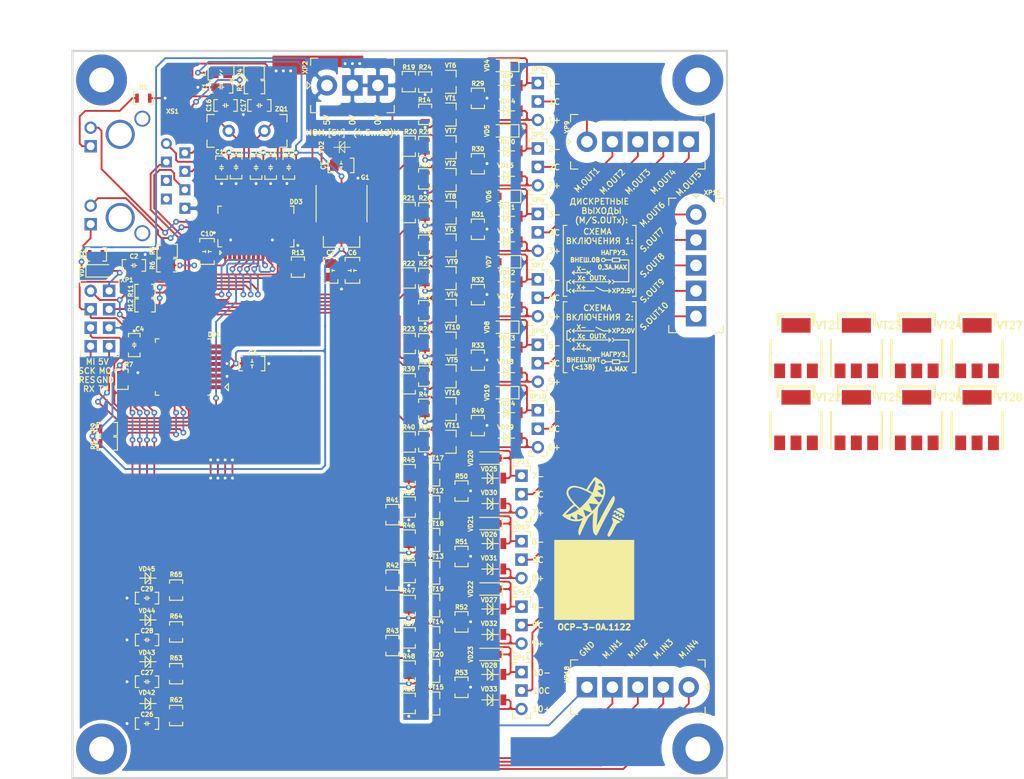
<source format=kicad_pcb>
(kicad_pcb (version 20171130) (host pcbnew "(5.1.12)-1")
  (layers (0 F.Cu signal) (31 B.Cu signal) (34 B.Paste user) (35 F.Paste user) (36 B.SilkS user) (37 F.SilkS user) (38 B.Mask user) (39 F.Mask user) (44 Edge.Cuts user))
  (net 0 "")
  (net 1 "Net-(DD1-Pad20)")
  (net 2 "Net-(DD3-Pad7)")
  (net 3 "Net-(DD3-Pad6)")
  (net 4 "Net-(DD3-Pad5)")
  (net 5 "Net-(DD3-Pad3)")
  (net 6 GND)
  (net 7 /EXR.CAP)
  (net 8 3V3)
  (net 9 /RES.M)
  (net 10 "Net-(R18-Pad2)")
  (net 11 /MC.OUT1)
  (net 12 "Net-(R19-Pad2)")
  (net 13 /MC.OUT2)
  (net 14 "Net-(R20-Pad2)")
  (net 15 /MC.OUT3)
  (net 16 "Net-(R21-Pad2)")
  (net 17 /MC.OUT4)
  (net 18 /MC.OUT5)
  (net 19 /DOUT1.NPN)
  (net 20 /DOUT2.NPN)
  (net 21 /DOUT3.NPN)
  (net 22 /DOUT4.NPN)
  (net 23 /DOUT5.NPN)
  (net 24 "Net-(R23-Pad2)")
  (net 25 /MC.OUT6)
  (net 26 /MC.OUT7)
  (net 27 /MC.OUT8)
  (net 28 /MC.OUT9)
  (net 29 /MC.OUT10)
  (net 30 /DOUT6.NPN)
  (net 31 /DOUT7.NPN)
  (net 32 /DOUT8.NPN)
  (net 33 /DOUT9.NPN)
  (net 34 /DOUT10.NPN)
  (net 35 /DOUT1.PNP)
  (net 36 /DOUT2.PNP)
  (net 37 /DOUT3.PNP)
  (net 38 /DOUT4.PNP)
  (net 39 /DOUT6.PNP)
  (net 40 /DOUT7.PNP)
  (net 41 /DOUT8.PNP)
  (net 42 /DOUT9.PNP)
  (net 43 /MC.DIN1)
  (net 44 /MC.DIN2)
  (net 45 /MC.DIN3)
  (net 46 /MC.DIN4)
  (net 47 /MC.DIN5)
  (net 48 /MC.DIN6)
  (net 49 /MC.DIN7)
  (net 50 /MC.DIN8)
  (net 51 /DIN1)
  (net 52 /DIN2)
  (net 53 /DIN3)
  (net 54 /DIN4)
  (net 55 "Net-(X1-Pad1)")
  (net 56 "Net-(X2-Pad1)")
  (net 57 /DOUT10.PNP)
  (net 58 /DOUT5.PNP)
  (net 59 /TX)
  (net 60 /RX)
  (net 61 /OSC2)
  (net 62 /OSC1)
  (net 63 /MID-TX)
  (net 64 /TPOUT+)
  (net 65 /TPOUT-)
  (net 66 /RBIAS)
  (net 67 /TPIN+)
  (net 68 /TPIN-)
  (net 69 /ETH.INT)
  (net 70 /SCL)
  (net 71 /SDA)
  (net 72 /ETH.CLK)
  (net 73 /ETH.MISO)
  (net 74 /ETH.MOSI)
  (net 75 /ETH.CS)
  (net 76 /LEDA)
  (net 77 /LEDB)
  (net 78 /ETH.RES)
  (net 79 "Net-(X3-Pad1)")
  (net 80 "Net-(X4-Pad1)")
  (net 81 /DOUT1)
  (net 82 /DOUT2)
  (net 83 /DOUT3)
  (net 84 /DOUT4)
  (net 85 /DOUT5)
  (net 86 /DOUT6)
  (net 87 /DOUT7)
  (net 88 /DOUT8)
  (net 89 /DOUT9)
  (net 90 /DOUT10)
  (net 91 "Net-(C2-Pad1)")
  (net 92 "Net-(R1-Pad1)")
  (net 93 "Net-(R2-Pad1)")
  (net 94 "Net-(R14-Pad2)")
  (net 95 "Net-(R15-Pad2)")
  (net 96 "Net-(R16-Pad2)")
  (net 97 "Net-(R17-Pad2)")
  (net 98 "Net-(R22-Pad2)")
  (net 99 "Net-(R34-Pad2)")
  (net 100 "Net-(R35-Pad2)")
  (net 101 "Net-(R36-Pad2)")
  (net 102 "Net-(R37-Pad2)")
  (net 103 "Net-(R38-Pad2)")
  (net 104 "Net-(R39-Pad2)")
  (net 105 "Net-(R40-Pad2)")
  (net 106 "Net-(R41-Pad2)")
  (net 107 "Net-(R42-Pad2)")
  (net 108 "Net-(R43-Pad2)")
  (net 109 "Net-(XS1-Pad7)")
  (net 110 "Net-(XS1-Pad5)")
  (net 111 "Net-(R29-Pad1)")
  (net 112 "Net-(R30-Pad1)")
  (net 113 "Net-(R31-Pad1)")
  (net 114 "Net-(R32-Pad1)")
  (net 115 "Net-(R33-Pad1)")
  (net 116 "Net-(R49-Pad1)")
  (net 117 "Net-(R50-Pad1)")
  (net 118 "Net-(R51-Pad1)")
  (net 119 "Net-(R52-Pad1)")
  (net 120 "Net-(R53-Pad1)")
  (net 121 4...15V)
  (net 122 /5V.M)
  (net 123 "Net-(VT21-Pad3)")
  (net 124 "Net-(VT21-Pad2)")
  (net 125 "Net-(VT21-Pad1)")
  (net 126 "Net-(VT21-Pad4)")
  (net 127 "Net-(VT22-Pad4)")
  (net 128 "Net-(VT22-Pad2)")
  (net 129 "Net-(VT22-Pad1)")
  (net 130 "Net-(VT22-Pad3)")
  (net 131 "Net-(VT23-Pad4)")
  (net 132 "Net-(VT23-Pad2)")
  (net 133 "Net-(VT23-Pad1)")
  (net 134 "Net-(VT23-Pad3)")
  (net 135 "Net-(VT24-Pad4)")
  (net 136 "Net-(VT24-Pad2)")
  (net 137 "Net-(VT24-Pad1)")
  (net 138 "Net-(VT24-Pad3)")
  (net 139 "Net-(VT25-Pad4)")
  (net 140 "Net-(VT25-Pad2)")
  (net 141 "Net-(VT25-Pad1)")
  (net 142 "Net-(VT25-Pad3)")
  (net 143 "Net-(VT26-Pad4)")
  (net 144 "Net-(VT26-Pad2)")
  (net 145 "Net-(VT26-Pad1)")
  (net 146 "Net-(VT26-Pad3)")
  (net 147 "Net-(VT27-Pad4)")
  (net 148 "Net-(VT27-Pad2)")
  (net 149 "Net-(VT27-Pad1)")
  (net 150 "Net-(VT27-Pad3)")
  (net 151 "Net-(VT28-Pad4)")
  (net 152 "Net-(VT28-Pad2)")
  (net 153 "Net-(VT28-Pad1)")
  (net 154 "Net-(VT28-Pad3)")
  (module N_VD_HL:Транзистор_NPN_SOT223 (layer F.Cu) (at 174.4 100.15)
    (fp_text reference VT28 (at 4.5 -2.5) (layer F.SilkS) (effects (font (thickness 0.2))))
    (fp_text value "Транзистор_NPN_1Б-2(4)К-3Э_0")
    (pad 4 smd rect (at 0 -2.5) (size 4 2) (layers F.Cu F.Paste F.Mask) (net 151 "Net-(VT28-Pad4)") (clearance 0.2))
    (pad 2 smd rect (at 0 3.75) (size 1.5 2) (layers F.Cu F.Paste F.Mask) (net 152 "Net-(VT28-Pad2)") (clearance 0.2))
    (pad 1 smd rect (at -2.25 3.75) (size 1.5 2) (layers F.Cu F.Paste F.Mask) (net 153 "Net-(VT28-Pad1)") (clearance 0.2))
    (pad 3 smd rect (at 2.25 3.75) (size 1.5 2) (layers F.Cu F.Paste F.Mask) (net 154 "Net-(VT28-Pad3)") (clearance 0.2))
  )
  (module N_VD_HL:Транзистор_NPN_SOT223 (layer F.Cu) (at 174.4 90.25)
    (fp_text reference VT27 (at 4.5 -2.5) (layer F.SilkS) (effects (font (thickness 0.2))))
    (fp_text value "Транзистор_NPN_1Б-2(4)К-3Э_0")
    (pad 4 smd rect (at 0 -2.5) (size 4 2) (layers F.Cu F.Paste F.Mask) (net 147 "Net-(VT27-Pad4)") (clearance 0.2))
    (pad 2 smd rect (at 0 3.75) (size 1.5 2) (layers F.Cu F.Paste F.Mask) (net 148 "Net-(VT27-Pad2)") (clearance 0.2))
    (pad 1 smd rect (at -2.25 3.75) (size 1.5 2) (layers F.Cu F.Paste F.Mask) (net 149 "Net-(VT27-Pad1)") (clearance 0.2))
    (pad 3 smd rect (at 2.25 3.75) (size 1.5 2) (layers F.Cu F.Paste F.Mask) (net 150 "Net-(VT27-Pad3)") (clearance 0.2))
  )
  (module N_VD_HL:Транзистор_NPN_SOT223 (layer F.Cu) (at 166.1 100.15)
    (fp_text reference VT26 (at 4.5 -2.5) (layer F.SilkS) (effects (font (thickness 0.2))))
    (fp_text value "Транзистор_NPN_1Б-2(4)К-3Э_0")
    (pad 4 smd rect (at 0 -2.5) (size 4 2) (layers F.Cu F.Paste F.Mask) (net 143 "Net-(VT26-Pad4)") (clearance 0.2))
    (pad 2 smd rect (at 0 3.75) (size 1.5 2) (layers F.Cu F.Paste F.Mask) (net 144 "Net-(VT26-Pad2)") (clearance 0.2))
    (pad 1 smd rect (at -2.25 3.75) (size 1.5 2) (layers F.Cu F.Paste F.Mask) (net 145 "Net-(VT26-Pad1)") (clearance 0.2))
    (pad 3 smd rect (at 2.25 3.75) (size 1.5 2) (layers F.Cu F.Paste F.Mask) (net 146 "Net-(VT26-Pad3)") (clearance 0.2))
  )
  (module N_VD_HL:Транзистор_NPN_SOT223 (layer F.Cu) (at 157.8 100.15)
    (fp_text reference VT25 (at 4.5 -2.5) (layer F.SilkS) (effects (font (thickness 0.2))))
    (fp_text value "Транзистор_NPN_1Б-2(4)К-3Э_0")
    (pad 4 smd rect (at 0 -2.5) (size 4 2) (layers F.Cu F.Paste F.Mask) (net 139 "Net-(VT25-Pad4)") (clearance 0.2))
    (pad 2 smd rect (at 0 3.75) (size 1.5 2) (layers F.Cu F.Paste F.Mask) (net 140 "Net-(VT25-Pad2)") (clearance 0.2))
    (pad 1 smd rect (at -2.25 3.75) (size 1.5 2) (layers F.Cu F.Paste F.Mask) (net 141 "Net-(VT25-Pad1)") (clearance 0.2))
    (pad 3 smd rect (at 2.25 3.75) (size 1.5 2) (layers F.Cu F.Paste F.Mask) (net 142 "Net-(VT25-Pad3)") (clearance 0.2))
  )
  (module N_VD_HL:Транзистор_NPN_SOT223 (layer F.Cu) (at 166.1 90.25)
    (fp_text reference VT24 (at 4.5 -2.5) (layer F.SilkS) (effects (font (thickness 0.2))))
    (fp_text value "Транзистор_NPN_1Б-2(4)К-3Э_0")
    (pad 4 smd rect (at 0 -2.5) (size 4 2) (layers F.Cu F.Paste F.Mask) (net 135 "Net-(VT24-Pad4)") (clearance 0.2))
    (pad 2 smd rect (at 0 3.75) (size 1.5 2) (layers F.Cu F.Paste F.Mask) (net 136 "Net-(VT24-Pad2)") (clearance 0.2))
    (pad 1 smd rect (at -2.25 3.75) (size 1.5 2) (layers F.Cu F.Paste F.Mask) (net 137 "Net-(VT24-Pad1)") (clearance 0.2))
    (pad 3 smd rect (at 2.25 3.75) (size 1.5 2) (layers F.Cu F.Paste F.Mask) (net 138 "Net-(VT24-Pad3)") (clearance 0.2))
  )
  (module N_VD_HL:Транзистор_NPN_SOT223 (layer F.Cu) (at 157.8 90.25)
    (fp_text reference VT23 (at 4.5 -2.5) (layer F.SilkS) (effects (font (thickness 0.2))))
    (fp_text value "Транзистор_NPN_1Б-2(4)К-3Э_0")
    (pad 4 smd rect (at 0 -2.5) (size 4 2) (layers F.Cu F.Paste F.Mask) (net 131 "Net-(VT23-Pad4)") (clearance 0.2))
    (pad 2 smd rect (at 0 3.75) (size 1.5 2) (layers F.Cu F.Paste F.Mask) (net 132 "Net-(VT23-Pad2)") (clearance 0.2))
    (pad 1 smd rect (at -2.25 3.75) (size 1.5 2) (layers F.Cu F.Paste F.Mask) (net 133 "Net-(VT23-Pad1)") (clearance 0.2))
    (pad 3 smd rect (at 2.25 3.75) (size 1.5 2) (layers F.Cu F.Paste F.Mask) (net 134 "Net-(VT23-Pad3)") (clearance 0.2))
  )
  (module N_VD_HL:Транзистор_NPN_SOT223 (layer F.Cu) (at 149.5 100.15)
    (fp_text reference VT22 (at 4.5 -2.5) (layer F.SilkS) (effects (font (thickness 0.2))))
    (fp_text value "Транзистор_NPN_1Б-2(4)К-3Э_0")
    (pad 4 smd rect (at 0 -2.5) (size 4 2) (layers F.Cu F.Paste F.Mask) (net 127 "Net-(VT22-Pad4)") (clearance 0.2))
    (pad 2 smd rect (at 0 3.75) (size 1.5 2) (layers F.Cu F.Paste F.Mask) (net 128 "Net-(VT22-Pad2)") (clearance 0.2))
    (pad 1 smd rect (at -2.25 3.75) (size 1.5 2) (layers F.Cu F.Paste F.Mask) (net 129 "Net-(VT22-Pad1)") (clearance 0.2))
    (pad 3 smd rect (at 2.25 3.75) (size 1.5 2) (layers F.Cu F.Paste F.Mask) (net 130 "Net-(VT22-Pad3)") (clearance 0.2))
  )
  (module N_VD_HL:Транзистор_NPN_SOT223 (layer F.Cu) (at 149.5 90.25)
    (fp_text reference VT21 (at 4.5 -2.5) (layer F.SilkS) (effects (font (thickness 0.2))))
    (fp_text value "Транзистор_NPN_1Б-2(4)К-3Э_0")
    (pad 4 smd rect (at 0 -2.5) (size 4 2) (layers F.Cu F.Paste F.Mask) (net 126 "Net-(VT21-Pad4)") (clearance 0.2))
    (pad 2 smd rect (at 0 3.75) (size 1.5 2) (layers F.Cu F.Paste F.Mask) (net 124 "Net-(VT21-Pad2)") (clearance 0.2))
    (pad 1 smd rect (at -2.25 3.75) (size 1.5 2) (layers F.Cu F.Paste F.Mask) (net 125 "Net-(VT21-Pad1)") (clearance 0.2))
    (pad 3 smd rect (at 2.25 3.75) (size 1.5 2) (layers F.Cu F.Paste F.Mask) (net 123 "Net-(VT21-Pad3)") (clearance 0.2))
  )
  (module N_VD_HL:SOD-80 (layer F.Cu) (at 88.95 63.25 180)
    (fp_text reference VD2 (at 4.7 0 90) (layer F.SilkS) (effects (font (size 0.6 0.6))))
    (fp_text value Стабилитрон*15В*SOD80)
    (pad 2 smd rect (at 3.7 0 180) (size 0.8 1.5) (layers F.Cu F.Paste F.Mask) (net 121 4...15V))
    (pad 1 smd rect (at 0 0 180) (size 0.8 1.5) (layers F.Cu F.Paste F.Mask) (net 6 GND))
  )
  (module N_VD_HL:D_SOD-323_HandSoldering (layer F.Cu) (at 53.75 80.25)
    (fp_text reference VD1 (at -2.5 0 90) (layer F.SilkS) (effects (font (size 0.6 0.6))))
    (fp_text value Диод*75В*0,2А*SOD-323)
    (pad 2 smd rect (at 1.25 0) (size 1 1) (layers F.Cu F.Paste F.Mask) (net 122 /5V.M))
    (pad 1 smd rect (at -1.25 0) (size 1 1) (layers F.Cu F.Paste F.Mask) (net 121 4...15V))
  )
  (module N_VD_HL:D_SOD-323_HandSoldering (layer F.Cu) (at 107.25 133 180)
    (fp_text reference VD23 (at 2.5 0 90) (layer F.SilkS) (effects (font (size 0.6 0.6))))
    (fp_text value Диод*75В*0,2А*SOD-323)
    (pad 2 smd rect (at 1.25 0 180) (size 1 1) (layers F.Cu F.Paste F.Mask) (net 120 "Net-(R53-Pad1)"))
    (pad 1 smd rect (at -1.25 0 180) (size 1 1) (layers F.Cu F.Paste F.Mask) (net 34 /DOUT10.NPN))
  )
  (module N_VD_HL:D_SOD-323_HandSoldering (layer F.Cu) (at 107.25 124 180)
    (fp_text reference VD22 (at 2.5 0 90) (layer F.SilkS) (effects (font (size 0.6 0.6))))
    (fp_text value Диод*75В*0,2А*SOD-323)
    (pad 2 smd rect (at 1.25 0 180) (size 1 1) (layers F.Cu F.Paste F.Mask) (net 119 "Net-(R52-Pad1)"))
    (pad 1 smd rect (at -1.25 0 180) (size 1 1) (layers F.Cu F.Paste F.Mask) (net 33 /DOUT9.NPN))
  )
  (module N_VD_HL:D_SOD-323_HandSoldering (layer F.Cu) (at 107.25 115 180)
    (fp_text reference VD21 (at 2.5 0 90) (layer F.SilkS) (effects (font (size 0.6 0.6))))
    (fp_text value Диод*75В*0,2А*SOD-323)
    (pad 2 smd rect (at 1.25 0 180) (size 1 1) (layers F.Cu F.Paste F.Mask) (net 118 "Net-(R51-Pad1)"))
    (pad 1 smd rect (at -1.25 0 180) (size 1 1) (layers F.Cu F.Paste F.Mask) (net 32 /DOUT8.NPN))
  )
  (module N_VD_HL:D_SOD-323_HandSoldering (layer F.Cu) (at 107.25 106 180)
    (fp_text reference VD20 (at 2.5 0 90) (layer F.SilkS) (effects (font (size 0.6 0.6))))
    (fp_text value Диод*75В*0,2А*SOD-323)
    (pad 2 smd rect (at 1.25 0 180) (size 1 1) (layers F.Cu F.Paste F.Mask) (net 117 "Net-(R50-Pad1)"))
    (pad 1 smd rect (at -1.25 0 180) (size 1 1) (layers F.Cu F.Paste F.Mask) (net 31 /DOUT7.NPN))
  )
  (module N_VD_HL:D_SOD-323_HandSoldering (layer F.Cu) (at 109.5 97 180)
    (fp_text reference VD19 (at 2.5 0 90) (layer F.SilkS) (effects (font (size 0.6 0.6))))
    (fp_text value Диод*75В*0,2А*SOD-323)
    (pad 2 smd rect (at 1.25 0 180) (size 1 1) (layers F.Cu F.Paste F.Mask) (net 116 "Net-(R49-Pad1)"))
    (pad 1 smd rect (at -1.25 0 180) (size 1 1) (layers F.Cu F.Paste F.Mask) (net 30 /DOUT6.NPN))
  )
  (module N_VD_HL:D_SOD-323_HandSoldering (layer F.Cu) (at 109.5 88 180)
    (fp_text reference VD8 (at 2.5 0 90) (layer F.SilkS) (effects (font (size 0.6 0.6))))
    (fp_text value Диод*75В*0,2А*SOD-323)
    (pad 2 smd rect (at 1.25 0 180) (size 1 1) (layers F.Cu F.Paste F.Mask) (net 115 "Net-(R33-Pad1)"))
    (pad 1 smd rect (at -1.25 0 180) (size 1 1) (layers F.Cu F.Paste F.Mask) (net 23 /DOUT5.NPN))
  )
  (module N_VD_HL:D_SOD-323_HandSoldering (layer F.Cu) (at 109.75 79 180)
    (fp_text reference VD7 (at 2.5 0 90) (layer F.SilkS) (effects (font (size 0.6 0.6))))
    (fp_text value Диод*75В*0,2А*SOD-323)
    (pad 2 smd rect (at 1.25 0 180) (size 1 1) (layers F.Cu F.Paste F.Mask) (net 114 "Net-(R32-Pad1)"))
    (pad 1 smd rect (at -1.25 0 180) (size 1 1) (layers F.Cu F.Paste F.Mask) (net 22 /DOUT4.NPN))
  )
  (module N_VD_HL:D_SOD-323_HandSoldering (layer F.Cu) (at 109.75 70 180)
    (fp_text reference VD6 (at 2.5 0 90) (layer F.SilkS) (effects (font (size 0.6 0.6))))
    (fp_text value Диод*75В*0,2А*SOD-323)
    (pad 2 smd rect (at 1.25 0 180) (size 1 1) (layers F.Cu F.Paste F.Mask) (net 113 "Net-(R31-Pad1)"))
    (pad 1 smd rect (at -1.25 0 180) (size 1 1) (layers F.Cu F.Paste F.Mask) (net 21 /DOUT3.NPN))
  )
  (module N_VD_HL:D_SOD-323_HandSoldering (layer F.Cu) (at 109.499999 61 180)
    (fp_text reference VD5 (at 2.499999 0 90) (layer F.SilkS) (effects (font (size 0.6 0.6))))
    (fp_text value Диод*75В*0,2А*SOD-323)
    (pad 2 smd rect (at 1.25 0 180) (size 1 1) (layers F.Cu F.Paste F.Mask) (net 112 "Net-(R30-Pad1)"))
    (pad 1 smd rect (at -1.25 0 180) (size 1 1) (layers F.Cu F.Paste F.Mask) (net 20 /DOUT2.NPN))
  )
  (module N_VD_HL:D_SOD-323_HandSoldering (layer F.Cu) (at 109.5 52 180)
    (fp_text reference VD4 (at 2.5 0 90) (layer F.SilkS) (effects (font (size 0.6 0.6))))
    (fp_text value Диод*75В*0,2А*SOD-323)
    (pad 2 smd rect (at 1.25 0 180) (size 1 1) (layers F.Cu F.Paste F.Mask) (net 111 "Net-(R29-Pad1)"))
    (pad 1 smd rect (at -1.25 0 180) (size 1 1) (layers F.Cu F.Paste F.Mask) (net 19 /DOUT1.NPN))
  )
  (module N_ICO:ni_10x10 (layer F.Cu) (at 122.25 113.25)
    (fp_text reference X5 hide)
    (fp_text value ico*LOGO_NIKITOS_10х10 hide)
  )
  (module N_RLC:Конденсатор_SMD_IEC_0805 (layer F.Cu) (at 85.5 79.25 270)
    (fp_text reference C7 (at -1.5 0) (layer F.SilkS) (effects (font (size 0.6 0.6))))
    (fp_text value Конденсатор*10мкФ*16В*0805 hide)
    (pad 1 smd rect (at 0 0 270) (size 1.2 1.5) (layers F.Cu F.Paste F.Mask) (net 8 3V3) (clearance 0.2))
    (pad 2 smd rect (at 1.85 0 270) (size 1.2 1.5) (layers F.Cu F.Paste F.Mask) (net 6 GND) (clearance 0.2))
  )
  (module N_RLC:Резистор_SMD_0603_0,065_Вт_pnp (layer F.Cu) (at 56.75 95.125 270)
    (fp_text reference R7 (at -2 -1 180) (layer F.SilkS) (effects (font (size 0.6 0.6))))
    (fp_text value Резистор*10кОм*0603)
    (pad 2 smd rect (at 0.875 0 270) (size 0.5 1.25) (layers F.Cu F.Paste F.Mask) (net 9 /RES.M) (clearance 0.2))
    (pad 1 smd rect (at -0.875 0 270) (size 0.5 1.25) (layers F.Cu F.Paste F.Mask) (net 8 3V3) (clearance 0.2))
  )
  (module N_RLC:Резистор_SMD_0603_0,065_Вт_pnp (layer F.Cu) (at 54.75 104)
    (fp_text reference R8 (at -1.875 0.25 90) (layer F.SilkS) (effects (font (size 0.6 0.6))))
    (fp_text value Резистор*10кОм*0603)
    (pad 2 smd rect (at 0.875 0) (size 0.5 1.25) (layers F.Cu F.Paste F.Mask) (net 71 /SDA) (clearance 0.2))
    (pad 1 smd rect (at -0.875 0) (size 0.5 1.25) (layers F.Cu F.Paste F.Mask) (net 8 3V3) (clearance 0.2))
  )
  (module N_RLC:Конденсатор_SMD_IEC_0603 (layer F.Cu) (at 58.5 90.45 90)
    (fp_text reference C4 (at 2.200001 0.75) (layer F.SilkS) (effects (font (size 0.6 0.6))))
    (fp_text value Конденсатор*0,1мкФ*25В*0603)
    (pad 1 smd rect (at -0.8 0 90) (size 1.1 1.05) (layers F.Cu F.Paste F.Mask) (net 8 3V3) (clearance 0.2))
    (pad 2 smd rect (at 0.8 0 90) (size 1.1 1.05) (layers F.Cu F.Paste F.Mask) (net 6 GND) (clearance 0.2))
  )
  (module N_RLC:Резистор_SMD_0603_0,065_Вт_pnp (layer F.Cu) (at 54.75 102)
    (fp_text reference R9 (at -1.875 -0.25 90) (layer F.SilkS) (effects (font (size 0.6 0.6))))
    (fp_text value Резистор*10кОм*0603)
    (pad 2 smd rect (at 0.875 0) (size 0.5 1.25) (layers F.Cu F.Paste F.Mask) (net 70 /SCL) (clearance 0.2))
    (pad 1 smd rect (at -0.875 0) (size 0.5 1.25) (layers F.Cu F.Paste F.Mask) (net 8 3V3) (clearance 0.2))
  )
  (module N_RLC:Конденсатор_SMD_IEC_0805 (layer F.Cu) (at 73.75 93)
    (fp_text reference C3 (at 1 -1.5 180) (layer F.SilkS) (effects (font (size 0.6 0.6))))
    (fp_text value Конденсатор*10мкФ*16В*0805 hide)
    (pad 1 smd rect (at 0 0) (size 1.2 1.5) (layers F.Cu F.Paste F.Mask) (net 8 3V3) (clearance 0.2))
    (pad 2 smd rect (at 1.85 0) (size 1.2 1.5) (layers F.Cu F.Paste F.Mask) (net 6 GND) (clearance 0.2))
  )
  (module N_X:Вилка_PLD8_вертикальная_AB (layer F.Cu) (at 52.5 83 270)
    (fp_text reference XP1 (at -1.5 -5 180) (layer F.SilkS) (effects (font (size 0.6 0.6))))
    (fp_text value Вилка*PLD*8контактов*2ряда*вертикальная*AVR+UART)
    (pad 4A thru_hole rect (at 7.62 0 270) (size 1.7 1.7) (drill 1) (layers *.Cu *.Mask) (net 60 /RX))
    (pad 4B thru_hole rect (at 7.62 -2.54 270) (size 1.7 1.7) (drill 1) (layers *.Cu *.Mask) (net 59 /TX))
    (pad 3B thru_hole rect (at 5.08 -2.54 270) (size 1.7 1.7) (drill 1) (layers *.Cu *.Mask) (net 6 GND))
    (pad 2B thru_hole rect (at 2.54 -2.54 270) (size 1.7 1.7) (drill 1) (layers *.Cu *.Mask) (net 74 /ETH.MOSI))
    (pad 1B thru_hole rect (at 0 -2.54 270) (size 1.7 1.7) (drill 1) (layers *.Cu *.Mask) (net 122 /5V.M))
    (pad 3A thru_hole rect (at 5.08 0 270) (size 1.7 1.7) (drill 1) (layers *.Cu *.Mask) (net 9 /RES.M))
    (pad 2A thru_hole rect (at 2.54 0 270) (size 1.7 1.7) (drill 1) (layers *.Cu *.Mask) (net 72 /ETH.CLK))
    (pad 1A thru_hole circle (at 0 0 270) (size 1.7 1.7) (drill 1) (layers *.Cu *.Mask) (net 73 /ETH.MISO))
  )
  (module N_RLC:Конденсатор_SMD_IEC_0805 (layer F.Cu) (at 88.5 79.25 270)
    (fp_text reference C6 (at -1.5 0) (layer F.SilkS) (effects (font (size 0.6 0.6))))
    (fp_text value Конденсатор*10мкФ*16В*0805 hide)
    (pad 1 smd rect (at 0 0 270) (size 1.2 1.5) (layers F.Cu F.Paste F.Mask) (net 8 3V3) (clearance 0.2))
    (pad 2 smd rect (at 1.85 0 270) (size 1.2 1.5) (layers F.Cu F.Paste F.Mask) (net 6 GND) (clearance 0.2))
  )
  (module N_VD_HL:Транзистор_NPN_SOT223_pnp (layer F.Cu) (at 87 72.4 270)
    (fp_text reference G1 (at -5 -3.25 180) (layer F.SilkS) (effects (font (size 0.6 0.6))))
    (fp_text value LDO*вход_18Вmax*выход_3,3В*ток_1,2АSOT-223)
    (pad 3 smd rect (at -3.15 2.25 180) (size 1.5 2) (layers F.Cu F.Paste F.Mask) (net 121 4...15V) (clearance 0.2))
    (pad 1 smd rect (at -3.15 -2.25 180) (size 1.5 2) (layers F.Cu F.Paste F.Mask) (net 6 GND) (clearance 0.2))
    (pad 2 smd rect (at -3.15 0 180) (size 1.5 2) (layers F.Cu F.Paste F.Mask) (net 8 3V3) (clearance 0.2))
    (pad 4 smd rect (at 3.1 0 180) (size 4 2) (layers F.Cu F.Paste F.Mask) (net 8 3V3) (clearance 0.2))
  )
  (module N_RLC:Конденсатор_SMD_IEC_0805 (layer F.Cu) (at 86 65.75)
    (fp_text reference C5 (at -1.5 0 270) (layer F.SilkS) (effects (font (size 0.6 0.6))))
    (fp_text value Конденсатор*10мкФ*16В*0805 hide)
    (pad 1 smd rect (at 0 0) (size 1.2 1.5) (layers F.Cu F.Paste F.Mask) (net 121 4...15V) (clearance 0.2))
    (pad 2 smd rect (at 1.85 0) (size 1.2 1.5) (layers F.Cu F.Paste F.Mask) (net 6 GND) (clearance 0.2))
  )
  (module N_DD:микросхема_ATMEGA-8-161AU (layer F.Cu) (at 69.5 96.25 180)
    (fp_text reference DD1 (at 0 7.25 180) (layer F.SilkS) (effects (font (size 0.6 0.6))))
    (fp_text value МК*ATmega168*TQFP32)
    (pad 32 smd rect (at 1.45 -1.75 270) (size 1.5 0.55) (layers F.Cu F.Paste F.Mask) (net 69 /ETH.INT))
    (pad 31 smd rect (at 2.25 -1.75 270) (size 1.5 0.55) (layers F.Cu F.Paste F.Mask) (net 59 /TX))
    (pad 30 smd rect (at 3.05 -1.75 270) (size 1.5 0.55) (layers F.Cu F.Paste F.Mask) (net 60 /RX))
    (pad 29 smd rect (at 3.85 -1.75 270) (size 1.5 0.55) (layers F.Cu F.Paste F.Mask) (net 9 /RES.M))
    (pad 28 smd rect (at 4.65 -1.75 270) (size 1.5 0.55) (layers F.Cu F.Paste F.Mask) (net 70 /SCL))
    (pad 27 smd rect (at 5.45 -1.75 270) (size 1.5 0.55) (layers F.Cu F.Paste F.Mask) (net 71 /SDA))
    (pad 26 smd rect (at 6.25 -1.75 270) (size 1.5 0.55) (layers F.Cu F.Paste F.Mask) (net 48 /MC.DIN6))
    (pad 25 smd rect (at 7.05 -1.75 270) (size 1.5 0.55) (layers F.Cu F.Paste F.Mask) (net 47 /MC.DIN5))
    (pad 24 smd rect (at 8.75 0 180) (size 1.5 0.55) (layers F.Cu F.Paste F.Mask) (net 43 /MC.DIN1))
    (pad 23 smd rect (at 8.75 0.8 180) (size 1.5 0.55) (layers F.Cu F.Paste F.Mask) (net 44 /MC.DIN2))
    (pad 22 smd rect (at 8.75 1.6 180) (size 1.5 0.55) (layers F.Cu F.Paste F.Mask) (net 45 /MC.DIN3))
    (pad 21 smd rect (at 8.75 2.4 180) (size 1.5 0.55) (layers F.Cu F.Paste F.Mask) (net 6 GND))
    (pad 20 smd rect (at 8.75 3.2 180) (size 1.5 0.55) (layers F.Cu F.Paste F.Mask) (net 1 "Net-(DD1-Pad20)"))
    (pad 19 smd rect (at 8.75 4 180) (size 1.5 0.55) (layers F.Cu F.Paste F.Mask) (net 46 /MC.DIN4))
    (pad 18 smd rect (at 8.75 4.8 180) (size 1.5 0.55) (layers F.Cu F.Paste F.Mask) (net 8 3V3))
    (pad 17 smd rect (at 8.75 5.6 180) (size 1.5 0.55) (layers F.Cu F.Paste F.Mask) (net 72 /ETH.CLK))
    (pad 16 smd rect (at 7.05 7.3 270) (size 1.5 0.55) (layers F.Cu F.Paste F.Mask) (net 73 /ETH.MISO))
    (pad 15 smd rect (at 6.25 7.3 270) (size 1.5 0.55) (layers F.Cu F.Paste F.Mask) (net 74 /ETH.MOSI))
    (pad 14 smd rect (at 5.45 7.3 270) (size 1.5 0.55) (layers F.Cu F.Paste F.Mask) (net 75 /ETH.CS))
    (pad 13 smd rect (at 4.65 7.3 270) (size 1.5 0.55) (layers F.Cu F.Paste F.Mask) (net 78 /ETH.RES))
    (pad 12 smd rect (at 3.85 7.3 270) (size 1.5 0.55) (layers F.Cu F.Paste F.Mask) (net 11 /MC.OUT1))
    (pad 11 smd rect (at 3.05 7.3 270) (size 1.5 0.55) (layers F.Cu F.Paste F.Mask) (net 13 /MC.OUT2))
    (pad 10 smd rect (at 2.25 7.3 270) (size 1.5 0.55) (layers F.Cu F.Paste F.Mask) (net 15 /MC.OUT3))
    (pad 9 smd rect (at 1.45 7.3 270) (size 1.5 0.55) (layers F.Cu F.Paste F.Mask) (net 17 /MC.OUT4))
    (pad 8 smd rect (at -0.25 5.6 180) (size 1.5 0.55) (layers F.Cu F.Paste F.Mask) (net 18 /MC.OUT5))
    (pad 7 smd rect (at -0.25 4.8 180) (size 1.5 0.55) (layers F.Cu F.Paste F.Mask) (net 25 /MC.OUT6))
    (pad 6 smd rect (at -0.25 4 180) (size 1.5 0.55) (layers F.Cu F.Paste F.Mask) (net 8 3V3))
    (pad 5 smd rect (at -0.25 3.2 180) (size 1.5 0.55) (layers F.Cu F.Paste F.Mask) (net 6 GND))
    (pad 4 smd rect (at -0.25 2.4 180) (size 1.5 0.55) (layers F.Cu F.Paste F.Mask) (net 8 3V3))
    (pad 3 smd rect (at -0.25 1.6 180) (size 1.5 0.55) (layers F.Cu F.Paste F.Mask) (net 6 GND))
    (pad 2 smd rect (at -0.25 0.8 180) (size 1.5 0.55) (layers F.Cu F.Paste F.Mask) (net 50 /MC.DIN8))
    (pad 1 smd rect (at -0.25 0 180) (size 1.5 0.55) (layers F.Cu F.Paste F.Mask) (net 49 /MC.DIN7))
  )
  (module N_RLC:Резистор_SMD_0603_0,065_Вт_pnp (layer F.Cu) (at 60 85 180)
    (fp_text reference R12 (at 2 0 90) (layer F.SilkS) (effects (font (size 0.6 0.6))))
    (fp_text value Резистор*1кОм*0603)
    (pad 2 smd rect (at 0.875 0 180) (size 0.5 1.25) (layers F.Cu F.Paste F.Mask) (net 74 /ETH.MOSI) (clearance 0.2))
    (pad 1 smd rect (at -0.875 0 180) (size 0.5 1.25) (layers F.Cu F.Paste F.Mask) (net 2 "Net-(DD3-Pad7)") (clearance 0.2))
  )
  (module N_RLC:Резистор_SMD_0603_0,065_Вт_pnp (layer F.Cu) (at 53.25 78)
    (fp_text reference R2 (at -2 0 90) (layer F.SilkS) (effects (font (size 0.6 0.6))))
    (fp_text value Резистор*1кОм*0603)
    (pad 2 smd rect (at 0.875 0) (size 0.5 1.25) (layers F.Cu F.Paste F.Mask) (net 6 GND) (clearance 0.2))
    (pad 1 smd rect (at -0.875 0) (size 0.5 1.25) (layers F.Cu F.Paste F.Mask) (net 93 "Net-(R2-Pad1)") (clearance 0.2))
  )
  (module N_RLC:Резистор_SMD_0603_0,065_Вт_pnp (layer F.Cu) (at 59.75 56.5)
    (fp_text reference R1 (at 0 -1.5) (layer F.SilkS) (effects (font (size 0.6 0.6))))
    (fp_text value Резистор*1кОм*0603)
    (pad 2 smd rect (at 0.875 0) (size 0.5 1.25) (layers F.Cu F.Paste F.Mask) (net 6 GND) (clearance 0.2))
    (pad 1 smd rect (at -0.875 0) (size 0.5 1.25) (layers F.Cu F.Paste F.Mask) (net 92 "Net-(R1-Pad1)") (clearance 0.2))
  )
  (module N_RLC:Резистор_SMD_0603_0,065_Вт_pnp (layer F.Cu) (at 60 83 180)
    (fp_text reference R11 (at 2 0 90) (layer F.SilkS) (effects (font (size 0.6 0.6))))
    (fp_text value Резистор*1кОм*0603)
    (pad 2 smd rect (at 0.875 0 180) (size 0.5 1.25) (layers F.Cu F.Paste F.Mask) (net 73 /ETH.MISO) (clearance 0.2))
    (pad 1 smd rect (at -0.875 0 180) (size 0.5 1.25) (layers F.Cu F.Paste F.Mask) (net 3 "Net-(DD3-Pad6)") (clearance 0.2))
  )
  (module N_X:Клеммник_15EDGVC-3.5-03P (layer F.Cu) (at 85 54.75)
    (fp_text reference XP2 (at -3 -2.5 90) (layer F.SilkS) (effects (font (size 0.6 0.6))))
    (fp_text value Клеммник*шаг_3,5*3контактов*1ряд*вертикальная)
    (pad 3 thru_hole rect (at 7 0) (size 2.8 2.8) (drill 1.6) (layers *.Cu *.Mask) (net 6 GND))
    (pad 2 thru_hole rect (at 3.5 0) (size 2.8 2.8) (drill 1.6) (layers *.Cu *.Mask) (net 6 GND))
    (pad 1 thru_hole circle (at 0 0) (size 2.8 2.8) (drill 1.6) (layers *.Cu *.Mask) (net 121 4...15V))
  )
  (module N_X:Клеммник_15EDGVC-3.5-05P (layer F.Cu) (at 134.75 137.5 180)
    (fp_text reference XP18 (at 16.75 1.75 90) (layer F.SilkS) (effects (font (size 0.6 0.6))))
    (fp_text value Клеммник*шаг_3,5*5контактов*1ряд*вертикальная)
    (pad 5 thru_hole rect (at 14 0 180) (size 2.8 2.8) (drill 1.6) (layers *.Cu *.Mask) (net 6 GND))
    (pad 4 thru_hole rect (at 10.5 0 180) (size 2.8 2.8) (drill 1.6) (layers *.Cu *.Mask) (net 51 /DIN1))
    (pad 3 thru_hole rect (at 7 0 180) (size 2.8 2.8) (drill 1.6) (layers *.Cu *.Mask) (net 52 /DIN2))
    (pad 2 thru_hole rect (at 3.5 0 180) (size 2.8 2.8) (drill 1.6) (layers *.Cu *.Mask) (net 53 /DIN3))
    (pad 1 thru_hole circle (at 0 0 180) (size 2.8 2.8) (drill 1.6) (layers *.Cu *.Mask) (net 54 /DIN4))
  )
  (module N_X:Клеммник_15EDGVC-3.5-05P (layer F.Cu) (at 135.75 72.5 270)
    (fp_text reference XP15 (at -3 -2.25 180) (layer F.SilkS) (effects (font (size 0.6 0.6))))
    (fp_text value Клеммник*шаг_3,5*5контактов*1ряд*вертикальная)
    (pad 5 thru_hole rect (at 14 0 270) (size 2.8 2.8) (drill 1.6) (layers *.Cu *.Mask) (net 90 /DOUT10))
    (pad 4 thru_hole rect (at 10.5 0 270) (size 2.8 2.8) (drill 1.6) (layers *.Cu *.Mask) (net 89 /DOUT9))
    (pad 3 thru_hole rect (at 7 0 270) (size 2.8 2.8) (drill 1.6) (layers *.Cu *.Mask) (net 88 /DOUT8))
    (pad 2 thru_hole rect (at 3.5 0 270) (size 2.8 2.8) (drill 1.6) (layers *.Cu *.Mask) (net 87 /DOUT7))
    (pad 1 thru_hole circle (at 0 0 270) (size 2.8 2.8) (drill 1.6) (layers *.Cu *.Mask) (net 86 /DOUT6))
  )
  (module N_X:Клеммник_15EDGVC-3.5-05P (layer F.Cu) (at 120.75 62.5)
    (fp_text reference XP9 (at -2.75 -2 90) (layer F.SilkS) (effects (font (size 0.6 0.6))))
    (fp_text value Клеммник*шаг_3,5*5контактов*1ряд*вертикальная)
    (pad 5 thru_hole rect (at 14 0) (size 2.8 2.8) (drill 1.6) (layers *.Cu *.Mask) (net 85 /DOUT5))
    (pad 4 thru_hole rect (at 10.5 0) (size 2.8 2.8) (drill 1.6) (layers *.Cu *.Mask) (net 84 /DOUT4))
    (pad 3 thru_hole rect (at 7 0) (size 2.8 2.8) (drill 1.6) (layers *.Cu *.Mask) (net 83 /DOUT3))
    (pad 2 thru_hole rect (at 3.5 0) (size 2.8 2.8) (drill 1.6) (layers *.Cu *.Mask) (net 82 /DOUT2))
    (pad 1 thru_hole circle (at 0 0) (size 2.8 2.8) (drill 1.6) (layers *.Cu *.Mask) (net 81 /DOUT1))
  )
  (module N_X:Вилка_PLS3_вертикальная (layer F.Cu) (at 111.75 140.5 90)
    (fp_text reference XP14 (at 7 0 180) (layer F.SilkS) (effects (font (size 0.6 0.6))))
    (fp_text value Вилка*PLS*3контактов*1ряд*вертикальная)
    (pad 3 thru_hole rect (at 5.08 0 90) (size 1.7 1.7) (drill 1) (layers *.Cu *.Mask) (net 34 /DOUT10.NPN))
    (pad 2 thru_hole rect (at 2.54 0 90) (size 1.7 1.7) (drill 1) (layers *.Cu *.Mask) (net 90 /DOUT10))
    (pad 1 thru_hole circle (at 0 0 90) (size 1.7 1.7) (drill 1) (layers *.Cu *.Mask) (net 57 /DOUT10.PNP))
  )
  (module N_X:Вилка_PLS3_вертикальная (layer F.Cu) (at 111.75 131.5 90)
    (fp_text reference XP13 (at 7 0 180) (layer F.SilkS) (effects (font (size 0.6 0.6))))
    (fp_text value Вилка*PLS*3контактов*1ряд*вертикальная)
    (pad 3 thru_hole rect (at 5.08 0 90) (size 1.7 1.7) (drill 1) (layers *.Cu *.Mask) (net 33 /DOUT9.NPN))
    (pad 2 thru_hole rect (at 2.54 0 90) (size 1.7 1.7) (drill 1) (layers *.Cu *.Mask) (net 89 /DOUT9))
    (pad 1 thru_hole circle (at 0 0 90) (size 1.7 1.7) (drill 1) (layers *.Cu *.Mask) (net 42 /DOUT9.PNP))
  )
  (module N_X:Вилка_PLS3_вертикальная (layer F.Cu) (at 111.75 122.5 90)
    (fp_text reference XP12 (at 7 0 180) (layer F.SilkS) (effects (font (size 0.6 0.6))))
    (fp_text value Вилка*PLS*3контактов*1ряд*вертикальная)
    (pad 3 thru_hole rect (at 5.08 0 90) (size 1.7 1.7) (drill 1) (layers *.Cu *.Mask) (net 32 /DOUT8.NPN))
    (pad 2 thru_hole rect (at 2.54 0 90) (size 1.7 1.7) (drill 1) (layers *.Cu *.Mask) (net 88 /DOUT8))
    (pad 1 thru_hole circle (at 0 0 90) (size 1.7 1.7) (drill 1) (layers *.Cu *.Mask) (net 41 /DOUT8.PNP))
  )
  (module N_X:Вилка_PLS3_вертикальная (layer F.Cu) (at 111.75 113.5 90)
    (fp_text reference XP11 (at 7 0 180) (layer F.SilkS) (effects (font (size 0.6 0.6))))
    (fp_text value Вилка*PLS*3контактов*1ряд*вертикальная)
    (pad 3 thru_hole rect (at 5.08 0 90) (size 1.7 1.7) (drill 1) (layers *.Cu *.Mask) (net 31 /DOUT7.NPN))
    (pad 2 thru_hole rect (at 2.54 0 90) (size 1.7 1.7) (drill 1) (layers *.Cu *.Mask) (net 87 /DOUT7))
    (pad 1 thru_hole circle (at 0 0 90) (size 1.7 1.7) (drill 1) (layers *.Cu *.Mask) (net 40 /DOUT7.PNP))
  )
  (module N_X:Вилка_PLS3_вертикальная (layer F.Cu) (at 114 104.5 90)
    (fp_text reference XP10 (at 7 0 180) (layer F.SilkS) (effects (font (size 0.6 0.6))))
    (fp_text value Вилка*PLS*3контактов*1ряд*вертикальная)
    (pad 3 thru_hole rect (at 5.08 0 90) (size 1.7 1.7) (drill 1) (layers *.Cu *.Mask) (net 30 /DOUT6.NPN))
    (pad 2 thru_hole rect (at 2.54 0 90) (size 1.7 1.7) (drill 1) (layers *.Cu *.Mask) (net 86 /DOUT6))
    (pad 1 thru_hole circle (at 0 0 90) (size 1.7 1.7) (drill 1) (layers *.Cu *.Mask) (net 39 /DOUT6.PNP))
  )
  (module N_X:Вилка_PLS3_вертикальная (layer F.Cu) (at 114 95.5 90)
    (fp_text reference XP8 (at 7 0 180) (layer F.SilkS) (effects (font (size 0.6 0.6))))
    (fp_text value Вилка*PLS*3контактов*1ряд*вертикальная)
    (pad 3 thru_hole rect (at 5.08 0 90) (size 1.7 1.7) (drill 1) (layers *.Cu *.Mask) (net 23 /DOUT5.NPN))
    (pad 2 thru_hole rect (at 2.54 0 90) (size 1.7 1.7) (drill 1) (layers *.Cu *.Mask) (net 85 /DOUT5))
    (pad 1 thru_hole circle (at 0 0 90) (size 1.7 1.7) (drill 1) (layers *.Cu *.Mask) (net 58 /DOUT5.PNP))
  )
  (module N_X:Вилка_PLS3_вертикальная (layer F.Cu) (at 114 86.5 90)
    (fp_text reference XP7 (at 7 0 180) (layer F.SilkS) (effects (font (size 0.6 0.6))))
    (fp_text value Вилка*PLS*3контактов*1ряд*вертикальная)
    (pad 3 thru_hole rect (at 5.08 0 90) (size 1.7 1.7) (drill 1) (layers *.Cu *.Mask) (net 22 /DOUT4.NPN))
    (pad 2 thru_hole rect (at 2.54 0 90) (size 1.7 1.7) (drill 1) (layers *.Cu *.Mask) (net 84 /DOUT4))
    (pad 1 thru_hole circle (at 0 0 90) (size 1.7 1.7) (drill 1) (layers *.Cu *.Mask) (net 38 /DOUT4.PNP))
  )
  (module N_X:Вилка_PLS3_вертикальная (layer F.Cu) (at 114 77.5 90)
    (fp_text reference XP6 (at 7 0 180) (layer F.SilkS) (effects (font (size 0.6 0.6))))
    (fp_text value Вилка*PLS*3контактов*1ряд*вертикальная)
    (pad 3 thru_hole rect (at 5.08 0 90) (size 1.7 1.7) (drill 1) (layers *.Cu *.Mask) (net 21 /DOUT3.NPN))
    (pad 2 thru_hole rect (at 2.54 0 90) (size 1.7 1.7) (drill 1) (layers *.Cu *.Mask) (net 83 /DOUT3))
    (pad 1 thru_hole circle (at 0 0 90) (size 1.7 1.7) (drill 1) (layers *.Cu *.Mask) (net 37 /DOUT3.PNP))
  )
  (module N_X:Вилка_PLS3_вертикальная (layer F.Cu) (at 114 68.5 90)
    (fp_text reference XP5 (at 7 0 180) (layer F.SilkS) (effects (font (size 0.6 0.6))))
    (fp_text value Вилка*PLS*3контактов*1ряд*вертикальная)
    (pad 3 thru_hole rect (at 5.08 0 90) (size 1.7 1.7) (drill 1) (layers *.Cu *.Mask) (net 20 /DOUT2.NPN))
    (pad 2 thru_hole rect (at 2.54 0 90) (size 1.7 1.7) (drill 1) (layers *.Cu *.Mask) (net 82 /DOUT2))
    (pad 1 thru_hole circle (at 0 0 90) (size 1.7 1.7) (drill 1) (layers *.Cu *.Mask) (net 36 /DOUT2.PNP))
  )
  (module N_X:Вилка_PLS3_вертикальная (layer F.Cu) (at 114 59.5 90)
    (fp_text reference XP4 (at 7.04 0 180) (layer F.SilkS) (effects (font (size 0.6 0.6))))
    (fp_text value Вилка*PLS*3контактов*1ряд*вертикальная)
    (pad 3 thru_hole rect (at 5.08 0 90) (size 1.7 1.7) (drill 1) (layers *.Cu *.Mask) (net 19 /DOUT1.NPN))
    (pad 2 thru_hole rect (at 2.54 0 90) (size 1.7 1.7) (drill 1) (layers *.Cu *.Mask) (net 81 /DOUT1))
    (pad 1 thru_hole circle (at 0 0 90) (size 1.7 1.7) (drill 1) (layers *.Cu *.Mask) (net 35 /DOUT1.PNP))
  )
  (module N_DD:SSOP-28 (layer F.Cu) (at 71 77.75 90)
    (fp_text reference DD3 (at 7 9.75 180) (layer F.SilkS) (effects (font (size 0.6 0.6))))
    (fp_text value Преобразователь*ETH-SPI*SSOP28)
    (pad 15 smd rect (at 7.2 8.45 90) (size 1.75 0.45) (layers F.Cu F.Paste F.Mask) (net 8 3V3))
    (pad 14 smd rect (at 0 8.45 90) (size 1.75 0.45) (layers F.Cu F.Paste F.Mask) (net 66 /RBIAS))
    (pad 16 smd rect (at 7.2 7.8 90) (size 1.75 0.45) (layers F.Cu F.Paste F.Mask) (net 65 /TPOUT-))
    (pad 13 smd rect (at 0 7.8 90) (size 1.75 0.45) (layers F.Cu F.Paste F.Mask) (net 67 /TPIN+))
    (pad 17 smd rect (at 7.2 7.15 90) (size 1.75 0.45) (layers F.Cu F.Paste F.Mask) (net 64 /TPOUT+))
    (pad 12 smd rect (at 0 7.15 90) (size 1.75 0.45) (layers F.Cu F.Paste F.Mask) (net 68 /TPIN-))
    (pad 18 smd rect (at 7.2 6.5 90) (size 1.75 0.45) (layers F.Cu F.Paste F.Mask) (net 6 GND))
    (pad 11 smd rect (at 0 6.5 90) (size 1.75 0.45) (layers F.Cu F.Paste F.Mask) (net 6 GND))
    (pad 19 smd rect (at 7.2 5.85 90) (size 1.75 0.45) (layers F.Cu F.Paste F.Mask) (net 8 3V3))
    (pad 10 smd rect (at 0 5.85 90) (size 1.75 0.45) (layers F.Cu F.Paste F.Mask) (net 78 /ETH.RES))
    (pad 20 smd rect (at 7.2 5.2 90) (size 1.75 0.45) (layers F.Cu F.Paste F.Mask) (net 8 3V3))
    (pad 9 smd rect (at 0 5.2 90) (size 1.75 0.45) (layers F.Cu F.Paste F.Mask) (net 75 /ETH.CS))
    (pad 21 smd rect (at 7.2 4.55 90) (size 1.75 0.45) (layers F.Cu F.Paste F.Mask) (net 6 GND))
    (pad 8 smd rect (at 0 4.55 90) (size 1.75 0.45) (layers F.Cu F.Paste F.Mask) (net 72 /ETH.CLK))
    (pad 22 smd rect (at 7.2 3.9 90) (size 1.75 0.45) (layers F.Cu F.Paste F.Mask) (net 6 GND))
    (pad 7 smd rect (at 0 3.9 90) (size 1.75 0.45) (layers F.Cu F.Paste F.Mask) (net 2 "Net-(DD3-Pad7)"))
    (pad 23 smd rect (at 7.2 3.25 90) (size 1.75 0.45) (layers F.Cu F.Paste F.Mask) (net 62 /OSC1))
    (pad 6 smd rect (at 0 3.25 90) (size 1.75 0.45) (layers F.Cu F.Paste F.Mask) (net 3 "Net-(DD3-Pad6)"))
    (pad 24 smd rect (at 7.2 2.6 90) (size 1.75 0.45) (layers F.Cu F.Paste F.Mask) (net 61 /OSC2))
    (pad 5 smd rect (at 0 2.6 90) (size 1.75 0.45) (layers F.Cu F.Paste F.Mask) (net 4 "Net-(DD3-Pad5)"))
    (pad 25 smd rect (at 7.2 1.95 90) (size 1.75 0.45) (layers F.Cu F.Paste F.Mask) (net 8 3V3))
    (pad 4 smd rect (at 0 1.95 90) (size 1.75 0.45) (layers F.Cu F.Paste F.Mask) (net 69 /ETH.INT))
    (pad 26 smd rect (at 7.2 1.3 90) (size 1.75 0.45) (layers F.Cu F.Paste F.Mask) (net 77 /LEDB))
    (pad 3 smd rect (at 0 1.3 90) (size 1.75 0.45) (layers F.Cu F.Paste F.Mask) (net 5 "Net-(DD3-Pad3)"))
    (pad 27 smd rect (at 7.2 0.65 90) (size 1.75 0.45) (layers F.Cu F.Paste F.Mask) (net 76 /LEDA))
    (pad 2 smd rect (at 0 0.65 90) (size 1.75 0.45) (layers F.Cu F.Paste F.Mask) (net 6 GND))
    (pad 28 smd rect (at 7.2 0 90) (size 1.75 0.45) (layers F.Cu F.Paste F.Mask) (net 8 3V3))
    (pad 1 smd rect (at 0 0 90) (size 1.75 0.45) (layers F.Cu F.Paste F.Mask) (net 7 /EXR.CAP))
  )
  (module N_X:Отверстие_М3 (layer F.Cu) (at 136 146)
    (fp_text reference X4 hide)
    (fp_text value ico*отверстие*М3)
    (pad 1 thru_hole circle (at 0 0) (size 7 7) (drill 3.4) (layers *.Cu *.Paste *.Mask) (net 80 "Net-(X4-Pad1)"))
  )
  (module N_X:Отверстие_М3 (layer F.Cu) (at 136 54)
    (fp_text reference X3 hide)
    (fp_text value ico*отверстие*М3)
    (pad 1 thru_hole circle (at 0 0) (size 7 7) (drill 3.4) (layers *.Cu *.Paste *.Mask) (net 79 "Net-(X3-Pad1)"))
  )
  (module N_RLC:Резистор_SMD_0603_0,065_Вт_pnp (layer F.Cu) (at 81 79.75 90)
    (fp_text reference R13 (at 2 0 180) (layer F.SilkS) (effects (font (size 0.6 0.6))))
    (fp_text value Резистор*2,32кОм*0603)
    (pad 2 smd rect (at 0.875 0 90) (size 0.5 1.25) (layers F.Cu F.Paste F.Mask) (net 6 GND) (clearance 0.2))
    (pad 1 smd rect (at -0.875 0 90) (size 0.5 1.25) (layers F.Cu F.Paste F.Mask) (net 66 /RBIAS) (clearance 0.2))
  )
  (module N_RLC:Резистор_SMD_0603_0,065_Вт_pnp (layer F.Cu) (at 63 79.500001 180)
    (fp_text reference R6 (at 2 0 90) (layer F.SilkS) (effects (font (size 0.6 0.6))))
    (fp_text value Резистор*49,9кОм*0603)
    (pad 2 smd rect (at 0.875 0 180) (size 0.5 1.25) (layers F.Cu F.Paste F.Mask) (net 91 "Net-(C2-Pad1)") (clearance 0.2))
    (pad 1 smd rect (at -0.875 0 180) (size 0.5 1.25) (layers F.Cu F.Paste F.Mask) (net 68 /TPIN-) (clearance 0.2))
  )
  (module N_RLC:Резистор_SMD_0603_0,065_Вт_pnp (layer F.Cu) (at 63 77.5)
    (fp_text reference R5 (at -2 0 90) (layer F.SilkS) (effects (font (size 0.6 0.6))))
    (fp_text value Резистор*49,9кОм*0603)
    (pad 2 smd rect (at 0.875 0) (size 0.5 1.25) (layers F.Cu F.Paste F.Mask) (net 67 /TPIN+) (clearance 0.2))
    (pad 1 smd rect (at -0.875 0) (size 0.5 1.25) (layers F.Cu F.Paste F.Mask) (net 91 "Net-(C2-Pad1)") (clearance 0.2))
  )
  (module N_RLC:Резистор_SMD_0603_0,065_Вт_pnp (layer F.Cu) (at 75 53 180)
    (fp_text reference R4 (at 1.96 0 90) (layer F.SilkS) (effects (font (size 0.6 0.6))))
    (fp_text value Резистор*49,9кОм*0603)
    (pad 2 smd rect (at 0.875 0 180) (size 0.5 1.25) (layers F.Cu F.Paste F.Mask) (net 63 /MID-TX) (clearance 0.2))
    (pad 1 smd rect (at -0.875 0 180) (size 0.5 1.25) (layers F.Cu F.Paste F.Mask) (net 65 /TPOUT-) (clearance 0.2))
  )
  (module N_RLC:Резистор_SMD_0603_0,065_Вт_pnp (layer F.Cu) (at 75 55)
    (fp_text reference R3 (at -2 0 90) (layer F.SilkS) (effects (font (size 0.6 0.6))))
    (fp_text value Резистор*49,9кОм*0603)
    (pad 2 smd rect (at 0.875 0) (size 0.5 1.25) (layers F.Cu F.Paste F.Mask) (net 64 /TPOUT+) (clearance 0.2))
    (pad 1 smd rect (at -0.875 0) (size 0.5 1.25) (layers F.Cu F.Paste F.Mask) (net 63 /MID-TX) (clearance 0.2))
  )
  (module N_RLC:Резистор_SMD_IEC_0805_0,125_Вт (layer F.Cu) (at 69.5 53)
    (fp_text reference L1 (at -1.5 0 90) (layer F.SilkS) (effects (font (size 0.6 0.6))))
    (fp_text value Чип-индуктивность*0,56мкГн*150мА*0805 hide)
    (pad 1 smd rect (at 0 0) (size 1.2 1.5) (layers F.Cu F.Paste F.Mask) (net 8 3V3) (clearance 0.2))
    (pad 2 smd rect (at 1.85 0) (size 1.2 1.5) (layers F.Cu F.Paste F.Mask) (net 63 /MID-TX) (clearance 0.2))
  )
  (module N_RLC:Конденсатор_SMD_IEC_0603 (layer F.Cu) (at 58.450001 79.5 180)
    (fp_text reference C2 (at 0 1.25) (layer F.SilkS) (effects (font (size 0.6 0.6))))
    (fp_text value Конденсатор*0,1мкФ*25В*0603)
    (pad 1 smd rect (at -0.8 0 180) (size 1.1 1.05) (layers F.Cu F.Paste F.Mask) (net 91 "Net-(C2-Pad1)") (clearance 0.2))
    (pad 2 smd rect (at 0.8 0 180) (size 1.1 1.05) (layers F.Cu F.Paste F.Mask) (net 6 GND) (clearance 0.2))
  )
  (module N_RLC:Конденсатор_SMD_IEC_0603 (layer F.Cu) (at 70.45 55 180)
    (fp_text reference C1 (at 2.25 0 90) (layer F.SilkS) (effects (font (size 0.6 0.6))))
    (fp_text value Конденсатор*0,1мкФ*25В*0603)
    (pad 1 smd rect (at -0.8 0 180) (size 1.1 1.05) (layers F.Cu F.Paste F.Mask) (net 63 /MID-TX) (clearance 0.2))
    (pad 2 smd rect (at 0.8 0 180) (size 1.1 1.05) (layers F.Cu F.Paste F.Mask) (net 6 GND) (clearance 0.2))
  )
  (module "N_RLC:Резонатор_РК456МДУ(DIP)" (layer F.Cu) (at 71.5 61)
    (fp_text reference ZQ1 (at 7.25 -3) (layer F.SilkS) (effects (font (size 0.6 0.6))))
    (fp_text value Резонатор*25МГц*HC-49U)
    (pad 1 thru_hole circle (at 0 0) (size 1.7 1.7) (drill 1) (layers *.Cu *.Mask) (net 61 /OSC2))
    (pad 2 thru_hole circle (at 4.9 0) (size 1.7 1.7) (drill 1) (layers *.Cu *.Mask) (net 62 /OSC1))
  )
  (module N_RLC:Конденсатор_SMD_IEC_0603 (layer F.Cu) (at 75.7 57.5 180)
    (fp_text reference C17 (at 2.200001 0 90) (layer F.SilkS) (effects (font (size 0.6 0.6))))
    (fp_text value Конденсатор*12пФ*50В*0603)
    (pad 1 smd rect (at -0.8 0 180) (size 1.1 1.05) (layers F.Cu F.Paste F.Mask) (net 62 /OSC1) (clearance 0.2))
    (pad 2 smd rect (at 0.8 0 180) (size 1.1 1.05) (layers F.Cu F.Paste F.Mask) (net 6 GND) (clearance 0.2))
  )
  (module N_RLC:Конденсатор_SMD_IEC_0603 (layer F.Cu) (at 71.05 57.5)
    (fp_text reference C16 (at -2.3 0 90) (layer F.SilkS) (effects (font (size 0.6 0.6))))
    (fp_text value Конденсатор*12пФ*50В*0603)
    (pad 1 smd rect (at -0.8 0) (size 1.1 1.05) (layers F.Cu F.Paste F.Mask) (net 61 /OSC2) (clearance 0.2))
    (pad 2 smd rect (at 0.8 0) (size 1.1 1.05) (layers F.Cu F.Paste F.Mask) (net 6 GND) (clearance 0.2))
  )
  (module N_X:Розетка_ETH_KLS12-TL002 (layer F.Cu) (at 62.914 62.75 270)
    (fp_text reference XS1 (at -4.4344 -0.836 180) (layer F.SilkS) (effects (font (size 0.6 0.6))))
    (fp_text value Розетка*ETH+трансформатор*8p8c)
    (pad 9 thru_hole circle (at -2.1844 10.414 270) (size 1.7 1.7) (drill 1.1) (layers *.Cu *.Mask) (net 76 /LEDA))
    (pad 12 thru_hole rect (at 11.0744 10.414 270) (size 1.7 1.7) (drill 1.1) (layers *.Cu *.Mask) (net 93 "Net-(R2-Pad1)"))
    (pad 11 thru_hole circle (at 8.5344 10.414 270) (size 1.7 1.7) (drill 1.1) (layers *.Cu *.Mask) (net 77 /LEDB))
    (pad 10 thru_hole rect (at 0.3556 10.414 270) (size 1.7 1.7) (drill 1.1) (layers *.Cu *.Mask) (net 92 "Net-(R1-Pad1)"))
    (pad S thru_hole circle (at 12.319 3.302 270) (size 2.2 2.2) (drill 1.7) (layers *.Cu *.Mask))
    (pad S thru_hole circle (at -3.429 3.302 270) (size 2.2 2.2) (drill 1.7) (layers *.Cu *.Mask))
    (pad 0 thru_hole circle (at 10.16 6.35 270) (size 4 4) (drill 3.2) (layers *.Cu *.Mask))
    (pad 0 thru_hole circle (at -1.27 6.35 270) (size 4 4) (drill 3.2) (layers *.Cu *.Mask))
    (pad 8 thru_hole rect (at 8.89 -2.54 270) (size 1.5 1.5) (drill 0.9) (layers *.Cu *.Mask) (net 6 GND))
    (pad 7 thru_hole rect (at 7.62 0 270) (size 1.5 1.5) (drill 0.9) (layers *.Cu *.Mask) (net 109 "Net-(XS1-Pad7)"))
    (pad 6 thru_hole rect (at 6.35 -2.54 270) (size 1.5 1.5) (drill 0.9) (layers *.Cu *.Mask) (net 68 /TPIN-))
    (pad 5 thru_hole rect (at 5.08 0 270) (size 1.5 1.5) (drill 0.9) (layers *.Cu *.Mask) (net 110 "Net-(XS1-Pad5)"))
    (pad 4 thru_hole rect (at 3.81 -2.54 270) (size 1.5 1.5) (drill 0.9) (layers *.Cu *.Mask) (net 63 /MID-TX))
    (pad 3 thru_hole rect (at 2.54 0 270) (size 1.5 1.5) (drill 0.9) (layers *.Cu *.Mask) (net 67 /TPIN+))
    (pad 2 thru_hole rect (at 1.27 -2.54 270) (size 1.5 1.5) (drill 0.9) (layers *.Cu *.Mask) (net 65 /TPOUT-))
    (pad 1 thru_hole circle (at 0 0 270) (size 1.5 1.5) (drill 0.9) (layers *.Cu *.Mask) (net 64 /TPOUT+))
  )
  (module N_X:Отверстие_М3 (layer F.Cu) (at 54 146)
    (fp_text reference X2 hide)
    (fp_text value ico*отверстие*М3)
    (pad 1 thru_hole circle (at 0 0) (size 7 7) (drill 3.4) (layers *.Cu *.Paste *.Mask) (net 56 "Net-(X2-Pad1)"))
  )
  (module N_X:Отверстие_М3 (layer F.Cu) (at 54 54)
    (fp_text reference X1 hide)
    (fp_text value ico*отверстие*М3)
    (pad 1 thru_hole circle (at 0 0) (size 7 7) (drill 3.4) (layers *.Cu *.Paste *.Mask) (net 55 "Net-(X1-Pad1)"))
  )
  (module N_VD_HL:SOD-80 (layer F.Cu) (at 58.5 139.75)
    (fp_text reference VD42 (at 1.75 -1.5) (layer F.SilkS) (effects (font (size 0.6 0.6))))
    (fp_text value Стабилитрон*3,9В*SOD80)
    (pad 2 smd rect (at 3.7 0) (size 0.8 1.5) (layers F.Cu F.Paste F.Mask) (net 46 /MC.DIN4))
    (pad 1 smd rect (at 0 0) (size 0.8 1.5) (layers F.Cu F.Paste F.Mask) (net 6 GND))
  )
  (module N_VD_HL:SOD-80 (layer F.Cu) (at 58.5 134)
    (fp_text reference VD43 (at 1.75 -1.25) (layer F.SilkS) (effects (font (size 0.6 0.6))))
    (fp_text value Стабилитрон*3,9В*SOD80)
    (pad 2 smd rect (at 3.7 0) (size 0.8 1.5) (layers F.Cu F.Paste F.Mask) (net 45 /MC.DIN3))
    (pad 1 smd rect (at 0 0) (size 0.8 1.5) (layers F.Cu F.Paste F.Mask) (net 6 GND))
  )
  (module N_VD_HL:SOD-80 (layer F.Cu) (at 58.5 128.25)
    (fp_text reference VD44 (at 1.75 -1.25) (layer F.SilkS) (effects (font (size 0.6 0.6))))
    (fp_text value Стабилитрон*3,9В*SOD80)
    (pad 2 smd rect (at 3.7 0) (size 0.8 1.5) (layers F.Cu F.Paste F.Mask) (net 44 /MC.DIN2))
    (pad 1 smd rect (at 0 0) (size 0.8 1.5) (layers F.Cu F.Paste F.Mask) (net 6 GND))
  )
  (module N_VD_HL:SOD-80 (layer F.Cu) (at 58.5 122.5)
    (fp_text reference VD45 (at 1.75 -1.25) (layer F.SilkS) (effects (font (size 0.6 0.6))))
    (fp_text value Стабилитрон*3,9В*SOD80)
    (pad 2 smd rect (at 3.7 0) (size 0.8 1.5) (layers F.Cu F.Paste F.Mask) (net 43 /MC.DIN1))
    (pad 1 smd rect (at 0 0) (size 0.8 1.5) (layers F.Cu F.Paste F.Mask) (net 6 GND))
  )
  (module N_RLC:Резистор_SMD_0603_0,065_Вт_pnp (layer F.Cu) (at 64.25 141.374999 270)
    (fp_text reference R62 (at -2.124999 0 180) (layer F.SilkS) (effects (font (size 0.6 0.6))))
    (fp_text value Резистор*1кОм*0603)
    (pad 2 smd rect (at 0.875 0 270) (size 0.5 1.25) (layers F.Cu F.Paste F.Mask) (net 54 /DIN4) (clearance 0.2))
    (pad 1 smd rect (at -0.875 0 270) (size 0.5 1.25) (layers F.Cu F.Paste F.Mask) (net 46 /MC.DIN4) (clearance 0.2))
  )
  (module N_RLC:Резистор_SMD_0603_0,065_Вт_pnp (layer F.Cu) (at 64.25 135.624999 270)
    (fp_text reference R63 (at -2.124999 0 180) (layer F.SilkS) (effects (font (size 0.6 0.6))))
    (fp_text value Резистор*1кОм*0603)
    (pad 2 smd rect (at 0.875 0 270) (size 0.5 1.25) (layers F.Cu F.Paste F.Mask) (net 53 /DIN3) (clearance 0.2))
    (pad 1 smd rect (at -0.875 0 270) (size 0.5 1.25) (layers F.Cu F.Paste F.Mask) (net 45 /MC.DIN3) (clearance 0.2))
  )
  (module N_RLC:Резистор_SMD_0603_0,065_Вт_pnp (layer F.Cu) (at 64.25 129.874999 270)
    (fp_text reference R64 (at -2.124999 0 180) (layer F.SilkS) (effects (font (size 0.6 0.6))))
    (fp_text value Резистор*1кОм*0603)
    (pad 2 smd rect (at 0.875 0 270) (size 0.5 1.25) (layers F.Cu F.Paste F.Mask) (net 52 /DIN2) (clearance 0.2))
    (pad 1 smd rect (at -0.875 0 270) (size 0.5 1.25) (layers F.Cu F.Paste F.Mask) (net 44 /MC.DIN2) (clearance 0.2))
  )
  (module N_RLC:Резистор_SMD_0603_0,065_Вт_pnp (layer F.Cu) (at 64.25 124.124999 270)
    (fp_text reference R65 (at -2.124999 0 180) (layer F.SilkS) (effects (font (size 0.6 0.6))))
    (fp_text value Резистор*1кОм*0603)
    (pad 2 smd rect (at 0.875 0 270) (size 0.5 1.25) (layers F.Cu F.Paste F.Mask) (net 51 /DIN1) (clearance 0.2))
    (pad 1 smd rect (at -0.875 0 270) (size 0.5 1.25) (layers F.Cu F.Paste F.Mask) (net 43 /MC.DIN1) (clearance 0.2))
  )
  (module N_RLC:Конденсатор_SMD_IEC_0603 (layer F.Cu) (at 60.25 142.5)
    (fp_text reference C26 (at 0 -1.25) (layer F.SilkS) (effects (font (size 0.6 0.6))))
    (fp_text value Конденсатор*0,1мкФ*25В*0603)
    (pad 1 smd rect (at -0.8 0) (size 1.1 1.05) (layers F.Cu F.Paste F.Mask) (net 6 GND) (clearance 0.2))
    (pad 2 smd rect (at 0.8 0) (size 1.1 1.05) (layers F.Cu F.Paste F.Mask) (net 46 /MC.DIN4) (clearance 0.2))
  )
  (module N_RLC:Конденсатор_SMD_IEC_0603 (layer F.Cu) (at 60.25 136.75)
    (fp_text reference C27 (at 0 -1.25) (layer F.SilkS) (effects (font (size 0.6 0.6))))
    (fp_text value Конденсатор*0,1мкФ*25В*0603)
    (pad 1 smd rect (at -0.8 0) (size 1.1 1.05) (layers F.Cu F.Paste F.Mask) (net 6 GND) (clearance 0.2))
    (pad 2 smd rect (at 0.8 0) (size 1.1 1.05) (layers F.Cu F.Paste F.Mask) (net 45 /MC.DIN3) (clearance 0.2))
  )
  (module N_RLC:Конденсатор_SMD_IEC_0603 (layer F.Cu) (at 60.25 131)
    (fp_text reference C28 (at 0 -1.25) (layer F.SilkS) (effects (font (size 0.6 0.6))))
    (fp_text value Конденсатор*0,1мкФ*25В*0603)
    (pad 1 smd rect (at -0.8 0) (size 1.1 1.05) (layers F.Cu F.Paste F.Mask) (net 6 GND) (clearance 0.2))
    (pad 2 smd rect (at 0.8 0) (size 1.1 1.05) (layers F.Cu F.Paste F.Mask) (net 44 /MC.DIN2) (clearance 0.2))
  )
  (module N_RLC:Конденсатор_SMD_IEC_0603 (layer F.Cu) (at 60.25 125.25)
    (fp_text reference C29 (at 0 -1.25) (layer F.SilkS) (effects (font (size 0.6 0.6))))
    (fp_text value Конденсатор*0,1мкФ*25В*0603)
    (pad 1 smd rect (at -0.8 0) (size 1.1 1.05) (layers F.Cu F.Paste F.Mask) (net 6 GND) (clearance 0.2))
    (pad 2 smd rect (at 0.8 0) (size 1.1 1.05) (layers F.Cu F.Paste F.Mask) (net 43 /MC.DIN1) (clearance 0.2))
  )
  (module MOTOR_VD_VT_HL:Корпус_КТ-46 (layer F.Cu) (at 99.75 135.25)
    (fp_text reference VT20 (at 0.25 -2.25) (layer F.SilkS) (effects (font (size 0.6 0.6))))
    (fp_text value Транзистор*npn*0,5А*45В*SOT23)
    (pad 3 smd rect (at 1.25 0) (size 1 0.8) (layers F.Cu F.Paste F.Mask) (net 34 /DOUT10.NPN))
    (pad 2 smd rect (at -1.25 1) (size 1 0.8) (layers F.Cu F.Paste F.Mask) (net 6 GND))
    (pad 1 smd rect (at -1.25 -1) (size 1 0.8) (layers F.Cu F.Paste F.Mask) (net 108 "Net-(R43-Pad2)"))
  )
  (module MOTOR_VD_VT_HL:Корпус_КТ-46 (layer F.Cu) (at 99.75 126.25)
    (fp_text reference VT19 (at 0.25 -2.25) (layer F.SilkS) (effects (font (size 0.6 0.6))))
    (fp_text value Транзистор*npn*0,5А*45В*SOT23)
    (pad 3 smd rect (at 1.25 0) (size 1 0.8) (layers F.Cu F.Paste F.Mask) (net 33 /DOUT9.NPN))
    (pad 2 smd rect (at -1.25 1) (size 1 0.8) (layers F.Cu F.Paste F.Mask) (net 6 GND))
    (pad 1 smd rect (at -1.25 -1) (size 1 0.8) (layers F.Cu F.Paste F.Mask) (net 107 "Net-(R42-Pad2)"))
  )
  (module MOTOR_VD_VT_HL:Корпус_КТ-46 (layer F.Cu) (at 99.75 117.25)
    (fp_text reference VT18 (at 0.25 -2.25) (layer F.SilkS) (effects (font (size 0.6 0.6))))
    (fp_text value Транзистор*npn*0,5А*45В*SOT23)
    (pad 3 smd rect (at 1.25 0) (size 1 0.8) (layers F.Cu F.Paste F.Mask) (net 32 /DOUT8.NPN))
    (pad 2 smd rect (at -1.25 1) (size 1 0.8) (layers F.Cu F.Paste F.Mask) (net 6 GND))
    (pad 1 smd rect (at -1.25 -1) (size 1 0.8) (layers F.Cu F.Paste F.Mask) (net 106 "Net-(R41-Pad2)"))
  )
  (module MOTOR_VD_VT_HL:Корпус_КТ-46 (layer F.Cu) (at 99.75 108.25)
    (fp_text reference VT17 (at 0.25 -2.25) (layer F.SilkS) (effects (font (size 0.6 0.6))))
    (fp_text value Транзистор*npn*0,5А*45В*SOT23)
    (pad 3 smd rect (at 1.25 0) (size 1 0.8) (layers F.Cu F.Paste F.Mask) (net 31 /DOUT7.NPN))
    (pad 2 smd rect (at -1.25 1) (size 1 0.8) (layers F.Cu F.Paste F.Mask) (net 6 GND))
    (pad 1 smd rect (at -1.25 -1) (size 1 0.8) (layers F.Cu F.Paste F.Mask) (net 105 "Net-(R40-Pad2)"))
  )
  (module MOTOR_VD_VT_HL:Корпус_КТ-46 (layer F.Cu) (at 102 99.25)
    (fp_text reference VT16 (at 0.25 -2.25) (layer F.SilkS) (effects (font (size 0.6 0.6))))
    (fp_text value Транзистор*npn*0,5А*45В*SOT23)
    (pad 3 smd rect (at 1.25 0) (size 1 0.8) (layers F.Cu F.Paste F.Mask) (net 30 /DOUT6.NPN))
    (pad 2 smd rect (at -1.25 1) (size 1 0.8) (layers F.Cu F.Paste F.Mask) (net 6 GND))
    (pad 1 smd rect (at -1.25 -1) (size 1 0.8) (layers F.Cu F.Paste F.Mask) (net 104 "Net-(R39-Pad2)"))
  )
  (module MOTOR_VD_VT_HL:Корпус_КТ-46 (layer F.Cu) (at 99.75 139.75)
    (fp_text reference VT15 (at 0.25 -2.25) (layer F.SilkS) (effects (font (size 0.6 0.6))))
    (fp_text value Транзистор*pnp*0,5А*45В*SOT23)
    (pad 3 smd rect (at 1.25 0) (size 1 0.8) (layers F.Cu F.Paste F.Mask) (net 57 /DOUT10.PNP))
    (pad 2 smd rect (at -1.25 1) (size 1 0.8) (layers F.Cu F.Paste F.Mask) (net 121 4...15V))
    (pad 1 smd rect (at -1.25 -1) (size 1 0.8) (layers F.Cu F.Paste F.Mask) (net 103 "Net-(R38-Pad2)"))
  )
  (module MOTOR_VD_VT_HL:Корпус_КТ-46 (layer F.Cu) (at 99.75 130.75)
    (fp_text reference VT14 (at 0.25 -2.25) (layer F.SilkS) (effects (font (size 0.6 0.6))))
    (fp_text value Транзистор*pnp*0,5А*45В*SOT23)
    (pad 3 smd rect (at 1.25 0) (size 1 0.8) (layers F.Cu F.Paste F.Mask) (net 42 /DOUT9.PNP))
    (pad 2 smd rect (at -1.25 1) (size 1 0.8) (layers F.Cu F.Paste F.Mask) (net 121 4...15V))
    (pad 1 smd rect (at -1.25 -1) (size 1 0.8) (layers F.Cu F.Paste F.Mask) (net 102 "Net-(R37-Pad2)"))
  )
  (module MOTOR_VD_VT_HL:Корпус_КТ-46 (layer F.Cu) (at 99.75 121.75)
    (fp_text reference VT13 (at 0.25 -2.25) (layer F.SilkS) (effects (font (size 0.6 0.6))))
    (fp_text value Транзистор*pnp*0,5А*45В*SOT23)
    (pad 3 smd rect (at 1.25 0) (size 1 0.8) (layers F.Cu F.Paste F.Mask) (net 41 /DOUT8.PNP))
    (pad 2 smd rect (at -1.25 1) (size 1 0.8) (layers F.Cu F.Paste F.Mask) (net 121 4...15V))
    (pad 1 smd rect (at -1.25 -1) (size 1 0.8) (layers F.Cu F.Paste F.Mask) (net 101 "Net-(R36-Pad2)"))
  )
  (module MOTOR_VD_VT_HL:Корпус_КТ-46 (layer F.Cu) (at 99.75 112.75)
    (fp_text reference VT12 (at 0.25 -2.25) (layer F.SilkS) (effects (font (size 0.6 0.6))))
    (fp_text value Транзистор*pnp*0,5А*45В*SOT23)
    (pad 3 smd rect (at 1.25 0) (size 1 0.8) (layers F.Cu F.Paste F.Mask) (net 40 /DOUT7.PNP))
    (pad 2 smd rect (at -1.25 1) (size 1 0.8) (layers F.Cu F.Paste F.Mask) (net 121 4...15V))
    (pad 1 smd rect (at -1.25 -1) (size 1 0.8) (layers F.Cu F.Paste F.Mask) (net 100 "Net-(R35-Pad2)"))
  )
  (module MOTOR_VD_VT_HL:Корпус_КТ-46 (layer F.Cu) (at 102 103.75)
    (fp_text reference VT11 (at 0.25 -2.25) (layer F.SilkS) (effects (font (size 0.6 0.6))))
    (fp_text value Транзистор*pnp*0,5А*45В*SOT23)
    (pad 3 smd rect (at 1.25 0) (size 1 0.8) (layers F.Cu F.Paste F.Mask) (net 39 /DOUT6.PNP))
    (pad 2 smd rect (at -1.25 1) (size 1 0.8) (layers F.Cu F.Paste F.Mask) (net 121 4...15V))
    (pad 1 smd rect (at -1.25 -1) (size 1 0.8) (layers F.Cu F.Paste F.Mask) (net 99 "Net-(R34-Pad2)"))
  )
  (module MOTOR_VD_VT_HL:Корпус_КТ-46 (layer F.Cu) (at 102 90.25)
    (fp_text reference VT10 (at 0.25 -2.25) (layer F.SilkS) (effects (font (size 0.6 0.6))))
    (fp_text value Транзистор*npn*0,5А*45В*SOT23)
    (pad 3 smd rect (at 1.25 0) (size 1 0.8) (layers F.Cu F.Paste F.Mask) (net 23 /DOUT5.NPN))
    (pad 2 smd rect (at -1.25 1) (size 1 0.8) (layers F.Cu F.Paste F.Mask) (net 6 GND))
    (pad 1 smd rect (at -1.25 -1) (size 1 0.8) (layers F.Cu F.Paste F.Mask) (net 24 "Net-(R23-Pad2)"))
  )
  (module MOTOR_VD_VT_HL:Корпус_КТ-46 (layer F.Cu) (at 102 81.25)
    (fp_text reference VT9 (at 0.25 -2.25) (layer F.SilkS) (effects (font (size 0.6 0.6))))
    (fp_text value Транзистор*npn*0,5А*45В*SOT23)
    (pad 3 smd rect (at 1.25 0) (size 1 0.8) (layers F.Cu F.Paste F.Mask) (net 22 /DOUT4.NPN))
    (pad 2 smd rect (at -1.25 1) (size 1 0.8) (layers F.Cu F.Paste F.Mask) (net 6 GND))
    (pad 1 smd rect (at -1.25 -1) (size 1 0.8) (layers F.Cu F.Paste F.Mask) (net 98 "Net-(R22-Pad2)"))
  )
  (module MOTOR_VD_VT_HL:Корпус_КТ-46 (layer F.Cu) (at 102 72.25)
    (fp_text reference VT8 (at 0 -2.25) (layer F.SilkS) (effects (font (size 0.6 0.6))))
    (fp_text value Транзистор*npn*0,5А*45В*SOT23)
    (pad 3 smd rect (at 1.25 0) (size 1 0.8) (layers F.Cu F.Paste F.Mask) (net 21 /DOUT3.NPN))
    (pad 2 smd rect (at -1.25 1) (size 1 0.8) (layers F.Cu F.Paste F.Mask) (net 6 GND))
    (pad 1 smd rect (at -1.25 -1) (size 1 0.8) (layers F.Cu F.Paste F.Mask) (net 16 "Net-(R21-Pad2)"))
  )
  (module MOTOR_VD_VT_HL:Корпус_КТ-46 (layer F.Cu) (at 102 63.25)
    (fp_text reference VT7 (at 0 -2.25) (layer F.SilkS) (effects (font (size 0.6 0.6))))
    (fp_text value Транзистор*npn*0,5А*45В*SOT23)
    (pad 3 smd rect (at 1.25 0) (size 1 0.8) (layers F.Cu F.Paste F.Mask) (net 20 /DOUT2.NPN))
    (pad 2 smd rect (at -1.25 1) (size 1 0.8) (layers F.Cu F.Paste F.Mask) (net 6 GND))
    (pad 1 smd rect (at -1.25 -1) (size 1 0.8) (layers F.Cu F.Paste F.Mask) (net 14 "Net-(R20-Pad2)"))
  )
  (module MOTOR_VD_VT_HL:Корпус_КТ-46 (layer F.Cu) (at 102 54.25)
    (fp_text reference VT6 (at 0 -2.25) (layer F.SilkS) (effects (font (size 0.6 0.6))))
    (fp_text value Транзистор*npn*0,5А*45В*SOT23)
    (pad 3 smd rect (at 1.25 0) (size 1 0.8) (layers F.Cu F.Paste F.Mask) (net 19 /DOUT1.NPN))
    (pad 2 smd rect (at -1.25 1) (size 1 0.8) (layers F.Cu F.Paste F.Mask) (net 6 GND))
    (pad 1 smd rect (at -1.25 -1) (size 1 0.8) (layers F.Cu F.Paste F.Mask) (net 12 "Net-(R19-Pad2)"))
  )
  (module MOTOR_VD_VT_HL:Корпус_КТ-46 (layer F.Cu) (at 102 94.75)
    (fp_text reference VT5 (at 0.25 -2.25) (layer F.SilkS) (effects (font (size 0.6 0.6))))
    (fp_text value Транзистор*pnp*0,5А*45В*SOT23)
    (pad 3 smd rect (at 1.25 0) (size 1 0.8) (layers F.Cu F.Paste F.Mask) (net 58 /DOUT5.PNP))
    (pad 2 smd rect (at -1.25 1) (size 1 0.8) (layers F.Cu F.Paste F.Mask) (net 121 4...15V))
    (pad 1 smd rect (at -1.25 -1) (size 1 0.8) (layers F.Cu F.Paste F.Mask) (net 10 "Net-(R18-Pad2)"))
  )
  (module MOTOR_VD_VT_HL:Корпус_КТ-46 (layer F.Cu) (at 102 85.75)
    (fp_text reference VT4 (at 0.25 -2.25) (layer F.SilkS) (effects (font (size 0.6 0.6))))
    (fp_text value Транзистор*pnp*0,5А*45В*SOT23)
    (pad 3 smd rect (at 1.25 0) (size 1 0.8) (layers F.Cu F.Paste F.Mask) (net 38 /DOUT4.PNP))
    (pad 2 smd rect (at -1.25 1) (size 1 0.8) (layers F.Cu F.Paste F.Mask) (net 121 4...15V))
    (pad 1 smd rect (at -1.25 -1) (size 1 0.8) (layers F.Cu F.Paste F.Mask) (net 97 "Net-(R17-Pad2)"))
  )
  (module MOTOR_VD_VT_HL:Корпус_КТ-46 (layer F.Cu) (at 102 76.75)
    (fp_text reference VT3 (at 0 -2.25) (layer F.SilkS) (effects (font (size 0.6 0.6))))
    (fp_text value Транзистор*pnp*0,5А*45В*SOT23)
    (pad 3 smd rect (at 1.25 0) (size 1 0.8) (layers F.Cu F.Paste F.Mask) (net 37 /DOUT3.PNP))
    (pad 2 smd rect (at -1.25 1) (size 1 0.8) (layers F.Cu F.Paste F.Mask) (net 121 4...15V))
    (pad 1 smd rect (at -1.25 -1) (size 1 0.8) (layers F.Cu F.Paste F.Mask) (net 96 "Net-(R16-Pad2)"))
  )
  (module MOTOR_VD_VT_HL:Корпус_КТ-46 (layer F.Cu) (at 102 67.75)
    (fp_text reference VT2 (at 0 -2.25) (layer F.SilkS) (effects (font (size 0.6 0.6))))
    (fp_text value Транзистор*pnp*0,5А*45В*SOT23)
    (pad 3 smd rect (at 1.25 0) (size 1 0.8) (layers F.Cu F.Paste F.Mask) (net 36 /DOUT2.PNP))
    (pad 2 smd rect (at -1.25 1) (size 1 0.8) (layers F.Cu F.Paste F.Mask) (net 121 4...15V))
    (pad 1 smd rect (at -1.25 -1) (size 1 0.8) (layers F.Cu F.Paste F.Mask) (net 95 "Net-(R15-Pad2)"))
  )
  (module MOTOR_VD_VT_HL:Корпус_КТ-46 (layer F.Cu) (at 102 58.75)
    (fp_text reference VT1 (at 0 -2.25) (layer F.SilkS) (effects (font (size 0.6 0.6))))
    (fp_text value Транзистор*pnp*0,5А*45В*SOT23)
    (pad 3 smd rect (at 1.25 0) (size 1 0.8) (layers F.Cu F.Paste F.Mask) (net 35 /DOUT1.PNP))
    (pad 2 smd rect (at -1.25 1) (size 1 0.8) (layers F.Cu F.Paste F.Mask) (net 121 4...15V))
    (pad 1 smd rect (at -1.25 -1) (size 1 0.8) (layers F.Cu F.Paste F.Mask) (net 94 "Net-(R14-Pad2)"))
  )
  (module N_VD_HL:SOD-80 (layer F.Cu) (at 105.55 139.25)
    (fp_text reference VD33 (at 1.75 -1.5) (layer F.SilkS) (effects (font (size 0.6 0.6))))
    (fp_text value Стабилитрон*15В*SOD80)
    (pad 2 smd rect (at 3.7 0) (size 0.8 1.5) (layers F.Cu F.Paste F.Mask) (net 57 /DOUT10.PNP))
    (pad 1 smd rect (at 0 0) (size 0.8 1.5) (layers F.Cu F.Paste F.Mask) (net 6 GND))
  )
  (module N_VD_HL:SOD-80 (layer F.Cu) (at 105.55 130.25)
    (fp_text reference VD32 (at 1.75 -1.5) (layer F.SilkS) (effects (font (size 0.6 0.6))))
    (fp_text value Стабилитрон*15В*SOD80)
    (pad 2 smd rect (at 3.7 0) (size 0.8 1.5) (layers F.Cu F.Paste F.Mask) (net 42 /DOUT9.PNP))
    (pad 1 smd rect (at 0 0) (size 0.8 1.5) (layers F.Cu F.Paste F.Mask) (net 6 GND))
  )
  (module N_VD_HL:SOD-80 (layer F.Cu) (at 105.55 121.25)
    (fp_text reference VD31 (at 1.75 -1.5) (layer F.SilkS) (effects (font (size 0.6 0.6))))
    (fp_text value Стабилитрон*15В*SOD80)
    (pad 2 smd rect (at 3.7 0) (size 0.8 1.5) (layers F.Cu F.Paste F.Mask) (net 41 /DOUT8.PNP))
    (pad 1 smd rect (at 0 0) (size 0.8 1.5) (layers F.Cu F.Paste F.Mask) (net 6 GND))
  )
  (module N_VD_HL:SOD-80 (layer F.Cu) (at 105.55 112.25)
    (fp_text reference VD30 (at 1.75 -1.5) (layer F.SilkS) (effects (font (size 0.6 0.6))))
    (fp_text value Стабилитрон*15В*SOD80)
    (pad 2 smd rect (at 3.7 0) (size 0.8 1.5) (layers F.Cu F.Paste F.Mask) (net 40 /DOUT7.PNP))
    (pad 1 smd rect (at 0 0) (size 0.8 1.5) (layers F.Cu F.Paste F.Mask) (net 6 GND))
  )
  (module N_VD_HL:SOD-80 (layer F.Cu) (at 107.8 103.25)
    (fp_text reference VD29 (at 1.75 -1.5) (layer F.SilkS) (effects (font (size 0.6 0.6))))
    (fp_text value Стабилитрон*15В*SOD80)
    (pad 2 smd rect (at 3.7 0) (size 0.8 1.5) (layers F.Cu F.Paste F.Mask) (net 39 /DOUT6.PNP))
    (pad 1 smd rect (at 0 0) (size 0.8 1.5) (layers F.Cu F.Paste F.Mask) (net 6 GND))
  )
  (module N_VD_HL:SOD-80 (layer F.Cu) (at 105.55 135.75)
    (fp_text reference VD28 (at 1.75 -1.25) (layer F.SilkS) (effects (font (size 0.6 0.6))))
    (fp_text value Стабилитрон*15В*SOD80)
    (pad 2 smd rect (at 3.7 0) (size 0.8 1.5) (layers F.Cu F.Paste F.Mask) (net 34 /DOUT10.NPN))
    (pad 1 smd rect (at 0 0) (size 0.8 1.5) (layers F.Cu F.Paste F.Mask) (net 6 GND))
  )
  (module N_VD_HL:SOD-80 (layer F.Cu) (at 105.55 126.75)
    (fp_text reference VD27 (at 1.75 -1.25) (layer F.SilkS) (effects (font (size 0.6 0.6))))
    (fp_text value Стабилитрон*15В*SOD80)
    (pad 2 smd rect (at 3.7 0) (size 0.8 1.5) (layers F.Cu F.Paste F.Mask) (net 33 /DOUT9.NPN))
    (pad 1 smd rect (at 0 0) (size 0.8 1.5) (layers F.Cu F.Paste F.Mask) (net 6 GND))
  )
  (module N_VD_HL:SOD-80 (layer F.Cu) (at 105.55 117.75)
    (fp_text reference VD26 (at 1.75 -1.25) (layer F.SilkS) (effects (font (size 0.6 0.6))))
    (fp_text value Стабилитрон*15В*SOD80)
    (pad 2 smd rect (at 3.7 0) (size 0.8 1.5) (layers F.Cu F.Paste F.Mask) (net 32 /DOUT8.NPN))
    (pad 1 smd rect (at 0 0) (size 0.8 1.5) (layers F.Cu F.Paste F.Mask) (net 6 GND))
  )
  (module N_VD_HL:SOD-80 (layer F.Cu) (at 105.55 108.75)
    (fp_text reference VD25 (at 1.75 -1.25) (layer F.SilkS) (effects (font (size 0.6 0.6))))
    (fp_text value Стабилитрон*15В*SOD80)
    (pad 2 smd rect (at 3.7 0) (size 0.8 1.5) (layers F.Cu F.Paste F.Mask) (net 31 /DOUT7.NPN))
    (pad 1 smd rect (at 0 0) (size 0.8 1.5) (layers F.Cu F.Paste F.Mask) (net 6 GND))
  )
  (module N_VD_HL:SOD-80 (layer F.Cu) (at 107.8 99.75)
    (fp_text reference VD24 (at 1.95 -1.25) (layer F.SilkS) (effects (font (size 0.6 0.6))))
    (fp_text value Стабилитрон*15В*SOD80)
    (pad 2 smd rect (at 3.7 0) (size 0.8 1.5) (layers F.Cu F.Paste F.Mask) (net 30 /DOUT6.NPN))
    (pad 1 smd rect (at 0 0) (size 0.8 1.5) (layers F.Cu F.Paste F.Mask) (net 6 GND))
  )
  (module N_VD_HL:SOD-80 (layer F.Cu) (at 107.8 94.25)
    (fp_text reference VD18 (at 1.75 -1.5) (layer F.SilkS) (effects (font (size 0.6 0.6))))
    (fp_text value Стабилитрон*15В*SOD80)
    (pad 2 smd rect (at 3.7 0) (size 0.8 1.5) (layers F.Cu F.Paste F.Mask) (net 58 /DOUT5.PNP))
    (pad 1 smd rect (at 0 0) (size 0.8 1.5) (layers F.Cu F.Paste F.Mask) (net 6 GND))
  )
  (module N_VD_HL:SOD-80 (layer F.Cu) (at 107.8 85.25)
    (fp_text reference VD17 (at 1.75 -1.5) (layer F.SilkS) (effects (font (size 0.6 0.6))))
    (fp_text value Стабилитрон*15В*SOD80)
    (pad 2 smd rect (at 3.7 0) (size 0.8 1.5) (layers F.Cu F.Paste F.Mask) (net 38 /DOUT4.PNP))
    (pad 1 smd rect (at 0 0) (size 0.8 1.5) (layers F.Cu F.Paste F.Mask) (net 6 GND))
  )
  (module N_VD_HL:SOD-80 (layer F.Cu) (at 107.8 76.25)
    (fp_text reference VD16 (at 1.75 -1.5) (layer F.SilkS) (effects (font (size 0.6 0.6))))
    (fp_text value Стабилитрон*15В*SOD80)
    (pad 2 smd rect (at 3.7 0) (size 0.8 1.5) (layers F.Cu F.Paste F.Mask) (net 37 /DOUT3.PNP))
    (pad 1 smd rect (at 0 0) (size 0.8 1.5) (layers F.Cu F.Paste F.Mask) (net 6 GND))
  )
  (module N_VD_HL:SOD-80 (layer F.Cu) (at 107.8 67.25)
    (fp_text reference VD15 (at 1.75 -1.5) (layer F.SilkS) (effects (font (size 0.6 0.6))))
    (fp_text value Стабилитрон*15В*SOD80)
    (pad 2 smd rect (at 3.7 0) (size 0.8 1.5) (layers F.Cu F.Paste F.Mask) (net 36 /DOUT2.PNP))
    (pad 1 smd rect (at 0 0) (size 0.8 1.5) (layers F.Cu F.Paste F.Mask) (net 6 GND))
  )
  (module N_VD_HL:SOD-80 (layer F.Cu) (at 107.8 58.25)
    (fp_text reference VD14 (at 1.96967 -1.323223) (layer F.SilkS) (effects (font (size 0.6 0.6))))
    (fp_text value Стабилитрон*15В*SOD80)
    (pad 2 smd rect (at 3.7 0) (size 0.8 1.5) (layers F.Cu F.Paste F.Mask) (net 35 /DOUT1.PNP))
    (pad 1 smd rect (at 0 0) (size 0.8 1.5) (layers F.Cu F.Paste F.Mask) (net 6 GND))
  )
  (module N_VD_HL:SOD-80 (layer F.Cu) (at 107.8 90.75)
    (fp_text reference VD13 (at 1.95 -1.25) (layer F.SilkS) (effects (font (size 0.6 0.6))))
    (fp_text value Стабилитрон*15В*SOD80)
    (pad 2 smd rect (at 3.7 0) (size 0.8 1.5) (layers F.Cu F.Paste F.Mask) (net 23 /DOUT5.NPN))
    (pad 1 smd rect (at 0 0) (size 0.8 1.5) (layers F.Cu F.Paste F.Mask) (net 6 GND))
  )
  (module N_VD_HL:SOD-80 (layer F.Cu) (at 107.8 81.75)
    (fp_text reference VD12 (at 1.95 -1.25) (layer F.SilkS) (effects (font (size 0.6 0.6))))
    (fp_text value Стабилитрон*15В*SOD80)
    (pad 2 smd rect (at 3.7 0) (size 0.8 1.5) (layers F.Cu F.Paste F.Mask) (net 22 /DOUT4.NPN))
    (pad 1 smd rect (at 0 0) (size 0.8 1.5) (layers F.Cu F.Paste F.Mask) (net 6 GND))
  )
  (module N_VD_HL:SOD-80 (layer F.Cu) (at 107.8 72.75)
    (fp_text reference VD11 (at 1.95 -1.25) (layer F.SilkS) (effects (font (size 0.6 0.6))))
    (fp_text value Стабилитрон*15В*SOD80)
    (pad 2 smd rect (at 3.7 0) (size 0.8 1.5) (layers F.Cu F.Paste F.Mask) (net 21 /DOUT3.NPN))
    (pad 1 smd rect (at 0 0) (size 0.8 1.5) (layers F.Cu F.Paste F.Mask) (net 6 GND))
  )
  (module N_VD_HL:SOD-80 (layer F.Cu) (at 107.8 63.75)
    (fp_text reference VD10 (at 1.95 -1.25) (layer F.SilkS) (effects (font (size 0.6 0.6))))
    (fp_text value Стабилитрон*15В*SOD80)
    (pad 2 smd rect (at 3.7 0) (size 0.8 1.5) (layers F.Cu F.Paste F.Mask) (net 20 /DOUT2.NPN))
    (pad 1 smd rect (at 0 0) (size 0.8 1.5) (layers F.Cu F.Paste F.Mask) (net 6 GND))
  )
  (module N_VD_HL:SOD-80 (layer F.Cu) (at 107.8 54.75)
    (fp_text reference VD9 (at 1.96967 -1.323224) (layer F.SilkS) (effects (font (size 0.6 0.6))))
    (fp_text value Стабилитрон*15В*SOD80)
    (pad 2 smd rect (at 3.7 0) (size 0.8 1.5) (layers F.Cu F.Paste F.Mask) (net 19 /DOUT1.NPN))
    (pad 1 smd rect (at 0 0) (size 0.8 1.5) (layers F.Cu F.Paste F.Mask) (net 6 GND))
  )
  (module N_RLC:Резистор_SMD_0603_0,065_Вт_pnp (layer F.Cu) (at 103.5 137.5 270)
    (fp_text reference R53 (at -2 0 180) (layer F.SilkS) (effects (font (size 0.6 0.6))))
    (fp_text value Резистор*1кОм*0603)
    (pad 2 smd rect (at 0.875 0 270) (size 0.5 1.25) (layers F.Cu F.Paste F.Mask) (net 103 "Net-(R38-Pad2)") (clearance 0.2))
    (pad 1 smd rect (at -0.875 0 270) (size 0.5 1.25) (layers F.Cu F.Paste F.Mask) (net 120 "Net-(R53-Pad1)") (clearance 0.2))
  )
  (module N_RLC:Резистор_SMD_0603_0,065_Вт_pnp (layer F.Cu) (at 103.5 128.5 270)
    (fp_text reference R52 (at -2 0 180) (layer F.SilkS) (effects (font (size 0.6 0.6))))
    (fp_text value Резистор*1кОм*0603)
    (pad 2 smd rect (at 0.875 0 270) (size 0.5 1.25) (layers F.Cu F.Paste F.Mask) (net 102 "Net-(R37-Pad2)") (clearance 0.2))
    (pad 1 smd rect (at -0.875 0 270) (size 0.5 1.25) (layers F.Cu F.Paste F.Mask) (net 119 "Net-(R52-Pad1)") (clearance 0.2))
  )
  (module N_RLC:Резистор_SMD_0603_0,065_Вт_pnp (layer F.Cu) (at 103.5 119.5 270)
    (fp_text reference R51 (at -2 0 180) (layer F.SilkS) (effects (font (size 0.6 0.6))))
    (fp_text value Резистор*1кОм*0603)
    (pad 2 smd rect (at 0.875 0 270) (size 0.5 1.25) (layers F.Cu F.Paste F.Mask) (net 101 "Net-(R36-Pad2)") (clearance 0.2))
    (pad 1 smd rect (at -0.875 0 270) (size 0.5 1.25) (layers F.Cu F.Paste F.Mask) (net 118 "Net-(R51-Pad1)") (clearance 0.2))
  )
  (module N_RLC:Резистор_SMD_0603_0,065_Вт_pnp (layer F.Cu) (at 103.5 110.5 270)
    (fp_text reference R50 (at -2 0 180) (layer F.SilkS) (effects (font (size 0.6 0.6))))
    (fp_text value Резистор*1кОм*0603)
    (pad 2 smd rect (at 0.875 0 270) (size 0.5 1.25) (layers F.Cu F.Paste F.Mask) (net 100 "Net-(R35-Pad2)") (clearance 0.2))
    (pad 1 smd rect (at -0.875 0 270) (size 0.5 1.25) (layers F.Cu F.Paste F.Mask) (net 117 "Net-(R50-Pad1)") (clearance 0.2))
  )
  (module N_RLC:Резистор_SMD_0603_0,065_Вт_pnp (layer F.Cu) (at 105.75 101.5 270)
    (fp_text reference R49 (at -2 0 180) (layer F.SilkS) (effects (font (size 0.6 0.6))))
    (fp_text value Резистор*1кОм*0603)
    (pad 2 smd rect (at 0.875 0 270) (size 0.5 1.25) (layers F.Cu F.Paste F.Mask) (net 99 "Net-(R34-Pad2)") (clearance 0.2))
    (pad 1 smd rect (at -0.875 0 270) (size 0.5 1.25) (layers F.Cu F.Paste F.Mask) (net 116 "Net-(R49-Pad1)") (clearance 0.2))
  )
  (module N_RLC:Резистор_SMD_0603_0,065_Вт_pnp (layer F.Cu) (at 96.25 135.25 270)
    (fp_text reference R48 (at -2 0 180) (layer F.SilkS) (effects (font (size 0.6 0.6))))
    (fp_text value Резистор*10кОм*0603)
    (pad 2 smd rect (at 0.875 0 270) (size 0.5 1.25) (layers F.Cu F.Paste F.Mask) (net 6 GND) (clearance 0.2))
    (pad 1 smd rect (at -0.875 0 270) (size 0.5 1.25) (layers F.Cu F.Paste F.Mask) (net 108 "Net-(R43-Pad2)") (clearance 0.2))
  )
  (module N_RLC:Резистор_SMD_0603_0,065_Вт_pnp (layer F.Cu) (at 96.25 126.25 270)
    (fp_text reference R47 (at -2 0 180) (layer F.SilkS) (effects (font (size 0.6 0.6))))
    (fp_text value Резистор*10кОм*0603)
    (pad 2 smd rect (at 0.875 0 270) (size 0.5 1.25) (layers F.Cu F.Paste F.Mask) (net 6 GND) (clearance 0.2))
    (pad 1 smd rect (at -0.875 0 270) (size 0.5 1.25) (layers F.Cu F.Paste F.Mask) (net 107 "Net-(R42-Pad2)") (clearance 0.2))
  )
  (module N_RLC:Резистор_SMD_0603_0,065_Вт_pnp (layer F.Cu) (at 96.25 117.25 270)
    (fp_text reference R46 (at -2 0 180) (layer F.SilkS) (effects (font (size 0.6 0.6))))
    (fp_text value Резистор*10кОм*0603)
    (pad 2 smd rect (at 0.875 0 270) (size 0.5 1.25) (layers F.Cu F.Paste F.Mask) (net 6 GND) (clearance 0.2))
    (pad 1 smd rect (at -0.875 0 270) (size 0.5 1.25) (layers F.Cu F.Paste F.Mask) (net 106 "Net-(R41-Pad2)") (clearance 0.2))
  )
  (module N_RLC:Резистор_SMD_0603_0,065_Вт_pnp (layer F.Cu) (at 96.25 108.25 270)
    (fp_text reference R45 (at -2 0) (layer F.SilkS) (effects (font (size 0.6 0.6))))
    (fp_text value Резистор*10кОм*0603)
    (pad 2 smd rect (at 0.875 0 270) (size 0.5 1.25) (layers F.Cu F.Paste F.Mask) (net 6 GND) (clearance 0.2))
    (pad 1 smd rect (at -0.875 0 270) (size 0.5 1.25) (layers F.Cu F.Paste F.Mask) (net 105 "Net-(R40-Pad2)") (clearance 0.2))
  )
  (module N_RLC:Резистор_SMD_0603_0,065_Вт_pnp (layer F.Cu) (at 98.5 99.25 270)
    (fp_text reference R44 (at -2 0 180) (layer F.SilkS) (effects (font (size 0.6 0.6))))
    (fp_text value Резистор*10кОм*0603)
    (pad 2 smd rect (at 0.875 0 270) (size 0.5 1.25) (layers F.Cu F.Paste F.Mask) (net 6 GND) (clearance 0.2))
    (pad 1 smd rect (at -0.875 0 270) (size 0.5 1.25) (layers F.Cu F.Paste F.Mask) (net 104 "Net-(R39-Pad2)") (clearance 0.2))
  )
  (module N_RLC:Резистор_SMD_0603_0,065_Вт_pnp (layer F.Cu) (at 94 131.75 270)
    (fp_text reference R43 (at -2 0 180) (layer F.SilkS) (effects (font (size 0.6 0.6))))
    (fp_text value Резистор*1кОм*0603)
    (pad 2 smd rect (at 0.875 0 270) (size 0.5 1.25) (layers F.Cu F.Paste F.Mask) (net 108 "Net-(R43-Pad2)") (clearance 0.2))
    (pad 1 smd rect (at -0.875 0 270) (size 0.5 1.25) (layers F.Cu F.Paste F.Mask) (net 29 /MC.OUT10) (clearance 0.2))
  )
  (module N_RLC:Резистор_SMD_0603_0,065_Вт_pnp (layer F.Cu) (at 96.25 139.75 90)
    (fp_text reference R38 (at 2 0 180) (layer F.SilkS) (effects (font (size 0.6 0.6))))
    (fp_text value Резистор*10кОм*0603)
    (pad 2 smd rect (at 0.875 0 90) (size 0.5 1.25) (layers F.Cu F.Paste F.Mask) (net 103 "Net-(R38-Pad2)") (clearance 0.2))
    (pad 1 smd rect (at -0.875 0 90) (size 0.5 1.25) (layers F.Cu F.Paste F.Mask) (net 121 4...15V) (clearance 0.2))
  )
  (module N_RLC:Резистор_SMD_0603_0,065_Вт_pnp (layer F.Cu) (at 94 122.75 270)
    (fp_text reference R42 (at -2 0 180) (layer F.SilkS) (effects (font (size 0.6 0.6))))
    (fp_text value Резистор*1кОм*0603)
    (pad 2 smd rect (at 0.875 0 270) (size 0.5 1.25) (layers F.Cu F.Paste F.Mask) (net 107 "Net-(R42-Pad2)") (clearance 0.2))
    (pad 1 smd rect (at -0.875 0 270) (size 0.5 1.25) (layers F.Cu F.Paste F.Mask) (net 28 /MC.OUT9) (clearance 0.2))
  )
  (module N_RLC:Резистор_SMD_0603_0,065_Вт_pnp (layer F.Cu) (at 96.25 130.75 90)
    (fp_text reference R37 (at 2 0 180) (layer F.SilkS) (effects (font (size 0.6 0.6))))
    (fp_text value Резистор*10кОм*0603)
    (pad 2 smd rect (at 0.875 0 90) (size 0.5 1.25) (layers F.Cu F.Paste F.Mask) (net 102 "Net-(R37-Pad2)") (clearance 0.2))
    (pad 1 smd rect (at -0.875 0 90) (size 0.5 1.25) (layers F.Cu F.Paste F.Mask) (net 121 4...15V) (clearance 0.2))
  )
  (module N_RLC:Резистор_SMD_0603_0,065_Вт_pnp (layer F.Cu) (at 94 113.75 270)
    (fp_text reference R41 (at -2 0 180) (layer F.SilkS) (effects (font (size 0.6 0.6))))
    (fp_text value Резистор*1кОм*0603)
    (pad 2 smd rect (at 0.875 0 270) (size 0.5 1.25) (layers F.Cu F.Paste F.Mask) (net 106 "Net-(R41-Pad2)") (clearance 0.2))
    (pad 1 smd rect (at -0.875 0 270) (size 0.5 1.25) (layers F.Cu F.Paste F.Mask) (net 27 /MC.OUT8) (clearance 0.2))
  )
  (module N_RLC:Резистор_SMD_0603_0,065_Вт_pnp (layer F.Cu) (at 96.25 121.75 90)
    (fp_text reference R36 (at 2 0 180) (layer F.SilkS) (effects (font (size 0.6 0.6))))
    (fp_text value Резистор*10кОм*0603)
    (pad 2 smd rect (at 0.875 0 90) (size 0.5 1.25) (layers F.Cu F.Paste F.Mask) (net 101 "Net-(R36-Pad2)") (clearance 0.2))
    (pad 1 smd rect (at -0.875 0 90) (size 0.5 1.25) (layers F.Cu F.Paste F.Mask) (net 121 4...15V) (clearance 0.2))
  )
  (module N_RLC:Резистор_SMD_0603_0,065_Вт_pnp (layer F.Cu) (at 96.25 103.75 270)
    (fp_text reference R40 (at -2 0 180) (layer F.SilkS) (effects (font (size 0.6 0.6))))
    (fp_text value Резистор*1кОм*0603)
    (pad 2 smd rect (at 0.875 0 270) (size 0.5 1.25) (layers F.Cu F.Paste F.Mask) (net 105 "Net-(R40-Pad2)") (clearance 0.2))
    (pad 1 smd rect (at -0.875 0 270) (size 0.5 1.25) (layers F.Cu F.Paste F.Mask) (net 26 /MC.OUT7) (clearance 0.2))
  )
  (module N_RLC:Резистор_SMD_0603_0,065_Вт_pnp (layer F.Cu) (at 96.25 112.75 90)
    (fp_text reference R35 (at 2 0 180) (layer F.SilkS) (effects (font (size 0.6 0.6))))
    (fp_text value Резистор*10кОм*0603)
    (pad 2 smd rect (at 0.875 0 90) (size 0.5 1.25) (layers F.Cu F.Paste F.Mask) (net 100 "Net-(R35-Pad2)") (clearance 0.2))
    (pad 1 smd rect (at -0.875 0 90) (size 0.5 1.25) (layers F.Cu F.Paste F.Mask) (net 121 4...15V) (clearance 0.2))
  )
  (module N_RLC:Резистор_SMD_0603_0,065_Вт_pnp (layer F.Cu) (at 96.25 95.75 270)
    (fp_text reference R39 (at -2 0 180) (layer F.SilkS) (effects (font (size 0.6 0.6))))
    (fp_text value Резистор*1кОм*0603)
    (pad 2 smd rect (at 0.875 0 270) (size 0.5 1.25) (layers F.Cu F.Paste F.Mask) (net 104 "Net-(R39-Pad2)") (clearance 0.2))
    (pad 1 smd rect (at -0.875 0 270) (size 0.5 1.25) (layers F.Cu F.Paste F.Mask) (net 25 /MC.OUT6) (clearance 0.2))
  )
  (module N_RLC:Резистор_SMD_0603_0,065_Вт_pnp (layer F.Cu) (at 98.5 103.75 90)
    (fp_text reference R34 (at 2 0 180) (layer F.SilkS) (effects (font (size 0.6 0.6))))
    (fp_text value Резистор*10кОм*0603)
    (pad 2 smd rect (at 0.875 0 90) (size 0.5 1.25) (layers F.Cu F.Paste F.Mask) (net 99 "Net-(R34-Pad2)") (clearance 0.2))
    (pad 1 smd rect (at -0.875 0 90) (size 0.5 1.25) (layers F.Cu F.Paste F.Mask) (net 121 4...15V) (clearance 0.2))
  )
  (module N_RLC:Резистор_SMD_0603_0,065_Вт_pnp (layer F.Cu) (at 105.75 92.5 270)
    (fp_text reference R33 (at -2 0 180) (layer F.SilkS) (effects (font (size 0.6 0.6))))
    (fp_text value Резистор*1кОм*0603)
    (pad 2 smd rect (at 0.875 0 270) (size 0.5 1.25) (layers F.Cu F.Paste F.Mask) (net 10 "Net-(R18-Pad2)") (clearance 0.2))
    (pad 1 smd rect (at -0.875 0 270) (size 0.5 1.25) (layers F.Cu F.Paste F.Mask) (net 115 "Net-(R33-Pad1)") (clearance 0.2))
  )
  (module N_RLC:Резистор_SMD_0603_0,065_Вт_pnp (layer F.Cu) (at 105.75 83.5 270)
    (fp_text reference R32 (at -2 0 180) (layer F.SilkS) (effects (font (size 0.6 0.6))))
    (fp_text value Резистор*1кОм*0603)
    (pad 2 smd rect (at 0.875 0 270) (size 0.5 1.25) (layers F.Cu F.Paste F.Mask) (net 97 "Net-(R17-Pad2)") (clearance 0.2))
    (pad 1 smd rect (at -0.875 0 270) (size 0.5 1.25) (layers F.Cu F.Paste F.Mask) (net 114 "Net-(R32-Pad1)") (clearance 0.2))
  )
  (module N_RLC:Резистор_SMD_0603_0,065_Вт_pnp (layer F.Cu) (at 105.75 74.5 270)
    (fp_text reference R31 (at -2 0 180) (layer F.SilkS) (effects (font (size 0.6 0.6))))
    (fp_text value Резистор*1кОм*0603)
    (pad 2 smd rect (at 0.875 0 270) (size 0.5 1.25) (layers F.Cu F.Paste F.Mask) (net 96 "Net-(R16-Pad2)") (clearance 0.2))
    (pad 1 smd rect (at -0.875 0 270) (size 0.5 1.25) (layers F.Cu F.Paste F.Mask) (net 113 "Net-(R31-Pad1)") (clearance 0.2))
  )
  (module N_RLC:Резистор_SMD_0603_0,065_Вт_pnp (layer F.Cu) (at 105.75 65.5 270)
    (fp_text reference R30 (at -2 0 180) (layer F.SilkS) (effects (font (size 0.6 0.6))))
    (fp_text value Резистор*1кОм*0603)
    (pad 2 smd rect (at 0.875 0 270) (size 0.5 1.25) (layers F.Cu F.Paste F.Mask) (net 95 "Net-(R15-Pad2)") (clearance 0.2))
    (pad 1 smd rect (at -0.875 0 270) (size 0.5 1.25) (layers F.Cu F.Paste F.Mask) (net 112 "Net-(R30-Pad1)") (clearance 0.2))
  )
  (module N_RLC:Резистор_SMD_0603_0,065_Вт_pnp (layer F.Cu) (at 105.75 56.5 270)
    (fp_text reference R29 (at -2 0 180) (layer F.SilkS) (effects (font (size 0.6 0.6))))
    (fp_text value Резистор*1кОм*0603)
    (pad 2 smd rect (at 0.875 0 270) (size 0.5 1.25) (layers F.Cu F.Paste F.Mask) (net 94 "Net-(R14-Pad2)") (clearance 0.2))
    (pad 1 smd rect (at -0.875 0 270) (size 0.5 1.25) (layers F.Cu F.Paste F.Mask) (net 111 "Net-(R29-Pad1)") (clearance 0.2))
  )
  (module N_RLC:Резистор_SMD_0603_0,065_Вт_pnp (layer F.Cu) (at 98.5 90.25 270)
    (fp_text reference R28 (at -2 0 180) (layer F.SilkS) (effects (font (size 0.6 0.6))))
    (fp_text value Резистор*10кОм*0603)
    (pad 2 smd rect (at 0.875 0 270) (size 0.5 1.25) (layers F.Cu F.Paste F.Mask) (net 6 GND) (clearance 0.2))
    (pad 1 smd rect (at -0.875 0 270) (size 0.5 1.25) (layers F.Cu F.Paste F.Mask) (net 24 "Net-(R23-Pad2)") (clearance 0.2))
  )
  (module N_RLC:Резистор_SMD_0603_0,065_Вт_pnp (layer F.Cu) (at 98.5 81.25 270)
    (fp_text reference R27 (at -2 0 180) (layer F.SilkS) (effects (font (size 0.6 0.6))))
    (fp_text value Резистор*10кОм*0603)
    (pad 2 smd rect (at 0.875 0 270) (size 0.5 1.25) (layers F.Cu F.Paste F.Mask) (net 6 GND) (clearance 0.2))
    (pad 1 smd rect (at -0.875 0 270) (size 0.5 1.25) (layers F.Cu F.Paste F.Mask) (net 98 "Net-(R22-Pad2)") (clearance 0.2))
  )
  (module N_RLC:Резистор_SMD_0603_0,065_Вт_pnp (layer F.Cu) (at 98.5 72.25 270)
    (fp_text reference R26 (at -2 0 180) (layer F.SilkS) (effects (font (size 0.6 0.6))))
    (fp_text value Резистор*10кОм*0603)
    (pad 2 smd rect (at 0.875 0 270) (size 0.5 1.25) (layers F.Cu F.Paste F.Mask) (net 6 GND) (clearance 0.2))
    (pad 1 smd rect (at -0.875 0 270) (size 0.5 1.25) (layers F.Cu F.Paste F.Mask) (net 16 "Net-(R21-Pad2)") (clearance 0.2))
  )
  (module N_RLC:Резистор_SMD_0603_0,065_Вт_pnp (layer F.Cu) (at 98.5 63.125 270)
    (fp_text reference R25 (at -2 0 180) (layer F.SilkS) (effects (font (size 0.6 0.6))))
    (fp_text value Резистор*10кОм*0603)
    (pad 2 smd rect (at 0.875 0 270) (size 0.5 1.25) (layers F.Cu F.Paste F.Mask) (net 6 GND) (clearance 0.2))
    (pad 1 smd rect (at -0.875 0 270) (size 0.5 1.25) (layers F.Cu F.Paste F.Mask) (net 14 "Net-(R20-Pad2)") (clearance 0.2))
  )
  (module N_RLC:Резистор_SMD_0603_0,065_Вт_pnp (layer F.Cu) (at 98.5 54.25 270)
    (fp_text reference R24 (at -2 0 180) (layer F.SilkS) (effects (font (size 0.6 0.6))))
    (fp_text value Резистор*10кОм*0603)
    (pad 2 smd rect (at 0.875 0 270) (size 0.5 1.25) (layers F.Cu F.Paste F.Mask) (net 6 GND) (clearance 0.2))
    (pad 1 smd rect (at -0.875 0 270) (size 0.5 1.25) (layers F.Cu F.Paste F.Mask) (net 12 "Net-(R19-Pad2)") (clearance 0.2))
  )
  (module N_RLC:Резистор_SMD_0603_0,065_Вт_pnp (layer F.Cu) (at 96.25 90.25 90)
    (fp_text reference R23 (at 2 0 180) (layer F.SilkS) (effects (font (size 0.6 0.6))))
    (fp_text value Резистор*1кОм*0603)
    (pad 2 smd rect (at 0.875 0 90) (size 0.5 1.25) (layers F.Cu F.Paste F.Mask) (net 24 "Net-(R23-Pad2)") (clearance 0.2))
    (pad 1 smd rect (at -0.875 0 90) (size 0.5 1.25) (layers F.Cu F.Paste F.Mask) (net 18 /MC.OUT5) (clearance 0.2))
  )
  (module N_RLC:Резистор_SMD_0603_0,065_Вт_pnp (layer F.Cu) (at 98.5 94.75 90)
    (fp_text reference R18 (at 2 0 180) (layer F.SilkS) (effects (font (size 0.6 0.6))))
    (fp_text value Резистор*10кОм*0603)
    (pad 2 smd rect (at 0.875 0 90) (size 0.5 1.25) (layers F.Cu F.Paste F.Mask) (net 10 "Net-(R18-Pad2)") (clearance 0.2))
    (pad 1 smd rect (at -0.875 0 90) (size 0.5 1.25) (layers F.Cu F.Paste F.Mask) (net 121 4...15V) (clearance 0.2))
  )
  (module N_RLC:Резистор_SMD_0603_0,065_Вт_pnp (layer F.Cu) (at 96.25 81.25 90)
    (fp_text reference R22 (at 2 0 180) (layer F.SilkS) (effects (font (size 0.6 0.6))))
    (fp_text value Резистор*1кОм*0603)
    (pad 2 smd rect (at 0.875 0 90) (size 0.5 1.25) (layers F.Cu F.Paste F.Mask) (net 98 "Net-(R22-Pad2)") (clearance 0.2))
    (pad 1 smd rect (at -0.875 0 90) (size 0.5 1.25) (layers F.Cu F.Paste F.Mask) (net 17 /MC.OUT4) (clearance 0.2))
  )
  (module N_RLC:Резистор_SMD_0603_0,065_Вт_pnp (layer F.Cu) (at 98.5 85.75 90)
    (fp_text reference R17 (at 2 0 180) (layer F.SilkS) (effects (font (size 0.6 0.6))))
    (fp_text value Резистор*10кОм*0603)
    (pad 2 smd rect (at 0.875 0 90) (size 0.5 1.25) (layers F.Cu F.Paste F.Mask) (net 97 "Net-(R17-Pad2)") (clearance 0.2))
    (pad 1 smd rect (at -0.875 0 90) (size 0.5 1.25) (layers F.Cu F.Paste F.Mask) (net 121 4...15V) (clearance 0.2))
  )
  (module N_RLC:Резистор_SMD_0603_0,065_Вт_pnp (layer F.Cu) (at 96.25 72.25 90)
    (fp_text reference R21 (at 2 0 180) (layer F.SilkS) (effects (font (size 0.6 0.6))))
    (fp_text value Резистор*1кОм*0603)
    (pad 2 smd rect (at 0.875 0 90) (size 0.5 1.25) (layers F.Cu F.Paste F.Mask) (net 16 "Net-(R21-Pad2)") (clearance 0.2))
    (pad 1 smd rect (at -0.875 0 90) (size 0.5 1.25) (layers F.Cu F.Paste F.Mask) (net 15 /MC.OUT3) (clearance 0.2))
  )
  (module N_RLC:Резистор_SMD_0603_0,065_Вт_pnp (layer F.Cu) (at 98.5 76.75 90)
    (fp_text reference R16 (at 2 0 180) (layer F.SilkS) (effects (font (size 0.6 0.6))))
    (fp_text value Резистор*10кОм*0603)
    (pad 2 smd rect (at 0.875 0 90) (size 0.5 1.25) (layers F.Cu F.Paste F.Mask) (net 96 "Net-(R16-Pad2)") (clearance 0.2))
    (pad 1 smd rect (at -0.875 0 90) (size 0.5 1.25) (layers F.Cu F.Paste F.Mask) (net 121 4...15V) (clearance 0.2))
  )
  (module N_RLC:Резистор_SMD_0603_0,065_Вт_pnp (layer F.Cu) (at 96.25 63.125 90)
    (fp_text reference R20 (at 2 0.25 180) (layer F.SilkS) (effects (font (size 0.6 0.6))))
    (fp_text value Резистор*1кОм*0603)
    (pad 2 smd rect (at 0.875 0 90) (size 0.5 1.25) (layers F.Cu F.Paste F.Mask) (net 14 "Net-(R20-Pad2)") (clearance 0.2))
    (pad 1 smd rect (at -0.875 0 90) (size 0.5 1.25) (layers F.Cu F.Paste F.Mask) (net 13 /MC.OUT2) (clearance 0.2))
  )
  (module N_RLC:Резистор_SMD_0603_0,065_Вт_pnp (layer F.Cu) (at 98.5 67.625 90)
    (fp_text reference R15 (at 2 0 180) (layer F.SilkS) (effects (font (size 0.6 0.6))))
    (fp_text value Резистор*10кОм*0603)
    (pad 2 smd rect (at 0.875 0 90) (size 0.5 1.25) (layers F.Cu F.Paste F.Mask) (net 95 "Net-(R15-Pad2)") (clearance 0.2))
    (pad 1 smd rect (at -0.875 0 90) (size 0.5 1.25) (layers F.Cu F.Paste F.Mask) (net 121 4...15V) (clearance 0.2))
  )
  (module N_RLC:Резистор_SMD_0603_0,065_Вт_pnp (layer F.Cu) (at 96.25 54.25 90)
    (fp_text reference R19 (at 2 0 180) (layer F.SilkS) (effects (font (size 0.6 0.6))))
    (fp_text value Резистор*1кОм*0603)
    (pad 2 smd rect (at 0.875 0 90) (size 0.5 1.25) (layers F.Cu F.Paste F.Mask) (net 12 "Net-(R19-Pad2)") (clearance 0.2))
    (pad 1 smd rect (at -0.875 0 90) (size 0.5 1.25) (layers F.Cu F.Paste F.Mask) (net 11 /MC.OUT1) (clearance 0.2))
  )
  (module N_RLC:Резистор_SMD_0603_0,065_Вт_pnp (layer F.Cu) (at 98.5 58.75 90)
    (fp_text reference R14 (at 2 -0.103553 180) (layer F.SilkS) (effects (font (size 0.6 0.6))))
    (fp_text value Резистор*10кОм*0603)
    (pad 2 smd rect (at 0.875 0 90) (size 0.5 1.25) (layers F.Cu F.Paste F.Mask) (net 94 "Net-(R14-Pad2)") (clearance 0.2))
    (pad 1 smd rect (at -0.875 0 90) (size 0.5 1.25) (layers F.Cu F.Paste F.Mask) (net 121 4...15V) (clearance 0.2))
  )
  (module N_RLC:Конденсатор_SMD_IEC_0603 (layer F.Cu) (at 72.5 66 270)
    (fp_text reference C15 (at -2.1 0 180) (layer F.SilkS) (effects (font (size 0.6 0.6))))
    (fp_text value Конденсатор*0,1мкФ*25В*0603)
    (pad 1 smd rect (at -0.8 0 270) (size 1.1 1.05) (layers F.Cu F.Paste F.Mask) (net 8 3V3) (clearance 0.2))
    (pad 2 smd rect (at 0.8 0 270) (size 1.1 1.05) (layers F.Cu F.Paste F.Mask) (net 6 GND) (clearance 0.2))
  )
  (module N_RLC:Конденсатор_SMD_IEC_0603 (layer F.Cu) (at 75.25 66.05 270)
    (fp_text reference C14 (at -2.15 0 180) (layer F.SilkS) (effects (font (size 0.6 0.6))))
    (fp_text value Конденсатор*0,1мкФ*25В*0603)
    (pad 1 smd rect (at -0.8 0 270) (size 1.1 1.05) (layers F.Cu F.Paste F.Mask) (net 8 3V3) (clearance 0.2))
    (pad 2 smd rect (at 0.8 0 270) (size 1.1 1.05) (layers F.Cu F.Paste F.Mask) (net 6 GND) (clearance 0.2))
  )
  (module N_RLC:Конденсатор_SMD_IEC_0603 (layer F.Cu) (at 79.75 66.05 270)
    (fp_text reference C13 (at -2.15 0 180) (layer F.SilkS) (effects (font (size 0.6 0.6))))
    (fp_text value Конденсатор*0,1мкФ*25В*0603)
    (pad 1 smd rect (at -0.8 0 270) (size 1.1 1.05) (layers F.Cu F.Paste F.Mask) (net 8 3V3) (clearance 0.2))
    (pad 2 smd rect (at 0.8 0 270) (size 1.1 1.05) (layers F.Cu F.Paste F.Mask) (net 6 GND) (clearance 0.2))
  )
  (module N_RLC:Конденсатор_SMD_IEC_0603 (layer F.Cu) (at 77.25 66.05 270)
    (fp_text reference C12 (at -2.15 0 180) (layer F.SilkS) (effects (font (size 0.6 0.6))))
    (fp_text value Конденсатор*0,1мкФ*25В*0603)
    (pad 1 smd rect (at -0.8 0 270) (size 1.1 1.05) (layers F.Cu F.Paste F.Mask) (net 8 3V3) (clearance 0.2))
    (pad 2 smd rect (at 0.8 0 270) (size 1.1 1.05) (layers F.Cu F.Paste F.Mask) (net 6 GND) (clearance 0.2))
  )
  (module N_RLC:Конденсатор_SMD_IEC_0603 (layer F.Cu) (at 70.5 66.05 270)
    (fp_text reference C11 (at -2.15 0 180) (layer F.SilkS) (effects (font (size 0.6 0.6))))
    (fp_text value Конденсатор*0,1мкФ*25В*0603)
    (pad 1 smd rect (at -0.8 0 270) (size 1.1 1.05) (layers F.Cu F.Paste F.Mask) (net 8 3V3) (clearance 0.2))
    (pad 2 smd rect (at 0.8 0 270) (size 1.1 1.05) (layers F.Cu F.Paste F.Mask) (net 6 GND) (clearance 0.2))
  )
  (module N_RLC:Конденсатор_SMD_IEC_0805 (layer F.Cu) (at 68.5 76.65 270)
    (fp_text reference C10 (at -1.5 0) (layer F.SilkS) (effects (font (size 0.6 0.6))))
    (fp_text value Конденсатор*10мкФ*16В*0805 hide)
    (pad 1 smd rect (at 0 0 270) (size 1.2 1.5) (layers F.Cu F.Paste F.Mask) (net 6 GND) (clearance 0.2))
    (pad 2 smd rect (at 1.85 0 270) (size 1.2 1.5) (layers F.Cu F.Paste F.Mask) (net 7 /EXR.CAP) (clearance 0.2))
  )
  (gr_text TX (at 54.25 96.5) (layer F.SilkS) (effects (font (size 0.8 0.8))))
  (gr_text OCP-3-0A.1122 (at 121.75 129.25) (layer F.SilkS) (effects (font (size 0.8 0.8) (thickness 0.2))))
  (gr_poly (pts (xy 127.25 128.25) (xy 116.25 128.25) (xy 116.25 117.25) (xy 127.25 117.25)) (layer F.SilkS) (width 0))
  (gr_text "НОМ.[5V]=(4.5...13)V" (at 88.5 61.25) (layer F.SilkS) (effects (font (size 0.8 0.8))))
  (gr_line (start 124.5 89.75) (end 124.25 90) (layer F.SilkS) (width 0.15))
  (gr_line (start 124.25 89.5) (end 124.5 89.75) (layer F.SilkS) (width 0.15))
  (gr_line (start 124 89.75) (end 123.75 90) (layer F.SilkS) (width 0.15))
  (gr_line (start 123.75 89.5) (end 124 89.75) (layer F.SilkS) (width 0.15))
  (gr_line (start 124.5 81.75) (end 124.25 82) (layer F.SilkS) (width 0.15))
  (gr_line (start 124.25 81.5) (end 124.5 81.75) (layer F.SilkS) (width 0.15))
  (gr_line (start 124 81.75) (end 123.75 82) (layer F.SilkS) (width 0.15))
  (gr_line (start 123.75 81.5) (end 124 81.75) (layer F.SilkS) (width 0.15))
  (gr_text "ДИСКРЕТНЫЕ \nВЫХОДЫ\n(M/S.OUTx):" (at 122.75 72) (layer F.SilkS) (effects (font (size 0.8 0.8))))
  (gr_line (start 124 88.5) (end 123.75 88.75) (layer F.SilkS) (width 0.15))
  (gr_line (start 123.75 88.25) (end 124 88.5) (layer F.SilkS) (width 0.15))
  (gr_line (start 124 83) (end 123.75 83.25) (layer F.SilkS) (width 0.15))
  (gr_line (start 123.75 82.75) (end 124 83) (layer F.SilkS) (width 0.15))
  (gr_text "(<13В)" (at 120.25 93.5) (layer F.SilkS) (effects (font (size 0.6 0.6))))
  (gr_text "СХЕМА \nВКЛЮЧЕНИЯ 2:" (at 122.5 86) (layer F.SilkS) (effects (font (size 0.8 0.8))))
  (gr_line (start 117.5 74) (end 117.5 83.75) (layer F.SilkS) (width 0.15))
  (gr_line (start 117.999999 74) (end 117.5 74) (layer F.SilkS) (width 0.15))
  (gr_line (start 127.5 74) (end 127.000001 74) (layer F.SilkS) (width 0.15))
  (gr_line (start 127.5 83.75) (end 127.5 74) (layer F.SilkS) (width 0.15))
  (gr_line (start 127.000001 83.75) (end 127.5 83.75) (layer F.SilkS) (width 0.15))
  (gr_line (start 117.5 83.75) (end 118 83.75) (layer F.SilkS) (width 0.15))
  (gr_line (start 127.5 94.25) (end 127.5 84.5) (layer F.SilkS) (width 0.15))
  (gr_line (start 127 94.25) (end 127.5 94.25) (layer F.SilkS) (width 0.15))
  (gr_line (start 117.5 94.25) (end 118 94.25) (layer F.SilkS) (width 0.15))
  (gr_line (start 117.5 84.5) (end 117.5 94.25) (layer F.SilkS) (width 0.15))
  (gr_line (start 127 84.5) (end 127.5 84.5) (layer F.SilkS) (width 0.15))
  (gr_line (start 117.5 84.5) (end 118 84.5) (layer F.SilkS) (width 0.15))
  (gr_text "СХЕМА \nВКЛЮЧЕНИЯ 1:" (at 122.5 75.5) (layer F.SilkS) (effects (font (size 0.8 0.8))))
  (gr_line (start 123 83) (end 124 83) (layer F.SilkS) (width 0.15))
  (gr_line (start 122 82.5) (end 123 83) (layer F.SilkS) (width 0.15))
  (gr_text XP2:5V (at 125.75 83) (layer F.SilkS) (effects (font (size 0.6 0.6))))
  (gr_line (start 120.75 80.25) (end 121.25 80.75) (layer F.SilkS) (width 0.15))
  (gr_line (start 126.5 78.75) (end 126.5 81.75) (layer F.SilkS) (width 0.15))
  (gr_circle (center 123 78.75) (end 123.25 78.75) (layer F.SilkS) (width 0.15))
  (gr_line (start 124.5 81.75) (end 126.5 81.75) (layer F.SilkS) (width 0.15))
  (gr_line (start 120.75 80.75) (end 121.25 80.25) (layer F.SilkS) (width 0.15))
  (gr_line (start 126.5 78.75) (end 125.25 78.75) (layer F.SilkS) (width 0.15))
  (gr_line (start 118.75 80.5) (end 119 80.250001) (layer F.SilkS) (width 0.15))
  (gr_line (start 119 80.75) (end 118.75 80.5) (layer F.SilkS) (width 0.15))
  (gr_line (start 118.75 81.75) (end 119 81.500001) (layer F.SilkS) (width 0.15))
  (gr_line (start 119 82) (end 118.75 81.75) (layer F.SilkS) (width 0.15))
  (gr_line (start 118.75 81.75) (end 124 81.75) (layer F.SilkS) (width 0.15))
  (gr_line (start 118.75 80.5) (end 121 80.5) (layer F.SilkS) (width 0.15))
  (gr_line (start 118.75 83) (end 119 82.750001) (layer F.SilkS) (width 0.15))
  (gr_line (start 119 83.25) (end 118.75 83) (layer F.SilkS) (width 0.15))
  (gr_text OUTX (at 122.25 81.25) (layer F.SilkS) (effects (font (size 0.6 0.6))))
  (gr_text НАГРУЗ. (at 124.5 77.75) (layer F.SilkS) (effects (font (size 0.6 0.6))))
  (gr_text ВНЕШ.0В (at 120.5 78.75) (layer F.SilkS) (effects (font (size 0.6 0.6))))
  (gr_text 0,3A.MAX (at 124.25 79.75) (layer F.SilkS) (effects (font (size 0.6 0.6))))
  (gr_text X- (at 120 80) (layer F.SilkS) (effects (font (size 0.6 0.6))))
  (gr_text Xc (at 120 81.25) (layer F.SilkS) (effects (font (size 0.6 0.6))))
  (gr_text X+ (at 120 82.5) (layer F.SilkS) (effects (font (size 0.6 0.6))))
  (gr_line (start 118.75 83) (end 121.75 83) (layer F.SilkS) (width 0.15))
  (gr_line (start 124.25 78.75) (end 123.25 78.75) (layer F.SilkS) (width 0.15))
  (gr_line (start 124.25 78.5) (end 125.25 78.5) (layer F.SilkS) (width 0.15))
  (gr_line (start 118.5 83.25) (end 118.25 83) (layer F.SilkS) (width 0.15))
  (gr_line (start 118.25 83) (end 118 83) (layer F.SilkS) (width 0.15))
  (gr_line (start 125.25 78.5) (end 125.25 79) (layer F.SilkS) (width 0.15))
  (gr_line (start 118.5 82) (end 118.25 81.75) (layer F.SilkS) (width 0.15))
  (gr_line (start 118 81.75) (end 118.25 81.75) (layer F.SilkS) (width 0.15))
  (gr_line (start 118.25 81.75) (end 118.5 81.5) (layer F.SilkS) (width 0.15))
  (gr_line (start 124.25 79) (end 124.25 78.5) (layer F.SilkS) (width 0.15))
  (gr_line (start 125.25 79) (end 124.25 79) (layer F.SilkS) (width 0.15))
  (gr_line (start 118 83) (end 118 81.75) (layer F.SilkS) (width 0.15))
  (gr_line (start 118.25 83) (end 118.5 82.75) (layer F.SilkS) (width 0.15))
  (gr_text OUTX (at 122.25 89.25) (layer F.SilkS) (effects (font (size 0.6 0.6))))
  (gr_text 1A.MAX (at 124.75 93.75) (layer F.SilkS) (effects (font (size 0.6 0.6))))
  (gr_line (start 123 88.5) (end 124 88.5) (layer F.SilkS) (width 0.15))
  (gr_line (start 122 88) (end 123 88.5) (layer F.SilkS) (width 0.15))
  (gr_line (start 126.5 92.75) (end 125.25 92.75) (layer F.SilkS) (width 0.15))
  (gr_line (start 126.5 89.75) (end 126.5 92.75) (layer F.SilkS) (width 0.15))
  (gr_line (start 124.5 89.75) (end 126.5 89.75) (layer F.SilkS) (width 0.15))
  (gr_text XP2:0V (at 125.75 88.5) (layer F.SilkS) (effects (font (size 0.6 0.6))))
  (gr_line (start 120.75 91.25) (end 121.25 90.75) (layer F.SilkS) (width 0.15))
  (gr_line (start 120.75 90.75) (end 121.25 91.25) (layer F.SilkS) (width 0.15))
  (gr_text НАГРУЗ. (at 124.5 91.75) (layer F.SilkS) (effects (font (size 0.6 0.6))))
  (gr_circle (center 123 92.75) (end 123.25 92.75) (layer F.SilkS) (width 0.15))
  (gr_text ВНЕШ.ПИТ (at 120.25 92.5) (layer F.SilkS) (effects (font (size 0.6 0.6))))
  (gr_line (start 124.25 92.75) (end 123.25 92.75) (layer F.SilkS) (width 0.15))
  (gr_line (start 124.25 92.5) (end 124.25 92.75) (layer F.SilkS) (width 0.15))
  (gr_line (start 124.25 93) (end 124.25 92.5) (layer F.SilkS) (width 0.15))
  (gr_line (start 125.25 93) (end 124.25 93) (layer F.SilkS) (width 0.15))
  (gr_line (start 125.25 92.5) (end 125.25 93) (layer F.SilkS) (width 0.15))
  (gr_line (start 124.25 92.5) (end 125.25 92.5) (layer F.SilkS) (width 0.15))
  (gr_line (start 118.75 91) (end 121 91) (layer F.SilkS) (width 0.15))
  (gr_line (start 118 88.5) (end 118.25 88.5) (layer F.SilkS) (width 0.15))
  (gr_line (start 118 89.75) (end 118 88.5) (layer F.SilkS) (width 0.15))
  (gr_line (start 118.25 89.75) (end 118 89.75) (layer F.SilkS) (width 0.15))
  (gr_line (start 118.25 89.75) (end 118.5 89.5) (layer F.SilkS) (width 0.15))
  (gr_line (start 118.5 90) (end 118.25 89.75) (layer F.SilkS) (width 0.15))
  (gr_line (start 118.25 88.5) (end 118.5 88.25) (layer F.SilkS) (width 0.15))
  (gr_line (start 118.5 88.75) (end 118.25 88.5) (layer F.SilkS) (width 0.15))
  (gr_line (start 118.75 89.75) (end 124 89.75) (layer F.SilkS) (width 0.15))
  (gr_line (start 118.75 88.5) (end 121.75 88.5) (layer F.SilkS) (width 0.15))
  (gr_line (start 118.75 91) (end 119 90.750001) (layer F.SilkS) (width 0.15))
  (gr_line (start 119 91.25) (end 118.75 91) (layer F.SilkS) (width 0.15))
  (gr_text X+ (at 120 90.5) (layer F.SilkS) (effects (font (size 0.6 0.6))))
  (gr_line (start 118.75 89.75) (end 119 89.500001) (layer F.SilkS) (width 0.15))
  (gr_line (start 119 90) (end 118.75 89.75) (layer F.SilkS) (width 0.15))
  (gr_text Xc (at 120 89.25) (layer F.SilkS) (effects (font (size 0.6 0.6))))
  (gr_text X- (at 120 88) (layer F.SilkS) (effects (font (size 0.6 0.6))))
  (gr_line (start 118.75 88.5) (end 119 88.250001) (layer F.SilkS) (width 0.15))
  (gr_line (start 119 88.75) (end 118.75 88.5) (layer F.SilkS) (width 0.15))
  (gr_text RES (at 52 95.25) (layer F.SilkS) (effects (font (size 0.8 0.8))))
  (gr_text RX (at 52.25 96.5) (layer F.SilkS) (effects (font (size 0.8 0.8))))
  (gr_text GND (at 54.5 95.25) (layer F.SilkS) (effects (font (size 0.8 0.8))))
  (gr_text SCK (at 52 94) (layer F.SilkS) (effects (font (size 0.8 0.8))))
  (gr_text MO (at 54.5 94) (layer F.SilkS) (effects (font (size 0.8 0.8))))
  (gr_text 5V (at 54.25 92.75) (layer F.SilkS) (effects (font (size 0.8 0.8))))
  (gr_text MI (at 52.5 92.75) (layer F.SilkS) (effects (font (size 0.8 0.8))))
  (gr_text 10C (at 114.5 138) (layer F.SilkS) (effects (font (size 0.8 0.8))))
  (gr_text 10- (at 114.5 135.5) (layer F.SilkS) (effects (font (size 0.8 0.8))))
  (gr_text 10+ (at 114.5 140.5) (layer F.SilkS) (effects (font (size 0.8 0.8))))
  (gr_text 9C (at 114 129) (layer F.SilkS) (effects (font (size 0.8 0.8))))
  (gr_text 9- (at 114 126.5) (layer F.SilkS) (effects (font (size 0.8 0.8))))
  (gr_text 9+ (at 114 131.5) (layer F.SilkS) (effects (font (size 0.8 0.8))))
  (gr_text 8C (at 114 120) (layer F.SilkS) (effects (font (size 0.8 0.8))))
  (gr_text 8- (at 114 117.5) (layer F.SilkS) (effects (font (size 0.8 0.8))))
  (gr_text 8+ (at 114 122.5) (layer F.SilkS) (effects (font (size 0.8 0.8))))
  (gr_text 7C (at 114 111) (layer F.SilkS) (effects (font (size 0.8 0.8))))
  (gr_text 7- (at 114 108.5) (layer F.SilkS) (effects (font (size 0.8 0.8))))
  (gr_text 7+ (at 114 113.5) (layer F.SilkS) (effects (font (size 0.8 0.8))))
  (gr_text 6C (at 116.25 102) (layer F.SilkS) (effects (font (size 0.8 0.8))))
  (gr_text 6- (at 116.25 99.5) (layer F.SilkS) (effects (font (size 0.8 0.8))))
  (gr_text 6+ (at 116.25 104.5) (layer F.SilkS) (effects (font (size 0.8 0.8))))
  (gr_text 5C (at 116.25 93) (layer F.SilkS) (effects (font (size 0.8 0.8))))
  (gr_text 5- (at 116.25 90.5) (layer F.SilkS) (effects (font (size 0.8 0.8))))
  (gr_text 5+ (at 116.25 95.5) (layer F.SilkS) (effects (font (size 0.8 0.8))))
  (gr_text 4C (at 116.25 84) (layer F.SilkS) (effects (font (size 0.8 0.8))))
  (gr_text 4- (at 116.25 81.5) (layer F.SilkS) (effects (font (size 0.8 0.8))))
  (gr_text 4+ (at 116.25 86.5) (layer F.SilkS) (effects (font (size 0.8 0.8))))
  (gr_text 3C (at 116.25 75) (layer F.SilkS) (effects (font (size 0.8 0.8))))
  (gr_text 3- (at 116.25 72.5) (layer F.SilkS) (effects (font (size 0.8 0.8))))
  (gr_text 3+ (at 116.25 77.5) (layer F.SilkS) (effects (font (size 0.8 0.8))))
  (gr_text 2C (at 116.25 66) (layer F.SilkS) (effects (font (size 0.8 0.8))))
  (gr_text 2- (at 116.25 63.5) (layer F.SilkS) (effects (font (size 0.8 0.8))))
  (gr_text 2+ (at 116.25 68.5) (layer F.SilkS) (effects (font (size 0.8 0.8))))
  (gr_text 1C (at 116.25 57) (layer F.SilkS) (effects (font (size 0.8 0.8))))
  (gr_text 1+ (at 116.25 59.5) (layer F.SilkS) (effects (font (size 0.8 0.8))))
  (gr_text 1- (at 116.25 54.5) (layer F.SilkS) (effects (font (size 0.8 0.8))))
  (gr_text GND (at 120.75 132.25 45) (layer F.SilkS) (effects (font (size 0.8 0.8))))
  (gr_text M.IN1 (at 124.25 132.25 45) (layer F.SilkS) (effects (font (size 0.8 0.8))))
  (gr_text M.IN2 (at 127.75 132.25 45) (layer F.SilkS) (effects (font (size 0.8 0.8))))
  (gr_text M.IN3 (at 131.25 132.25 45) (layer F.SilkS) (effects (font (size 0.8 0.8))))
  (gr_text M.IN4 (at 134.75 132.25 45) (layer F.SilkS) (effects (font (size 0.8 0.8))))
  (gr_text S.OUT10 (at 130 86.5 45) (layer F.SilkS) (effects (font (size 0.8 0.8))))
  (gr_text S.OUT9 (at 129.749999 83 45) (layer F.SilkS) (effects (font (size 0.8 0.8))))
  (gr_text S.OUT8 (at 129.749999 79.5 45) (layer F.SilkS) (effects (font (size 0.8 0.8))))
  (gr_text S.OUT7 (at 129.749999 76 45) (layer F.SilkS) (effects (font (size 0.8 0.8))))
  (gr_text M.OUT6 (at 129.75 72.5 45) (layer F.SilkS) (effects (font (size 0.8 0.8))))
  (gr_text M.OUT5 (at 134.75 68.25 45) (layer F.SilkS) (effects (font (size 0.8 0.8))))
  (gr_text M.OUT4 (at 131.25 68 45) (layer F.SilkS) (effects (font (size 0.8 0.8))))
  (gr_text M.OUT3 (at 127.75 68 45) (layer F.SilkS) (effects (font (size 0.8 0.8))))
  (gr_text M.OUT2 (at 124.25 68 45) (layer F.SilkS) (effects (font (size 0.8 0.8))))
  (gr_text M.OUT1 (at 120.75 67.75 45) (layer F.SilkS) (effects (font (size 0.8 0.8))))
  (gr_text 0V (at 92 59.5 90) (layer F.SilkS) (effects (font (size 0.8 0.8))))
  (gr_text 0V (at 88.5 59.5 90) (layer F.SilkS) (effects (font (size 0.8 0.8))))
  (gr_text 5V (at 85 59.5 90) (layer F.SilkS) (effects (font (size 0.8 0.8))))
  (gr_line (start 50 150) (end 50 50) (layer Edge.Cuts) (width 0.3))
  (gr_line (start 140 150) (end 50 150) (layer Edge.Cuts) (width 0.3))
  (gr_line (start 140 50) (end 140 150) (layer Edge.Cuts) (width 0.3))
  (gr_line (start 50 50) (end 140 50) (layer Edge.Cuts) (width 0.3))
  (via (at 74.5 83.5) (size 0.8) (drill 0.4) (layers F.Cu B.Cu) (net 2))
  (segment (start 61.75 85) (end 60.875 85) (width 0.25) (layer F.Cu) (net 2))
  (segment (start 62 84.75) (end 61.75 85) (width 0.25) (layer F.Cu) (net 2))
  (segment (start 62 84) (end 62 84.75) (width 0.25) (layer F.Cu) (net 2))
  (via (at 62 84) (size 0.8) (drill 0.4) (layers F.Cu B.Cu) (net 2))
  (via (at 62 82.5) (size 0.8) (drill 0.4) (layers F.Cu B.Cu) (net 2))
  (segment (start 62 82.5) (end 62 84) (width 0.25) (layer B.Cu) (net 2))
  (via (at 74 80) (size 0.8) (drill 0.4) (layers F.Cu B.Cu) (net 2))
  (segment (start 74 79.926998) (end 74 80) (width 0.25) (layer F.Cu) (net 2))
  (segment (start 74.9 79.026998) (end 74 79.926998) (width 0.25) (layer F.Cu) (net 2))
  (segment (start 74.9 77.75) (end 74.9 79.026998) (width 0.25) (layer F.Cu) (net 2))
  (segment (start 74.5 83.5) (end 74.5 81) (width 0.25) (layer B.Cu) (net 2))
  (segment (start 74 80.5) (end 74 80) (width 0.25) (layer B.Cu) (net 2))
  (segment (start 74.5 81) (end 74 80.5) (width 0.25) (layer B.Cu) (net 2))
  (segment (start 62.25 82.25) (end 62 82.5) (width 0.25) (layer F.Cu) (net 2))
  (segment (start 73.815685 82.25) (end 62.25 82.25) (width 0.25) (layer F.Cu) (net 2))
  (segment (start 74.5 82.934315) (end 73.815685 82.25) (width 0.25) (layer F.Cu) (net 2))
  (segment (start 74.5 83.5) (end 74.5 82.934315) (width 0.25) (layer F.Cu) (net 2))
  (via (at 73.5 83.5) (size 0.8) (drill 0.4) (layers F.Cu B.Cu) (net 3))
  (segment (start 61.25 83) (end 60.875 83) (width 0.25) (layer F.Cu) (net 3))
  (segment (start 61.5 83.25) (end 61.25 83) (width 0.25) (layer F.Cu) (net 3))
  (segment (start 62.5 83.25) (end 61.5 83.25) (width 0.25) (layer F.Cu) (net 3))
  (segment (start 63 82.75) (end 62.5 83.25) (width 0.25) (layer F.Cu) (net 3))
  (segment (start 73.5 82.934315) (end 73.315685 82.75) (width 0.25) (layer F.Cu) (net 3))
  (segment (start 73.5 83.5) (end 73.5 82.934315) (width 0.25) (layer F.Cu) (net 3))
  (segment (start 73.499988 81.999988) (end 73.5 83.5) (width 0.25) (layer B.Cu) (net 3))
  (via (at 73 80) (size 0.8) (drill 0.4) (layers F.Cu B.Cu) (net 3))
  (segment (start 73 79.926998) (end 73 80) (width 0.25) (layer F.Cu) (net 3))
  (segment (start 74.25 78.676998) (end 73 79.926998) (width 0.25) (layer F.Cu) (net 3))
  (segment (start 74.25 77.75) (end 74.25 78.676998) (width 0.25) (layer F.Cu) (net 3))
  (segment (start 73 80) (end 73 80.5) (width 0.25) (layer B.Cu) (net 3))
  (segment (start 73.499988 80.999988) (end 73.499988 81.999988) (width 0.25) (layer B.Cu) (net 3))
  (segment (start 73 80.5) (end 73.499988 80.999988) (width 0.25) (layer B.Cu) (net 3))
  (segment (start 73.315685 82.75) (end 63 82.75) (width 0.25) (layer F.Cu) (net 3))
  (segment (start 98.5 101) (end 99.75 101) (width 0.25) (layer B.Cu) (net 6))
  (segment (start 98.5 92) (end 99.75 92) (width 0.25) (layer B.Cu) (net 6))
  (segment (start 98.5 83) (end 99.75 83) (width 0.25) (layer B.Cu) (net 6))
  (segment (start 98.5 74) (end 99.75 74) (width 0.25) (layer B.Cu) (net 6))
  (segment (start 58.5 122.5) (end 57.75 122.5) (width 0.25) (layer F.Cu) (net 6))
  (segment (start 57.5 125.25) (end 57.5 125.25) (width 0.25) (layer F.Cu) (net 6))
  (segment (start 57.5 125.25) (end 59.500001 125.25) (width 0.25) (layer F.Cu) (net 6))
  (segment (start 57.5 122.75) (end 57.5 125.25) (width 0.25) (layer F.Cu) (net 6))
  (segment (start 57.75 122.5) (end 57.5 122.75) (width 0.25) (layer F.Cu) (net 6))
  (via (at 57.5 125.25) (size 0.8) (drill 0.4) (layers F.Cu B.Cu) (net 6))
  (segment (start 58.5 128.25) (end 57.75 128.25) (width 0.25) (layer F.Cu) (net 6))
  (segment (start 57.5 131) (end 57.5 131) (width 0.25) (layer F.Cu) (net 6))
  (segment (start 57.5 131) (end 59.500001 131) (width 0.25) (layer F.Cu) (net 6))
  (segment (start 57.5 128.5) (end 57.5 131) (width 0.25) (layer F.Cu) (net 6))
  (segment (start 57.75 128.25) (end 57.5 128.5) (width 0.25) (layer F.Cu) (net 6))
  (via (at 57.5 131) (size 0.8) (drill 0.4) (layers F.Cu B.Cu) (net 6))
  (segment (start 58.5 134) (end 57.75 134) (width 0.25) (layer F.Cu) (net 6))
  (segment (start 57.5 136.75) (end 57.5 136.75) (width 0.25) (layer F.Cu) (net 6))
  (segment (start 57.5 136.75) (end 59.500001 136.75) (width 0.25) (layer F.Cu) (net 6))
  (segment (start 57.5 134.25) (end 57.5 136.75) (width 0.25) (layer F.Cu) (net 6))
  (segment (start 57.75 134) (end 57.5 134.25) (width 0.25) (layer F.Cu) (net 6))
  (via (at 57.5 136.75) (size 0.8) (drill 0.4) (layers F.Cu B.Cu) (net 6))
  (segment (start 58.5 139.75) (end 57.75 139.75) (width 0.25) (layer F.Cu) (net 6))
  (segment (start 57.5 142.5) (end 57.5 142.5) (width 0.25) (layer F.Cu) (net 6))
  (segment (start 57.5 142.5) (end 59.5 142.5) (width 0.25) (layer F.Cu) (net 6))
  (segment (start 57.5 140) (end 57.5 142.5) (width 0.25) (layer F.Cu) (net 6))
  (segment (start 57.75 139.75) (end 57.5 140) (width 0.25) (layer F.Cu) (net 6))
  (via (at 57.5 142.5) (size 0.8) (drill 0.4) (layers F.Cu B.Cu) (net 6))
  (segment (start 107 73) (end 107 74.5) (width 0.25) (layer F.Cu) (net 6))
  (segment (start 107 76) (end 107.25 76.25) (width 0.25) (layer F.Cu) (net 6))
  (segment (start 107.25 76.25) (end 107.78033 76.25) (width 0.25) (layer F.Cu) (net 6))
  (segment (start 98.5 74) (end 98.5 74) (width 0.25) (layer F.Cu) (net 6))
  (segment (start 98.5 73.125) (end 98.5 74) (width 0.25) (layer F.Cu) (net 6))
  (segment (start 100.75 73.25) (end 100 73.25) (width 0.25) (layer F.Cu) (net 6))
  (segment (start 98.5 74) (end 99.25 74) (width 0.25) (layer F.Cu) (net 6))
  (segment (start 107.78033 72.75) (end 107.25 72.75) (width 0.25) (layer F.Cu) (net 6))
  (segment (start 107.25 72.75) (end 107 73) (width 0.25) (layer F.Cu) (net 6))
  (segment (start 107 74.5) (end 107 76) (width 0.25) (layer F.Cu) (net 6))
  (segment (start 99.25 74) (end 100 73.25) (width 0.25) (layer F.Cu) (net 6))
  (via (at 107 74.5) (size 0.8) (drill 0.4) (layers F.Cu B.Cu) (net 6))
  (via (at 98.5 74) (size 0.8) (drill 0.4) (layers F.Cu B.Cu) (net 6))
  (segment (start 107.78033 81.75) (end 107.25 81.75) (width 0.25) (layer F.Cu) (net 6))
  (segment (start 98.5 82.125) (end 98.5 83) (width 0.25) (layer F.Cu) (net 6))
  (segment (start 107.25 81.75) (end 107 82) (width 0.25) (layer F.Cu) (net 6))
  (segment (start 107 82) (end 107 83.5) (width 0.25) (layer F.Cu) (net 6))
  (segment (start 107.25 85.25) (end 107.78033 85.25) (width 0.25) (layer F.Cu) (net 6))
  (segment (start 100.75 82.25) (end 100 82.25) (width 0.25) (layer F.Cu) (net 6))
  (segment (start 107 83.5) (end 107 85) (width 0.25) (layer F.Cu) (net 6))
  (segment (start 107 85) (end 107.25 85.25) (width 0.25) (layer F.Cu) (net 6))
  (segment (start 98.5 83) (end 98.5 83) (width 0.25) (layer F.Cu) (net 6))
  (segment (start 98.5 83) (end 99.25 83) (width 0.25) (layer F.Cu) (net 6))
  (segment (start 99.25 83) (end 100 82.25) (width 0.25) (layer F.Cu) (net 6))
  (via (at 98.5 83) (size 0.8) (drill 0.4) (layers F.Cu B.Cu) (net 6))
  (via (at 107 83.5) (size 0.8) (drill 0.4) (layers F.Cu B.Cu) (net 6))
  (segment (start 107.78033 90.75) (end 107.25 90.75) (width 0.25) (layer F.Cu) (net 6))
  (segment (start 98.5 91.125) (end 98.5 92) (width 0.25) (layer F.Cu) (net 6))
  (segment (start 107.25 90.75) (end 107 91) (width 0.25) (layer F.Cu) (net 6))
  (segment (start 107 91) (end 107 92.5) (width 0.25) (layer F.Cu) (net 6))
  (segment (start 107.25 94.25) (end 107.78033 94.25) (width 0.25) (layer F.Cu) (net 6))
  (segment (start 100.75 91.25) (end 100 91.25) (width 0.25) (layer F.Cu) (net 6))
  (segment (start 107 92.5) (end 107 94) (width 0.25) (layer F.Cu) (net 6))
  (segment (start 107 94) (end 107.25 94.25) (width 0.25) (layer F.Cu) (net 6))
  (segment (start 98.5 92) (end 98.5 92) (width 0.25) (layer F.Cu) (net 6))
  (segment (start 98.5 92) (end 99.25 92) (width 0.25) (layer F.Cu) (net 6))
  (segment (start 99.25 92) (end 100 91.25) (width 0.25) (layer F.Cu) (net 6))
  (via (at 98.5 92) (size 0.8) (drill 0.4) (layers F.Cu B.Cu) (net 6))
  (via (at 107 92.5) (size 0.8) (drill 0.4) (layers F.Cu B.Cu) (net 6))
  (segment (start 107.78033 99.75) (end 107.25 99.75) (width 0.25) (layer F.Cu) (net 6))
  (segment (start 98.5 100.125) (end 98.5 101) (width 0.25) (layer F.Cu) (net 6))
  (segment (start 107.25 99.75) (end 107 100) (width 0.25) (layer F.Cu) (net 6))
  (segment (start 107 100) (end 107 101.5) (width 0.25) (layer F.Cu) (net 6))
  (segment (start 107.25 103.25) (end 107.78033 103.25) (width 0.25) (layer F.Cu) (net 6))
  (segment (start 100.75 100.25) (end 100 100.25) (width 0.25) (layer F.Cu) (net 6))
  (segment (start 107 101.5) (end 107 103) (width 0.25) (layer F.Cu) (net 6))
  (segment (start 107 103) (end 107.25 103.25) (width 0.25) (layer F.Cu) (net 6))
  (segment (start 98.5 101) (end 98.5 101) (width 0.25) (layer F.Cu) (net 6))
  (segment (start 98.5 101) (end 99.25 101) (width 0.25) (layer F.Cu) (net 6))
  (segment (start 99.25 101) (end 100 100.25) (width 0.25) (layer F.Cu) (net 6))
  (via (at 98.5 101) (size 0.8) (drill 0.4) (layers F.Cu B.Cu) (net 6))
  (via (at 107 101.5) (size 0.8) (drill 0.4) (layers F.Cu B.Cu) (net 6))
  (segment (start 105.53033 108.75) (end 105 108.75) (width 0.25) (layer F.Cu) (net 6))
  (segment (start 96.25 109.125) (end 96.25 110) (width 0.25) (layer F.Cu) (net 6))
  (segment (start 105 108.75) (end 104.75 109) (width 0.25) (layer F.Cu) (net 6))
  (segment (start 104.75 109) (end 104.75 110.5) (width 0.25) (layer F.Cu) (net 6))
  (segment (start 105 112.25) (end 105.53033 112.25) (width 0.25) (layer F.Cu) (net 6))
  (segment (start 98.5 109.25) (end 97.75 109.25) (width 0.25) (layer F.Cu) (net 6))
  (segment (start 104.75 110.5) (end 104.75 112) (width 0.25) (layer F.Cu) (net 6))
  (segment (start 104.75 112) (end 105 112.25) (width 0.25) (layer F.Cu) (net 6))
  (segment (start 96.25 110) (end 96.25 110) (width 0.25) (layer F.Cu) (net 6))
  (segment (start 96.25 110) (end 97 110) (width 0.25) (layer F.Cu) (net 6))
  (segment (start 97 110) (end 97.75 109.25) (width 0.25) (layer F.Cu) (net 6))
  (via (at 96.25 110) (size 0.8) (drill 0.4) (layers F.Cu B.Cu) (net 6))
  (via (at 104.75 110.5) (size 0.8) (drill 0.4) (layers F.Cu B.Cu) (net 6))
  (segment (start 105.53033 117.75) (end 105 117.75) (width 0.25) (layer F.Cu) (net 6))
  (segment (start 96.25 118.125) (end 96.25 119) (width 0.25) (layer F.Cu) (net 6))
  (segment (start 105 117.75) (end 104.75 118) (width 0.25) (layer F.Cu) (net 6))
  (segment (start 104.75 118) (end 104.75 119.5) (width 0.25) (layer F.Cu) (net 6))
  (segment (start 105 121.25) (end 105.53033 121.25) (width 0.25) (layer F.Cu) (net 6))
  (segment (start 98.5 118.25) (end 97.75 118.25) (width 0.25) (layer F.Cu) (net 6))
  (segment (start 104.75 119.5) (end 104.75 121) (width 0.25) (layer F.Cu) (net 6))
  (segment (start 104.75 121) (end 105 121.25) (width 0.25) (layer F.Cu) (net 6))
  (segment (start 96.25 119) (end 96.25 119) (width 0.25) (layer F.Cu) (net 6))
  (segment (start 96.25 119) (end 97 119) (width 0.25) (layer F.Cu) (net 6))
  (segment (start 97 119) (end 97.75 118.25) (width 0.25) (layer F.Cu) (net 6))
  (via (at 96.25 119) (size 0.8) (drill 0.4) (layers F.Cu B.Cu) (net 6))
  (via (at 104.75 119.5) (size 0.8) (drill 0.4) (layers F.Cu B.Cu) (net 6))
  (segment (start 105.53033 126.75) (end 105 126.75) (width 0.25) (layer F.Cu) (net 6))
  (segment (start 96.25 127.125) (end 96.25 128) (width 0.25) (layer F.Cu) (net 6))
  (segment (start 105 126.75) (end 104.75 127) (width 0.25) (layer F.Cu) (net 6))
  (segment (start 104.75 127) (end 104.75 128.5) (width 0.25) (layer F.Cu) (net 6))
  (segment (start 105 130.25) (end 105.53033 130.25) (width 0.25) (layer F.Cu) (net 6))
  (segment (start 98.5 127.25) (end 97.75 127.25) (width 0.25) (layer F.Cu) (net 6))
  (segment (start 104.75 128.5) (end 104.75 130) (width 0.25) (layer F.Cu) (net 6))
  (segment (start 104.75 130) (end 105 130.25) (width 0.25) (layer F.Cu) (net 6))
  (segment (start 96.25 128) (end 96.25 128) (width 0.25) (layer F.Cu) (net 6))
  (segment (start 96.25 128) (end 97 128) (width 0.25) (layer F.Cu) (net 6))
  (segment (start 97 128) (end 97.75 127.25) (width 0.25) (layer F.Cu) (net 6))
  (via (at 96.25 128) (size 0.8) (drill 0.4) (layers F.Cu B.Cu) (net 6))
  (via (at 104.75 128.5) (size 0.8) (drill 0.4) (layers F.Cu B.Cu) (net 6))
  (segment (start 105.53033 135.75) (end 105 135.75) (width 0.25) (layer F.Cu) (net 6))
  (segment (start 96.25 136.125) (end 96.25 137) (width 0.25) (layer F.Cu) (net 6))
  (segment (start 105 135.75) (end 104.75 136) (width 0.25) (layer F.Cu) (net 6))
  (segment (start 104.75 136) (end 104.75 137.5) (width 0.25) (layer F.Cu) (net 6))
  (segment (start 105 139.25) (end 105.53033 139.25) (width 0.25) (layer F.Cu) (net 6))
  (segment (start 98.5 136.25) (end 97.75 136.25) (width 0.25) (layer F.Cu) (net 6))
  (segment (start 104.75 137.5) (end 104.75 139) (width 0.25) (layer F.Cu) (net 6))
  (segment (start 104.75 139) (end 105 139.25) (width 0.25) (layer F.Cu) (net 6))
  (segment (start 96.25 137) (end 96.25 137) (width 0.25) (layer F.Cu) (net 6))
  (segment (start 96.25 137) (end 97 137) (width 0.25) (layer F.Cu) (net 6))
  (segment (start 97 137) (end 97.75 136.25) (width 0.25) (layer F.Cu) (net 6))
  (via (at 96.25 137) (size 0.8) (drill 0.4) (layers F.Cu B.Cu) (net 6))
  (via (at 104.75 137.5) (size 0.8) (drill 0.4) (layers F.Cu B.Cu) (net 6))
  (segment (start 107.25 67.25) (end 107.78033 67.25) (width 0.25) (layer F.Cu) (net 6))
  (segment (start 107 67) (end 107.25 67.25) (width 0.25) (layer F.Cu) (net 6))
  (segment (start 107 65.5) (end 107 67) (width 0.25) (layer F.Cu) (net 6))
  (segment (start 107 64) (end 107 65.5) (width 0.25) (layer F.Cu) (net 6))
  (segment (start 98.5 65) (end 98.5 65) (width 0.25) (layer F.Cu) (net 6))
  (segment (start 99.25 65) (end 100 64.25) (width 0.25) (layer F.Cu) (net 6))
  (segment (start 98.5 65) (end 99.25 65) (width 0.25) (layer F.Cu) (net 6))
  (segment (start 98.5 64.125) (end 98.5 65) (width 0.25) (layer F.Cu) (net 6))
  (segment (start 100.75 64.25) (end 100 64.25) (width 0.25) (layer F.Cu) (net 6))
  (segment (start 107.78033 63.75) (end 107.25 63.75) (width 0.25) (layer F.Cu) (net 6))
  (segment (start 107.25 63.75) (end 107 64) (width 0.25) (layer F.Cu) (net 6))
  (via (at 107 65.5) (size 0.8) (drill 0.4) (layers F.Cu B.Cu) (net 6))
  (via (at 98.5 65) (size 0.8) (drill 0.4) (layers F.Cu B.Cu) (net 6))
  (segment (start 98.5 55.125) (end 98.5 56) (width 0.25) (layer F.Cu) (net 6))
  (segment (start 100.75 55.25) (end 100 55.25) (width 0.25) (layer F.Cu) (net 6))
  (segment (start 99.25 56) (end 100 55.25) (width 0.25) (layer F.Cu) (net 6))
  (segment (start 98.5 56) (end 99.25 56) (width 0.25) (layer F.Cu) (net 6))
  (segment (start 98.5 56) (end 98.5 56) (width 0.25) (layer F.Cu) (net 6))
  (via (at 98.5 56) (size 0.8) (drill 0.4) (layers F.Cu B.Cu) (net 6))
  (segment (start 107.78033 54.75) (end 107.25 54.75) (width 0.25) (layer F.Cu) (net 6))
  (segment (start 107.25 54.75) (end 107 55) (width 0.25) (layer F.Cu) (net 6))
  (segment (start 107.25 58.25) (end 107.78033 58.25) (width 0.25) (layer F.Cu) (net 6))
  (segment (start 107 58) (end 107.25 58.25) (width 0.25) (layer F.Cu) (net 6))
  (segment (start 107 55) (end 107 56.5) (width 0.25) (layer F.Cu) (net 6))
  (segment (start 107 56.5) (end 107 58) (width 0.25) (layer F.Cu) (net 6))
  (via (at 107 56.5) (size 0.8) (drill 0.4) (layers F.Cu B.Cu) (net 6))
  (via (at 67.25 55) (size 0.8) (drill 0.4) (layers F.Cu B.Cu) (net 6))
  (segment (start 69.65 55) (end 67.25 55) (width 0.25) (layer F.Cu) (net 6))
  (segment (start 71.85 57.5) (end 73.25 57.5) (width 0.25) (layer F.Cu) (net 6))
  (segment (start 74.9 57.5) (end 73.75 57.5) (width 0.25) (layer F.Cu) (net 6))
  (segment (start 73.25 57.5) (end 73.75 57.5) (width 0.25) (layer F.Cu) (net 6))
  (segment (start 77.5 68.5) (end 77.25 68.25) (width 0.25) (layer F.Cu) (net 6))
  (via (at 77.25 68.25) (size 0.8) (drill 0.4) (layers F.Cu B.Cu) (net 6))
  (segment (start 77.5 70.55) (end 77.5 68.5) (width 0.25) (layer F.Cu) (net 6))
  (segment (start 77.25 66.85) (end 77.25 68.25) (width 0.25) (layer F.Cu) (net 6))
  (segment (start 75.55 70.55) (end 75.55 68.55) (width 0.25) (layer F.Cu) (net 6))
  (via (at 75.25 68.25) (size 0.8) (drill 0.4) (layers F.Cu B.Cu) (net 6))
  (segment (start 75.55 68.55) (end 75.25 68.25) (width 0.25) (layer F.Cu) (net 6))
  (segment (start 74.9 68.6) (end 75.25 68.25) (width 0.25) (layer F.Cu) (net 6))
  (segment (start 74.9 70.55) (end 74.9 68.6) (width 0.25) (layer F.Cu) (net 6))
  (segment (start 75.25 66.85) (end 75.25 68.25) (width 0.25) (layer F.Cu) (net 6))
  (segment (start 70.5 66.85) (end 70.5 68.25) (width 0.25) (layer F.Cu) (net 6))
  (via (at 70.5 68.25) (size 0.8) (drill 0.4) (layers F.Cu B.Cu) (net 6))
  (segment (start 72.5 66.8) (end 72.5 68.25) (width 0.25) (layer F.Cu) (net 6))
  (via (at 72.5 68.25) (size 0.8) (drill 0.4) (layers F.Cu B.Cu) (net 6))
  (segment (start 73.25 57.5) (end 73.5 57.75) (width 0.25) (layer F.Cu) (net 6))
  (segment (start 73.5 57.75) (end 73.5 58.75) (width 0.25) (layer F.Cu) (net 6))
  (via (at 73.5 58.75) (size 0.8) (drill 0.4) (layers F.Cu B.Cu) (net 6))
  (segment (start 73.5 57.75) (end 73.75 57.5) (width 0.25) (layer F.Cu) (net 6))
  (segment (start 81 78.875) (end 81 76.75) (width 0.25) (layer F.Cu) (net 6))
  (via (at 81 76.75) (size 0.8) (drill 0.4) (layers F.Cu B.Cu) (net 6))
  (segment (start 68.5 76.65) (end 68.5 75.25) (width 0.25) (layer F.Cu) (net 6))
  (via (at 69.5 75) (size 0.8) (drill 0.4) (layers F.Cu B.Cu) (net 6))
  (segment (start 79.75 66.85) (end 79.75 68) (width 0.25) (layer F.Cu) (net 6))
  (via (at 79.487347 68.237347) (size 0.8) (drill 0.4) (layers F.Cu B.Cu) (net 6))
  (segment (start 79.512653 68.237347) (end 79.487347 68.237347) (width 0.25) (layer F.Cu) (net 6))
  (segment (start 79.75 68) (end 79.512653 68.237347) (width 0.25) (layer F.Cu) (net 6))
  (segment (start 77.5 77.75) (end 77.5 76) (width 0.25) (layer F.Cu) (net 6))
  (via (at 77.5 76) (size 0.8) (drill 0.4) (layers F.Cu B.Cu) (net 6))
  (segment (start 71.65 77.75) (end 71.65 76.15) (width 0.25) (layer F.Cu) (net 6))
  (via (at 71.75 76) (size 0.8) (drill 0.4) (layers F.Cu B.Cu) (net 6))
  (segment (start 71.75 76.05) (end 71.75 76) (width 0.25) (layer F.Cu) (net 6))
  (segment (start 71.65 76.15) (end 71.75 76.05) (width 0.25) (layer F.Cu) (net 6))
  (segment (start 68.75 75) (end 68.5 75.25) (width 0.25) (layer F.Cu) (net 6))
  (segment (start 69.5 75) (end 68.75 75) (width 0.25) (layer F.Cu) (net 6))
  (segment (start 89.25 69.25) (end 89.25 67.5) (width 0.25) (layer F.Cu) (net 6))
  (via (at 89.25 67.5) (size 0.8) (drill 0.4) (layers F.Cu B.Cu) (net 6))
  (segment (start 100 65) (end 99.75 65) (width 0.25) (layer B.Cu) (net 6))
  (segment (start 98.5 65) (end 99.75 65) (width 0.25) (layer B.Cu) (net 6))
  (segment (start 57.650001 79.5) (end 56.75 79.5) (width 0.25) (layer F.Cu) (net 6))
  (segment (start 56.75 79.5) (end 56.5 79.25) (width 0.25) (layer F.Cu) (net 6))
  (segment (start 56.5 78.25) (end 56.75 78) (width 0.25) (layer F.Cu) (net 6))
  (via (at 60 78) (size 0.8) (drill 0.4) (layers F.Cu B.Cu) (net 6))
  (segment (start 56.5 79.25) (end 56.5 79) (width 0.25) (layer F.Cu) (net 6))
  (segment (start 56.5 79) (end 56.5 78.75) (width 0.25) (layer F.Cu) (net 6))
  (segment (start 56.5 78.75) (end 56.5 78.5) (width 0.25) (layer F.Cu) (net 6))
  (segment (start 56.5 78.5) (end 56.5 78.25) (width 0.25) (layer F.Cu) (net 6))
  (segment (start 60.625 56.5) (end 62.75 56.5) (width 0.25) (layer F.Cu) (net 6))
  (via (at 62.75 56.5) (size 0.8) (drill 0.4) (layers F.Cu B.Cu) (net 6))
  (segment (start 85.5 81.1) (end 85.5 82.5) (width 0.25) (layer F.Cu) (net 6))
  (segment (start 85.5 82.5) (end 85.75 82.75) (width 0.25) (layer F.Cu) (net 6))
  (via (at 87 82.75) (size 0.8) (drill 0.4) (layers F.Cu B.Cu) (net 6))
  (segment (start 85.75 82.75) (end 87 82.75) (width 0.25) (layer F.Cu) (net 6))
  (segment (start 88.5 81.1) (end 88.5 82.5) (width 0.25) (layer F.Cu) (net 6))
  (segment (start 88.25 82.75) (end 87 82.75) (width 0.25) (layer F.Cu) (net 6))
  (segment (start 88.5 82.5) (end 88.25 82.75) (width 0.25) (layer F.Cu) (net 6))
  (via (at 71.25 93) (size 0.8) (drill 0.4) (layers F.Cu B.Cu) (net 6))
  (segment (start 71.2 93.05) (end 71.25 93) (width 0.25) (layer F.Cu) (net 6))
  (segment (start 69.75 93.05) (end 71.2 93.05) (width 0.25) (layer F.Cu) (net 6))
  (segment (start 71.1 94.65) (end 69.75 94.65) (width 0.25) (layer F.Cu) (net 6))
  (segment (start 71.25 94.75) (end 71.1 94.65) (width 0.25) (layer F.Cu) (net 6))
  (via (at 71.25 94.75) (size 0.8) (drill 0.4) (layers F.Cu B.Cu) (net 6))
  (via (at 77 93) (size 0.8) (drill 0.4) (layers F.Cu B.Cu) (net 6))
  (segment (start 75.6 93) (end 77 93) (width 0.25) (layer F.Cu) (net 6))
  (segment (start 55.04 88.08) (end 57.17 88.08) (width 0.25) (layer B.Cu) (net 6))
  (via (at 58.5 88.5) (size 0.8) (drill 0.4) (layers F.Cu B.Cu) (net 6))
  (segment (start 58.5 89.65) (end 58.5 88.5) (width 0.25) (layer F.Cu) (net 6))
  (via (at 59 94.25) (size 0.8) (drill 0.4) (layers F.Cu B.Cu) (net 6))
  (segment (start 59.4 93.85) (end 59 94.25) (width 0.25) (layer F.Cu) (net 6))
  (segment (start 60.75 93.85) (end 59.4 93.85) (width 0.25) (layer F.Cu) (net 6))
  (via (at 87.5 51.75) (size 0.8) (drill 0.4) (layers F.Cu B.Cu) (net 6))
  (via (at 88.5 51.75) (size 0.8) (drill 0.4) (layers F.Cu B.Cu) (net 6))
  (segment (start 87.5 51.75) (end 82 51.75) (width 0.25) (layer F.Cu) (net 6))
  (via (at 80 52.75) (size 0.8) (drill 0.4) (layers F.Cu B.Cu) (net 6))
  (segment (start 80.25 52.75) (end 80 52.75) (width 0.25) (layer F.Cu) (net 6))
  (segment (start 82 51.75) (end 81 52.75) (width 0.25) (layer F.Cu) (net 6))
  (via (at 79 52.75) (size 0.8) (drill 0.4) (layers F.Cu B.Cu) (net 6))
  (segment (start 87.5 51.75) (end 88.5 51.75) (width 0.25) (layer F.Cu) (net 6))
  (segment (start 79 52.75) (end 80 52.75) (width 0.25) (layer F.Cu) (net 6))
  (via (at 89.5 51.75) (size 0.8) (drill 0.4) (layers F.Cu B.Cu) (net 6))
  (segment (start 88.5 51.75) (end 89.5 51.75) (width 0.25) (layer F.Cu) (net 6))
  (via (at 78 52.75) (size 0.8) (drill 0.4) (layers F.Cu B.Cu) (net 6))
  (segment (start 79 52.75) (end 78 52.75) (width 0.25) (layer F.Cu) (net 6))
  (segment (start 80 52.75) (end 81 52.75) (width 0.25) (layer F.Cu) (net 6))
  (via (at 72 106.25) (size 0.8) (drill 0.4) (layers F.Cu B.Cu) (net 6))
  (via (at 71 106.25) (size 0.8) (drill 0.4) (layers F.Cu B.Cu) (net 6))
  (via (at 70 106.25) (size 0.8) (drill 0.4) (layers F.Cu B.Cu) (net 6))
  (via (at 69 106.25) (size 0.8) (drill 0.4) (layers F.Cu B.Cu) (net 6))
  (segment (start 69 106.25) (end 69 108.75) (width 0.25) (layer F.Cu) (net 6))
  (via (at 69 108.75) (size 0.8) (drill 0.4) (layers F.Cu B.Cu) (net 6))
  (segment (start 70 106.25) (end 70 108.75) (width 0.25) (layer F.Cu) (net 6))
  (via (at 70 108.75) (size 0.8) (drill 0.4) (layers F.Cu B.Cu) (net 6))
  (segment (start 71 108.75) (end 71 106.25) (width 0.25) (layer F.Cu) (net 6))
  (via (at 71 108.75) (size 0.8) (drill 0.4) (layers F.Cu B.Cu) (net 6))
  (segment (start 72 106.25) (end 72 108.75) (width 0.25) (layer F.Cu) (net 6))
  (via (at 72 108.75) (size 0.8) (drill 0.4) (layers F.Cu B.Cu) (net 6))
  (segment (start 96.25 128) (end 94.25 128) (width 0.25) (layer B.Cu) (net 6))
  (segment (start 96.25 119) (end 94.5 119) (width 0.25) (layer B.Cu) (net 6))
  (segment (start 96.25 110) (end 94.25 110) (width 0.25) (layer B.Cu) (net 6))
  (segment (start 96.25 137) (end 94.5 137) (width 0.25) (layer B.Cu) (net 6))
  (segment (start 88.75 65.75) (end 87.85 65.75) (width 0.25) (layer F.Cu) (net 6))
  (segment (start 56.25 78) (end 56.5 78.25) (width 0.25) (layer F.Cu) (net 6))
  (segment (start 54.125 78) (end 55.75 78) (width 0.25) (layer F.Cu) (net 6))
  (segment (start 56.25 78) (end 57 78) (width 0.25) (layer F.Cu) (net 6))
  (segment (start 57 78) (end 60 78) (width 0.25) (layer F.Cu) (net 6))
  (segment (start 56.75 78) (end 57 78) (width 0.25) (layer F.Cu) (net 6))
  (segment (start 55.75 78) (end 56.25 78) (width 0.25) (layer F.Cu) (net 6))
  (segment (start 88.95 63.25) (end 89.75 63.25) (width 0.25) (layer F.Cu) (net 6))
  (segment (start 89.75 63.25) (end 90 63.5) (width 0.25) (layer F.Cu) (net 6))
  (segment (start 88.75 65.75) (end 89 65.75) (width 0.25) (layer F.Cu) (net 6))
  (segment (start 89.25 66) (end 89.25 66.5) (width 0.25) (layer F.Cu) (net 6))
  (segment (start 89 65.75) (end 89.25 66) (width 0.25) (layer F.Cu) (net 6))
  (segment (start 89.25 66.5) (end 89.25 66.25) (width 0.25) (layer F.Cu) (net 6))
  (segment (start 89.25 67.5) (end 89.25 66.5) (width 0.25) (layer F.Cu) (net 6))
  (segment (start 90 63.5) (end 90 64.75) (width 0.25) (layer F.Cu) (net 6))
  (segment (start 90 64.75) (end 90 65.25) (width 0.25) (layer F.Cu) (net 6))
  (segment (start 89 65.75) (end 89.5 65.75) (width 0.25) (layer F.Cu) (net 6))
  (segment (start 89.5 65.75) (end 89.25 66) (width 0.25) (layer F.Cu) (net 6))
  (segment (start 90 65.25) (end 89.5 65.75) (width 0.25) (layer F.Cu) (net 6))
  (segment (start 120.75 137.5) (end 117.25 141) (width 0.25) (layer B.Cu) (net 6))
  (segment (start 117.25 141) (end 115.5 142.75) (width 0.25) (layer B.Cu) (net 6))
  (segment (start 115.5 142.75) (end 108 142.75) (width 0.25) (layer B.Cu) (net 6))
  (segment (start 71 78.75) (end 71 77.75) (width 0.25) (layer F.Cu) (net 7))
  (segment (start 71 79.25) (end 71 78.75) (width 0.25) (layer F.Cu) (net 7))
  (segment (start 70.75 79.5) (end 71 79.25) (width 0.25) (layer F.Cu) (net 7))
  (segment (start 68.75 79.5) (end 70.75 79.5) (width 0.25) (layer F.Cu) (net 7))
  (segment (start 68.5 79.25) (end 68.75 79.5) (width 0.25) (layer F.Cu) (net 7))
  (segment (start 68.5 78.5) (end 68.5 79.25) (width 0.25) (layer F.Cu) (net 7))
  (segment (start 69.5 53) (end 67.25 53) (width 0.25) (layer F.Cu) (net 8))
  (via (at 67.25 53) (size 0.8) (drill 0.4) (layers F.Cu B.Cu) (net 8))
  (segment (start 77.25 64.25) (end 77.25 65.25) (width 0.25) (layer F.Cu) (net 8))
  (segment (start 77 64) (end 77.25 64.25) (width 0.25) (layer F.Cu) (net 8))
  (segment (start 76.2 64.3) (end 76.2 64.2) (width 0.25) (layer F.Cu) (net 8))
  (segment (start 76.2 64.2) (end 76 64) (width 0.25) (layer F.Cu) (net 8))
  (segment (start 76 64) (end 75.5 64) (width 0.25) (layer F.Cu) (net 8))
  (segment (start 75.25 64.25) (end 75.25 65.25) (width 0.25) (layer F.Cu) (net 8))
  (segment (start 75.5 64) (end 75.25 64.25) (width 0.25) (layer F.Cu) (net 8))
  (segment (start 76.4 64) (end 76.2 64.2) (width 0.25) (layer F.Cu) (net 8))
  (segment (start 76.75 64) (end 76.4 64) (width 0.25) (layer F.Cu) (net 8))
  (segment (start 76.5 64) (end 76.75 64) (width 0.25) (layer F.Cu) (net 8))
  (segment (start 76.75 64) (end 77 64) (width 0.25) (layer F.Cu) (net 8))
  (segment (start 76.85 70.55) (end 76.85 69.1) (width 0.25) (layer F.Cu) (net 8))
  (segment (start 76.7 68.95) (end 76.75 69) (width 0.25) (layer F.Cu) (net 8))
  (segment (start 76.85 69.1) (end 76.75 69) (width 0.25) (layer F.Cu) (net 8))
  (segment (start 76.45 68.95) (end 76.7 68.95) (width 0.25) (layer F.Cu) (net 8))
  (segment (start 76.2 69.2) (end 76.45 68.95) (width 0.25) (layer F.Cu) (net 8))
  (segment (start 76.2 70.55) (end 76.2 69.2) (width 0.25) (layer F.Cu) (net 8))
  (segment (start 72.95 70.55) (end 72.95 69.425) (width 0.25) (layer F.Cu) (net 8))
  (segment (start 72.25 64) (end 72.5 64.25) (width 0.25) (layer F.Cu) (net 8))
  (segment (start 72.5 64.25) (end 72.5 65.2) (width 0.25) (layer F.Cu) (net 8))
  (segment (start 71.75 64) (end 72.25 64) (width 0.25) (layer F.Cu) (net 8))
  (segment (start 71.5 64.25) (end 71.75 64) (width 0.25) (layer F.Cu) (net 8))
  (segment (start 71.5 64.5) (end 71.5 64.25) (width 0.25) (layer F.Cu) (net 8))
  (segment (start 71.5 67.75) (end 71.5 68.5) (width 0.25) (layer F.Cu) (net 8))
  (segment (start 71.5 67.75) (end 71.5 64.5) (width 0.25) (layer F.Cu) (net 8))
  (segment (start 71 69) (end 71 70.55) (width 0.25) (layer F.Cu) (net 8))
  (segment (start 71.5 68.5) (end 71 69) (width 0.25) (layer F.Cu) (net 8))
  (segment (start 71.9875 68.9875) (end 72.5125 68.9875) (width 0.25) (layer F.Cu) (net 8))
  (segment (start 71.5 68.5) (end 71.9875 68.9875) (width 0.25) (layer F.Cu) (net 8))
  (segment (start 72.95 69.425) (end 72.5125 68.9875) (width 0.25) (layer F.Cu) (net 8))
  (segment (start 70.5 65.25) (end 70.5 64.25) (width 0.25) (layer F.Cu) (net 8))
  (segment (start 70.5 64.25) (end 70.75 64) (width 0.25) (layer F.Cu) (net 8))
  (segment (start 71.25 64) (end 71.5 64.25) (width 0.25) (layer F.Cu) (net 8))
  (segment (start 70.75 64) (end 71.25 64) (width 0.25) (layer F.Cu) (net 8))
  (via (at 71.5 64) (size 0.8) (drill 0.4) (layers F.Cu B.Cu) (net 8))
  (segment (start 71.5 64.25) (end 71.5 64) (width 0.25) (layer F.Cu) (net 8))
  (via (at 76.25 64) (size 0.8) (drill 0.4) (layers F.Cu B.Cu) (net 8))
  (segment (start 76.2 64.05) (end 76.25 64) (width 0.25) (layer F.Cu) (net 8))
  (segment (start 76.2 64.3) (end 76.2 64.05) (width 0.25) (layer F.Cu) (net 8))
  (segment (start 76.25 64) (end 76.4 64) (width 0.25) (layer F.Cu) (net 8))
  (segment (start 76 64) (end 76.25 64) (width 0.25) (layer F.Cu) (net 8))
  (segment (start 76.25 68.75) (end 76.45 68.95) (width 0.25) (layer F.Cu) (net 8))
  (segment (start 76.25 64) (end 76.25 68.75) (width 0.25) (layer F.Cu) (net 8))
  (segment (start 76.25 69.15) (end 76.2 69.2) (width 0.25) (layer F.Cu) (net 8))
  (segment (start 76.25 68.75) (end 76.25 69.15) (width 0.25) (layer F.Cu) (net 8))
  (segment (start 79.75 65.25) (end 79.75 64.25) (width 0.25) (layer F.Cu) (net 8))
  (segment (start 79.75 64.25) (end 80 64) (width 0.25) (layer F.Cu) (net 8))
  (segment (start 79.45 69.3) (end 79.45 70.55) (width 0.25) (layer F.Cu) (net 8))
  (segment (start 80.75 68) (end 79.45 69.3) (width 0.25) (layer F.Cu) (net 8))
  (segment (start 87 69.25) (end 87 75.5) (width 0.25) (layer F.Cu) (net 8))
  (segment (start 85.5 79.25) (end 85.5 78.75) (width 0.25) (layer F.Cu) (net 8))
  (segment (start 87 77.25) (end 87 75.5) (width 0.25) (layer F.Cu) (net 8))
  (segment (start 85.5 78.75) (end 87 77.25) (width 0.25) (layer F.Cu) (net 8))
  (segment (start 88.5 78.75) (end 87 77.25) (width 0.25) (layer F.Cu) (net 8))
  (segment (start 88.5 79.25) (end 88.5 78.75) (width 0.25) (layer F.Cu) (net 8))
  (segment (start 71.5 64) (end 76.25 64) (width 0.25) (layer B.Cu) (net 8))
  (segment (start 80.75 64.5) (end 80.75 64) (width 0.25) (layer F.Cu) (net 8))
  (via (at 80.75 64) (size 0.8) (drill 0.4) (layers F.Cu B.Cu) (net 8))
  (segment (start 80.75 68) (end 80.75 64.5) (width 0.25) (layer F.Cu) (net 8))
  (segment (start 80.75 64.5) (end 80.75 64.25) (width 0.25) (layer F.Cu) (net 8))
  (segment (start 80.25 64) (end 80.75 64) (width 0.25) (layer F.Cu) (net 8))
  (segment (start 80 64) (end 80.25 64) (width 0.25) (layer F.Cu) (net 8))
  (segment (start 80.25 64) (end 80.5 64) (width 0.25) (layer F.Cu) (net 8))
  (segment (start 76.25 64) (end 80.75 64) (width 0.25) (layer B.Cu) (net 8))
  (segment (start 72.323002 93) (end 72.036501 93.286501) (width 0.25) (layer F.Cu) (net 8))
  (segment (start 72.036501 93.286501) (end 72.25 93.073002) (width 0.25) (layer F.Cu) (net 8))
  (segment (start 71.473002 93.85) (end 72.036501 93.286501) (width 0.25) (layer F.Cu) (net 8))
  (segment (start 73.713499 92.963499) (end 73.75 93) (width 0.25) (layer F.Cu) (net 8))
  (segment (start 71.613499 93.85) (end 72.48175 92.98175) (width 0.25) (layer F.Cu) (net 8))
  (segment (start 71.15 93.85) (end 71.613499 93.85) (width 0.25) (layer F.Cu) (net 8))
  (segment (start 69.75 93.85) (end 71.15 93.85) (width 0.25) (layer F.Cu) (net 8))
  (segment (start 71.15 93.85) (end 71.473002 93.85) (width 0.25) (layer F.Cu) (net 8))
  (segment (start 71.786501 92.25) (end 72.5 92.963499) (width 0.25) (layer F.Cu) (net 8))
  (segment (start 69.75 92.25) (end 71.786501 92.25) (width 0.25) (layer F.Cu) (net 8))
  (segment (start 72.48175 92.98175) (end 72.5 92.963499) (width 0.25) (layer F.Cu) (net 8))
  (via (at 72.48175 92.98175) (size 0.8) (drill 0.4) (layers F.Cu B.Cu) (net 8))
  (segment (start 73.73175 92.98175) (end 73.75 93) (width 0.25) (layer F.Cu) (net 8))
  (segment (start 72.48175 92.98175) (end 73.73175 92.98175) (width 0.25) (layer F.Cu) (net 8))
  (segment (start 58.75 92.25) (end 59.25 92.25) (width 0.25) (layer F.Cu) (net 8))
  (segment (start 58.5 92) (end 58.75 92.25) (width 0.25) (layer F.Cu) (net 8))
  (segment (start 58.5 91.25) (end 58.5 92) (width 0.25) (layer F.Cu) (net 8))
  (segment (start 60.75 91.45) (end 59.55 91.45) (width 0.25) (layer F.Cu) (net 8))
  (segment (start 59.5 91.5) (end 59.5 92) (width 0.25) (layer F.Cu) (net 8))
  (segment (start 59.55 91.45) (end 59.5 91.5) (width 0.25) (layer F.Cu) (net 8))
  (segment (start 59.25 92.25) (end 59.5 92) (width 0.25) (layer F.Cu) (net 8))
  (segment (start 58.75 92.25) (end 58.25 92.25) (width 0.25) (layer F.Cu) (net 8))
  (segment (start 58.25 92.25) (end 58.5 92) (width 0.25) (layer F.Cu) (net 8))
  (segment (start 53.875 104) (end 53 104) (width 0.25) (layer F.Cu) (net 8))
  (segment (start 53 104) (end 52.75 103.75) (width 0.25) (layer F.Cu) (net 8))
  (via (at 52.75 103) (size 0.8) (drill 0.4) (layers F.Cu B.Cu) (net 8))
  (segment (start 52.75 103.75) (end 52.75 103) (width 0.25) (layer F.Cu) (net 8))
  (segment (start 53.875 102) (end 53 102) (width 0.25) (layer F.Cu) (net 8))
  (segment (start 52.75 102.25) (end 52.75 103) (width 0.25) (layer F.Cu) (net 8))
  (segment (start 53 102) (end 52.75 102.25) (width 0.25) (layer F.Cu) (net 8))
  (segment (start 87 69.25) (end 87 67.25) (width 0.25) (layer F.Cu) (net 8))
  (via (at 87 67.25) (size 0.8) (drill 0.4) (layers F.Cu B.Cu) (net 8))
  (via (at 56.5 93.25) (size 0.8) (drill 0.4) (layers F.Cu B.Cu) (net 8))
  (segment (start 57.5 92.25) (end 58.25 92.25) (width 0.25) (layer F.Cu) (net 8))
  (segment (start 56.5 93.25) (end 57.5 92.25) (width 0.25) (layer F.Cu) (net 8))
  (segment (start 56.75 93.5) (end 56.5 93.25) (width 0.25) (layer F.Cu) (net 8))
  (segment (start 56.75 94.25) (end 56.75 93.5) (width 0.25) (layer F.Cu) (net 8))
  (segment (start 87 77.25) (end 87 77.25) (width 0.25) (layer F.Cu) (net 8))
  (via (at 87 77.25) (size 0.8) (drill 0.4) (layers F.Cu B.Cu) (net 8))
  (segment (start 81.25 91.25) (end 84.5 91.25) (width 0.25) (layer B.Cu) (net 8))
  (segment (start 81.25 91.25) (end 81.5 91.25) (width 0.25) (layer B.Cu) (net 8))
  (segment (start 84.75 91.5) (end 84.75 94.5) (width 0.25) (layer B.Cu) (net 8))
  (segment (start 84.5 91.25) (end 84.75 91.5) (width 0.25) (layer B.Cu) (net 8))
  (segment (start 84.75 91) (end 84.5 91.25) (width 0.25) (layer B.Cu) (net 8))
  (segment (start 84.75 87.75) (end 84.75 91) (width 0.25) (layer B.Cu) (net 8))
  (segment (start 84.75 88) (end 84.75 87.75) (width 0.25) (layer B.Cu) (net 8))
  (segment (start 84.75 91) (end 84.75 91.5) (width 0.25) (layer B.Cu) (net 8))
  (segment (start 80.75 63) (end 80.75 64) (width 0.25) (layer B.Cu) (net 8))
  (segment (start 81.5 62.25) (end 80.75 63) (width 0.25) (layer B.Cu) (net 8))
  (segment (start 81.5 52) (end 81.5 62.25) (width 0.25) (layer B.Cu) (net 8))
  (segment (start 81 51.5) (end 81.5 52) (width 0.25) (layer B.Cu) (net 8))
  (segment (start 68.75 51.5) (end 81 51.5) (width 0.25) (layer B.Cu) (net 8))
  (segment (start 67.25 53) (end 68.75 51.5) (width 0.25) (layer B.Cu) (net 8))
  (segment (start 72.48175 91.51825) (end 72.75 91.25) (width 0.25) (layer B.Cu) (net 8))
  (segment (start 72.75 91.25) (end 81.25 91.25) (width 0.25) (layer B.Cu) (net 8))
  (segment (start 72.48175 92.98175) (end 72.48175 91.51825) (width 0.25) (layer B.Cu) (net 8))
  (segment (start 85 65.25) (end 87 67.25) (width 0.25) (layer B.Cu) (net 8))
  (segment (start 80.75 64) (end 82.25 64) (width 0.25) (layer B.Cu) (net 8))
  (segment (start 84.75 80.5) (end 84.75 79.5) (width 0.25) (layer B.Cu) (net 8))
  (segment (start 55 100.75) (end 52.75 103) (width 0.25) (layer B.Cu) (net 8))
  (segment (start 55.5 100.25) (end 55 100.75) (width 0.25) (layer B.Cu) (net 8))
  (segment (start 55.5 94.25) (end 55.5 100.25) (width 0.25) (layer B.Cu) (net 8))
  (segment (start 56.5 93.25) (end 55.5 94.25) (width 0.25) (layer B.Cu) (net 8))
  (segment (start 84.75 80.75) (end 84.75 79.5) (width 0.25) (layer B.Cu) (net 8))
  (segment (start 84.75 79.5) (end 85.25 79) (width 0.25) (layer B.Cu) (net 8))
  (segment (start 84.75 87.75) (end 84.75 80.75) (width 0.25) (layer B.Cu) (net 8))
  (segment (start 85.25 79) (end 87 77.25) (width 0.25) (layer B.Cu) (net 8))
  (segment (start 83.75 64) (end 87 67.25) (width 0.25) (layer B.Cu) (net 8))
  (segment (start 82.25 64) (end 83.75 64) (width 0.25) (layer B.Cu) (net 8))
  (segment (start 84.75 107) (end 84.75 94.5) (width 0.25) (layer B.Cu) (net 8))
  (segment (start 57.25 107.5) (end 84.25 107.5) (width 0.25) (layer B.Cu) (net 8))
  (segment (start 84.25 107.5) (end 84.75 107) (width 0.25) (layer B.Cu) (net 8))
  (segment (start 52.75 103) (end 57.25 107.5) (width 0.25) (layer B.Cu) (net 8))
  (segment (start 62 100.5) (end 62.024999 100.475001) (width 0.25) (layer F.Cu) (net 9))
  (segment (start 57.75 100.5) (end 62 100.5) (width 0.25) (layer F.Cu) (net 9))
  (segment (start 56.444999 89.444999) (end 56.75 89.75) (width 0.25) (layer F.Cu) (net 9))
  (segment (start 52.764999 89.444999) (end 56.444999 89.444999) (width 0.25) (layer F.Cu) (net 9))
  (segment (start 52.5 89.18) (end 52.764999 89.444999) (width 0.25) (layer F.Cu) (net 9))
  (segment (start 52.5 88.08) (end 52.5 89.18) (width 0.25) (layer F.Cu) (net 9))
  (segment (start 56.75 96) (end 56.75 96.75) (width 0.25) (layer F.Cu) (net 9))
  (segment (start 56.75 96.75) (end 56.5 97) (width 0.25) (layer F.Cu) (net 9))
  (segment (start 65.774999 100.475001) (end 66 100.25) (width 0.25) (layer F.Cu) (net 9))
  (segment (start 65.225001 100.475001) (end 65.774999 100.475001) (width 0.25) (layer F.Cu) (net 9))
  (segment (start 62.024999 100.475001) (end 65.225001 100.475001) (width 0.25) (layer F.Cu) (net 9))
  (segment (start 65.225001 100.475001) (end 65.524999 100.475001) (width 0.25) (layer F.Cu) (net 9))
  (segment (start 66 100.25) (end 66 99.426992) (width 0.25) (layer F.Cu) (net 9))
  (segment (start 65.65 99.076992) (end 65.65 98) (width 0.25) (layer F.Cu) (net 9))
  (segment (start 66 99.426992) (end 65.65 99.076992) (width 0.25) (layer F.Cu) (net 9))
  (segment (start 56.75 91.926998) (end 56.75 91.75) (width 0.25) (layer F.Cu) (net 9))
  (segment (start 56.75 89.75) (end 56.75 91.75) (width 0.25) (layer F.Cu) (net 9))
  (segment (start 55.963499 92.713499) (end 56.75 91.926998) (width 0.25) (layer F.Cu) (net 9))
  (segment (start 55.75 92.926998) (end 55.963499 92.713499) (width 0.25) (layer F.Cu) (net 9))
  (segment (start 55.75 98.5) (end 57.75 100.5) (width 0.25) (layer F.Cu) (net 9))
  (segment (start 56 97) (end 55.75 96.75) (width 0.25) (layer F.Cu) (net 9))
  (segment (start 56.5 97) (end 56 97) (width 0.25) (layer F.Cu) (net 9))
  (segment (start 55.75 96.75) (end 55.75 92.926998) (width 0.25) (layer F.Cu) (net 9))
  (segment (start 56 97) (end 55.75 97) (width 0.25) (layer F.Cu) (net 9))
  (segment (start 55.75 97.25) (end 56 97) (width 0.25) (layer F.Cu) (net 9))
  (segment (start 55.75 97.5) (end 55.75 97.25) (width 0.25) (layer F.Cu) (net 9))
  (segment (start 55.75 98.5) (end 55.75 97.5) (width 0.25) (layer F.Cu) (net 9))
  (segment (start 55.75 97.5) (end 55.75 96.75) (width 0.25) (layer F.Cu) (net 9))
  (segment (start 100 93.75) (end 100.75 93.75) (width 0.25) (layer F.Cu) (net 10))
  (segment (start 105.5 94.25) (end 105.75 94) (width 0.25) (layer F.Cu) (net 10))
  (segment (start 98.5 93.875) (end 98.5 93.25) (width 0.25) (layer F.Cu) (net 10))
  (segment (start 101.5 92.75) (end 103.25 92.75) (width 0.25) (layer F.Cu) (net 10))
  (segment (start 99 93) (end 99.25 93) (width 0.25) (layer F.Cu) (net 10))
  (segment (start 99.25 93) (end 100 93.75) (width 0.25) (layer F.Cu) (net 10))
  (segment (start 98.5 93.25) (end 98.75 93) (width 0.25) (layer F.Cu) (net 10))
  (segment (start 105.75 94) (end 105.75 93.375) (width 0.25) (layer F.Cu) (net 10))
  (segment (start 104.75 94.25) (end 105.5 94.25) (width 0.25) (layer F.Cu) (net 10))
  (segment (start 99.25 93) (end 99.5 92.75) (width 0.25) (layer F.Cu) (net 10))
  (segment (start 99.5 92.75) (end 101.5 92.75) (width 0.25) (layer F.Cu) (net 10))
  (segment (start 98.75 93) (end 99 93) (width 0.25) (layer F.Cu) (net 10))
  (segment (start 103.25 92.75) (end 104.75 94.25) (width 0.25) (layer F.Cu) (net 10))
  (segment (start 65.65 87.15) (end 65.65 88.95) (width 0.25) (layer F.Cu) (net 11))
  (segment (start 68.05 84.75) (end 65.65 87.15) (width 0.25) (layer F.Cu) (net 11))
  (segment (start 96.25 56) (end 94 58.25) (width 0.25) (layer F.Cu) (net 11))
  (segment (start 96.25 55.125) (end 96.25 56) (width 0.25) (layer F.Cu) (net 11))
  (segment (start 94 82.97718) (end 93.73859 83.23859) (width 0.25) (layer F.Cu) (net 11))
  (segment (start 94 82) (end 94 82.97718) (width 0.25) (layer F.Cu) (net 11))
  (segment (start 93.98859 82.98859) (end 93.73859 83.23859) (width 0.25) (layer F.Cu) (net 11))
  (segment (start 94 58.25) (end 94 82) (width 0.25) (layer F.Cu) (net 11))
  (segment (start 77.25 83.5) (end 76 84.75) (width 0.25) (layer F.Cu) (net 11))
  (segment (start 93.47718 83.5) (end 77.25 83.5) (width 0.25) (layer F.Cu) (net 11))
  (segment (start 93.73859 83.23859) (end 93.47718 83.5) (width 0.25) (layer F.Cu) (net 11))
  (segment (start 76 84.75) (end 68.05 84.75) (width 0.25) (layer F.Cu) (net 11))
  (segment (start 98.5 53.375) (end 98.5 52.75) (width 0.25) (layer F.Cu) (net 12))
  (segment (start 98.5 52.75) (end 98.75 52.5) (width 0.25) (layer F.Cu) (net 12))
  (segment (start 98.75 52.5) (end 99 52.5) (width 0.25) (layer F.Cu) (net 12))
  (segment (start 100 53.25) (end 100.75 53.25) (width 0.25) (layer F.Cu) (net 12))
  (segment (start 99.25 52.5) (end 100 53.25) (width 0.25) (layer F.Cu) (net 12))
  (segment (start 99 52.5) (end 99.25 52.5) (width 0.25) (layer F.Cu) (net 12))
  (segment (start 96.25 53.375) (end 96.25 52.75) (width 0.25) (layer F.Cu) (net 12))
  (segment (start 96.25 52.75) (end 96.5 52.5) (width 0.25) (layer F.Cu) (net 12))
  (segment (start 98.25 52.5) (end 98.5 52.75) (width 0.25) (layer F.Cu) (net 12))
  (segment (start 96.5 52.5) (end 98.25 52.5) (width 0.25) (layer F.Cu) (net 12))
  (segment (start 98.75 52.5) (end 98.25 52.5) (width 0.25) (layer F.Cu) (net 12))
  (segment (start 66.45 87.05) (end 66.45 88.95) (width 0.25) (layer F.Cu) (net 13))
  (segment (start 68.25 85.25) (end 66.45 87.05) (width 0.25) (layer F.Cu) (net 13))
  (segment (start 96.25 65) (end 94.5 66.75) (width 0.25) (layer F.Cu) (net 13))
  (segment (start 96.25 64) (end 96.25 65) (width 0.25) (layer F.Cu) (net 13))
  (segment (start 94.5 82.5) (end 94.5 83.11359) (width 0.25) (layer F.Cu) (net 13))
  (segment (start 94.056795 83.556795) (end 94.431795 83.181795) (width 0.25) (layer F.Cu) (net 13))
  (segment (start 94.5 66.75) (end 94.5 82.5) (width 0.25) (layer F.Cu) (net 13))
  (segment (start 94.5 83.11359) (end 94.056795 83.556795) (width 0.25) (layer F.Cu) (net 13))
  (segment (start 76.13641 85.25) (end 75.5 85.25) (width 0.25) (layer F.Cu) (net 13))
  (segment (start 77.38641 84) (end 76.13641 85.25) (width 0.25) (layer F.Cu) (net 13))
  (segment (start 94.056795 83.556795) (end 93.61359 84) (width 0.25) (layer F.Cu) (net 13))
  (segment (start 75.5 85.25) (end 68.25 85.25) (width 0.25) (layer F.Cu) (net 13))
  (segment (start 93.61359 84) (end 77.38641 84) (width 0.25) (layer F.Cu) (net 13))
  (segment (start 98.25 61.5) (end 98.5 61.75) (width 0.25) (layer F.Cu) (net 14))
  (segment (start 96.25 62.375) (end 96.25 61.75) (width 0.25) (layer F.Cu) (net 14))
  (segment (start 96.25 61.75) (end 96.5 61.5) (width 0.25) (layer F.Cu) (net 14))
  (segment (start 96.5 61.5) (end 98.25 61.5) (width 0.25) (layer F.Cu) (net 14))
  (segment (start 98.75 61.5) (end 98.25 61.5) (width 0.25) (layer F.Cu) (net 14))
  (segment (start 100 62.25) (end 100.75 62.25) (width 0.25) (layer F.Cu) (net 14))
  (segment (start 98.75 61.5) (end 99 61.5) (width 0.25) (layer F.Cu) (net 14))
  (segment (start 98.5 61.75) (end 98.75 61.5) (width 0.25) (layer F.Cu) (net 14))
  (segment (start 98.5 62.375) (end 98.5 61.75) (width 0.25) (layer F.Cu) (net 14))
  (segment (start 99.25 61.5) (end 100 62.25) (width 0.25) (layer F.Cu) (net 14))
  (segment (start 99 61.5) (end 99.25 61.5) (width 0.25) (layer F.Cu) (net 14))
  (segment (start 67.25 87) (end 67.25 88.95) (width 0.25) (layer F.Cu) (net 15))
  (segment (start 68.5 85.75) (end 67.25 87) (width 0.25) (layer F.Cu) (net 15))
  (segment (start 71 85.75) (end 68.5 85.75) (width 0.25) (layer F.Cu) (net 15))
  (segment (start 95 83.25) (end 93.75 84.5) (width 0.25) (layer F.Cu) (net 15))
  (segment (start 95 75.25) (end 95 83.25) (width 0.25) (layer F.Cu) (net 15))
  (segment (start 96.25 74) (end 95 75.25) (width 0.25) (layer F.Cu) (net 15))
  (segment (start 96.25 73.125) (end 96.25 74) (width 0.25) (layer F.Cu) (net 15))
  (segment (start 75.25 85.75) (end 75.75 85.75) (width 0.25) (layer F.Cu) (net 15))
  (segment (start 75.25 85.75) (end 75.5 85.75) (width 0.25) (layer F.Cu) (net 15))
  (segment (start 77.75 84.5) (end 78.5 84.5) (width 0.25) (layer F.Cu) (net 15))
  (segment (start 76.54999 85.70001) (end 77.75 84.5) (width 0.25) (layer F.Cu) (net 15))
  (segment (start 78.5 84.5) (end 78 84.5) (width 0.25) (layer F.Cu) (net 15))
  (segment (start 93.75 84.5) (end 78.5 84.5) (width 0.25) (layer F.Cu) (net 15))
  (segment (start 75 85.75) (end 76.5 85.75) (width 0.25) (layer F.Cu) (net 15))
  (segment (start 76.5 85.75) (end 77.75 84.5) (width 0.25) (layer F.Cu) (net 15))
  (segment (start 71 85.75) (end 75 85.75) (width 0.25) (layer F.Cu) (net 15))
  (segment (start 75 85.75) (end 75.25 85.75) (width 0.25) (layer F.Cu) (net 15))
  (segment (start 98.25 70.5) (end 98.5 70.75) (width 0.25) (layer F.Cu) (net 16))
  (segment (start 96.25 71.375) (end 96.25 70.75) (width 0.25) (layer F.Cu) (net 16))
  (segment (start 96.5 70.5) (end 98.25 70.5) (width 0.25) (layer F.Cu) (net 16))
  (segment (start 96.25 70.75) (end 96.5 70.5) (width 0.25) (layer F.Cu) (net 16))
  (segment (start 98.75 70.5) (end 98.25 70.5) (width 0.25) (layer F.Cu) (net 16))
  (segment (start 98.75 70.5) (end 99 70.5) (width 0.25) (layer F.Cu) (net 16))
  (segment (start 98.5 71.375) (end 98.5 70.75) (width 0.25) (layer F.Cu) (net 16))
  (segment (start 98.5 70.75) (end 98.75 70.5) (width 0.25) (layer F.Cu) (net 16))
  (segment (start 100 71.25) (end 100.75 71.25) (width 0.25) (layer F.Cu) (net 16))
  (segment (start 99.25 70.5) (end 100 71.25) (width 0.25) (layer F.Cu) (net 16))
  (segment (start 99 70.5) (end 99.25 70.5) (width 0.25) (layer F.Cu) (net 16))
  (segment (start 68.05 86.95) (end 68.05 88.95) (width 0.25) (layer F.Cu) (net 17))
  (segment (start 68.75 86.25) (end 68.05 86.95) (width 0.25) (layer F.Cu) (net 17))
  (segment (start 70.75 86.25) (end 68.75 86.25) (width 0.25) (layer F.Cu) (net 17))
  (segment (start 78 85) (end 76.75 86.25) (width 0.25) (layer F.Cu) (net 17))
  (segment (start 94 85) (end 78 85) (width 0.25) (layer F.Cu) (net 17))
  (segment (start 96.25 82.125) (end 96.25 82.75) (width 0.25) (layer F.Cu) (net 17))
  (segment (start 96.25 82.75) (end 94 85) (width 0.25) (layer F.Cu) (net 17))
  (segment (start 70.75 86.25) (end 76.75 86.25) (width 0.25) (layer F.Cu) (net 17))
  (segment (start 71.1 90.65) (end 69.75 90.65) (width 0.25) (layer F.Cu) (net 18))
  (segment (start 75 86.75) (end 71.1 90.65) (width 0.25) (layer F.Cu) (net 18))
  (segment (start 76.88641 86.75) (end 76.25 86.75) (width 0.25) (layer F.Cu) (net 18))
  (segment (start 78.13641 85.5) (end 76.88641 86.75) (width 0.25) (layer F.Cu) (net 18))
  (segment (start 95 92) (end 95 86.5) (width 0.25) (layer F.Cu) (net 18))
  (segment (start 94 85.5) (end 78.13641 85.5) (width 0.25) (layer F.Cu) (net 18))
  (segment (start 96 92.25) (end 95.25 92.25) (width 0.25) (layer F.Cu) (net 18))
  (segment (start 96.25 92) (end 96 92.25) (width 0.25) (layer F.Cu) (net 18))
  (segment (start 95.25 92.25) (end 95 92) (width 0.25) (layer F.Cu) (net 18))
  (segment (start 96.25 91.125) (end 96.25 92) (width 0.25) (layer F.Cu) (net 18))
  (segment (start 76.25 86.75) (end 75 86.75) (width 0.25) (layer F.Cu) (net 18))
  (segment (start 95 86.5) (end 94 85.5) (width 0.25) (layer F.Cu) (net 18))
  (segment (start 112.25 51) (end 107.2 51) (width 0.25) (layer F.Cu) (net 19))
  (segment (start 107.2 51) (end 103.95 54.25) (width 0.25) (layer F.Cu) (net 19))
  (segment (start 103.95 54.25) (end 103.2 54.25) (width 0.25) (layer F.Cu) (net 19))
  (segment (start 112.58 54.42) (end 112.5 54.5) (width 0.25) (layer F.Cu) (net 19))
  (segment (start 114 54.42) (end 112.58 54.42) (width 0.25) (layer F.Cu) (net 19))
  (segment (start 110.75 52) (end 112.25 52) (width 0.25) (layer F.Cu) (net 19))
  (segment (start 112.5 52.25) (end 112.5 54) (width 0.25) (layer F.Cu) (net 19))
  (segment (start 112.25 52) (end 112.5 52.25) (width 0.25) (layer F.Cu) (net 19))
  (segment (start 112.5 54.5) (end 112.5 54) (width 0.25) (layer F.Cu) (net 19))
  (segment (start 112.25 54.75) (end 112.5 54.5) (width 0.25) (layer F.Cu) (net 19))
  (segment (start 111.5 54.75) (end 112.25 54.75) (width 0.25) (layer F.Cu) (net 19))
  (segment (start 112.5 51.75) (end 112.25 52) (width 0.25) (layer F.Cu) (net 19))
  (segment (start 112.5 51.25) (end 112.25 51) (width 0.25) (layer F.Cu) (net 19))
  (segment (start 112.5 52.25) (end 112.5 51.25) (width 0.25) (layer F.Cu) (net 19))
  (segment (start 112.45 60.75) (end 112.2 61) (width 0.25) (layer F.Cu) (net 20))
  (segment (start 112.45 60.75) (end 112.45 61.25) (width 0.25) (layer F.Cu) (net 20))
  (segment (start 112.2 61) (end 112.45 61.25) (width 0.25) (layer F.Cu) (net 20))
  (segment (start 112.45 63.5) (end 112.45 63) (width 0.25) (layer F.Cu) (net 20))
  (segment (start 110.7 61) (end 112.2 61) (width 0.25) (layer F.Cu) (net 20))
  (segment (start 112.45 61.25) (end 112.45 63) (width 0.25) (layer F.Cu) (net 20))
  (segment (start 111.45 63.75) (end 112.2 63.75) (width 0.25) (layer F.Cu) (net 20))
  (segment (start 112.2 63.75) (end 112.45 63.5) (width 0.25) (layer F.Cu) (net 20))
  (segment (start 114 63.42) (end 112.58 63.42) (width 0.25) (layer F.Cu) (net 20))
  (segment (start 112.45 60.45) (end 112.45 60.75) (width 0.25) (layer F.Cu) (net 20))
  (segment (start 112.45 60.45) (end 112.45 60.2) (width 0.25) (layer F.Cu) (net 20))
  (segment (start 103.95 63.25) (end 103.2 63.25) (width 0.25) (layer F.Cu) (net 20))
  (segment (start 107.2 60) (end 103.95 63.25) (width 0.25) (layer F.Cu) (net 20))
  (segment (start 112.45 60.2) (end 112.25 60) (width 0.25) (layer F.Cu) (net 20))
  (segment (start 112.25 60) (end 107.2 60) (width 0.25) (layer F.Cu) (net 20))
  (segment (start 112.53 63.42) (end 112.45 63.5) (width 0.25) (layer F.Cu) (net 20))
  (segment (start 114 63.42) (end 112.53 63.42) (width 0.25) (layer F.Cu) (net 20))
  (segment (start 112.5 69.75) (end 112.25 70) (width 0.25) (layer F.Cu) (net 21))
  (segment (start 107.2 69) (end 103.95 72.25) (width 0.25) (layer F.Cu) (net 21))
  (segment (start 103.95 72.25) (end 103.2 72.25) (width 0.25) (layer F.Cu) (net 21))
  (segment (start 112.25 69) (end 107.2 69) (width 0.25) (layer F.Cu) (net 21))
  (segment (start 112.5 70.25) (end 112.5 69.25) (width 0.25) (layer F.Cu) (net 21))
  (segment (start 112.5 69.25) (end 112.25 69) (width 0.25) (layer F.Cu) (net 21))
  (segment (start 112.25 70) (end 112.5 70.25) (width 0.25) (layer F.Cu) (net 21))
  (segment (start 112.5 72.5) (end 112.5 72) (width 0.25) (layer F.Cu) (net 21))
  (segment (start 110.75 70) (end 112.25 70) (width 0.25) (layer F.Cu) (net 21))
  (segment (start 112.5 70.25) (end 112.5 72) (width 0.25) (layer F.Cu) (net 21))
  (segment (start 111.5 72.75) (end 112.25 72.75) (width 0.25) (layer F.Cu) (net 21))
  (segment (start 112.25 72.75) (end 112.5 72.5) (width 0.25) (layer F.Cu) (net 21))
  (segment (start 114 72.42) (end 112.58 72.42) (width 0.25) (layer F.Cu) (net 21))
  (segment (start 112.5 78.75) (end 112.25 79) (width 0.25) (layer F.Cu) (net 22))
  (segment (start 107.2 78) (end 103.95 81.25) (width 0.25) (layer F.Cu) (net 22))
  (segment (start 103.95 81.25) (end 103.2 81.25) (width 0.25) (layer F.Cu) (net 22))
  (segment (start 112.25 78) (end 107.2 78) (width 0.25) (layer F.Cu) (net 22))
  (segment (start 112.5 79.25) (end 112.5 78.25) (width 0.25) (layer F.Cu) (net 22))
  (segment (start 112.5 78.25) (end 112.25 78) (width 0.25) (layer F.Cu) (net 22))
  (segment (start 112.25 79) (end 112.5 79.25) (width 0.25) (layer F.Cu) (net 22))
  (segment (start 112.5 81.5) (end 112.5 81) (width 0.25) (layer F.Cu) (net 22))
  (segment (start 110.75 79) (end 112.25 79) (width 0.25) (layer F.Cu) (net 22))
  (segment (start 112.5 79.25) (end 112.5 81) (width 0.25) (layer F.Cu) (net 22))
  (segment (start 111.5 81.75) (end 112.25 81.75) (width 0.25) (layer F.Cu) (net 22))
  (segment (start 112.25 81.75) (end 112.5 81.5) (width 0.25) (layer F.Cu) (net 22))
  (segment (start 114 81.42) (end 112.58 81.42) (width 0.25) (layer F.Cu) (net 22))
  (segment (start 112.5 87.75) (end 112.25 88) (width 0.25) (layer F.Cu) (net 23))
  (segment (start 107.2 87) (end 103.95 90.25) (width 0.25) (layer F.Cu) (net 23))
  (segment (start 103.95 90.25) (end 103.2 90.25) (width 0.25) (layer F.Cu) (net 23))
  (segment (start 112.25 87) (end 107.2 87) (width 0.25) (layer F.Cu) (net 23))
  (segment (start 112.5 88.25) (end 112.5 87.25) (width 0.25) (layer F.Cu) (net 23))
  (segment (start 112.5 87.25) (end 112.25 87) (width 0.25) (layer F.Cu) (net 23))
  (segment (start 112.25 88) (end 112.5 88.25) (width 0.25) (layer F.Cu) (net 23))
  (segment (start 112.5 90.5) (end 112.5 90) (width 0.25) (layer F.Cu) (net 23))
  (segment (start 110.75 88) (end 112.25 88) (width 0.25) (layer F.Cu) (net 23))
  (segment (start 112.5 88.25) (end 112.5 90) (width 0.25) (layer F.Cu) (net 23))
  (segment (start 111.5 90.75) (end 112.25 90.75) (width 0.25) (layer F.Cu) (net 23))
  (segment (start 112.25 90.75) (end 112.5 90.5) (width 0.25) (layer F.Cu) (net 23))
  (segment (start 114 90.42) (end 112.58 90.42) (width 0.25) (layer F.Cu) (net 23))
  (segment (start 96.5 88.5) (end 98.25 88.5) (width 0.25) (layer F.Cu) (net 24))
  (segment (start 96.25 89.375) (end 96.25 88.75) (width 0.25) (layer F.Cu) (net 24))
  (segment (start 96.25 88.75) (end 96.5 88.5) (width 0.25) (layer F.Cu) (net 24))
  (segment (start 98.75 88.5) (end 98.25 88.5) (width 0.25) (layer F.Cu) (net 24))
  (segment (start 98.25 88.5) (end 98.5 88.75) (width 0.25) (layer F.Cu) (net 24))
  (segment (start 98.5 88.75) (end 98.75 88.5) (width 0.25) (layer F.Cu) (net 24))
  (segment (start 98.75 88.5) (end 99 88.5) (width 0.25) (layer F.Cu) (net 24))
  (segment (start 99 88.5) (end 99.25 88.5) (width 0.25) (layer F.Cu) (net 24))
  (segment (start 98.5 89.375) (end 98.5 88.75) (width 0.25) (layer F.Cu) (net 24))
  (segment (start 100 89.25) (end 100.75 89.25) (width 0.25) (layer F.Cu) (net 24))
  (segment (start 99.25 88.5) (end 100 89.25) (width 0.25) (layer F.Cu) (net 24))
  (segment (start 94.5 92.25) (end 96.25 94) (width 0.25) (layer F.Cu) (net 25))
  (segment (start 94.5 89) (end 94.5 92.25) (width 0.25) (layer F.Cu) (net 25))
  (segment (start 96.25 94) (end 96.25 94.875) (width 0.25) (layer F.Cu) (net 25))
  (segment (start 71.05 91.45) (end 69.75 91.45) (width 0.25) (layer F.Cu) (net 25))
  (segment (start 75.25 87.25) (end 71.05 91.45) (width 0.25) (layer F.Cu) (net 25))
  (segment (start 94.5 88.25) (end 94.5 88) (width 0.25) (layer F.Cu) (net 25))
  (segment (start 94.5 89) (end 94.5 88.25) (width 0.25) (layer F.Cu) (net 25))
  (segment (start 77.02282 87.25) (end 76 87.25) (width 0.25) (layer F.Cu) (net 25))
  (segment (start 78.27282 86) (end 77.02282 87.25) (width 0.25) (layer F.Cu) (net 25))
  (segment (start 93.75 86) (end 78.27282 86) (width 0.25) (layer F.Cu) (net 25))
  (segment (start 94.5 86.75) (end 93.75 86) (width 0.25) (layer F.Cu) (net 25))
  (segment (start 94.5 88.25) (end 94.5 86.75) (width 0.25) (layer F.Cu) (net 25))
  (segment (start 76 87.25) (end 75.25 87.25) (width 0.25) (layer F.Cu) (net 25))
  (segment (start 93.7 99.3) (end 87.3 99.3) (width 0.25) (layer F.Cu) (net 26))
  (segment (start 94.05 99.3) (end 93.7 99.3) (width 0.25) (layer F.Cu) (net 26))
  (segment (start 96.25 101.5) (end 94.05 99.3) (width 0.25) (layer F.Cu) (net 26))
  (segment (start 96.25 102.875) (end 96.25 101.5) (width 0.25) (layer F.Cu) (net 26))
  (segment (start 91.9 100.1) (end 87.3 100.1) (width 0.25) (layer F.Cu) (net 27))
  (segment (start 93.1 100.1) (end 91.9 100.1) (width 0.25) (layer F.Cu) (net 27))
  (segment (start 94 101) (end 93.1 100.1) (width 0.25) (layer F.Cu) (net 27))
  (segment (start 94 112.875) (end 94 101) (width 0.25) (layer F.Cu) (net 27))
  (segment (start 94 120.25) (end 94 121.875) (width 0.25) (layer F.Cu) (net 28))
  (segment (start 92.75 116) (end 94 117.25) (width 0.25) (layer F.Cu) (net 28))
  (segment (start 92.75 101.5) (end 92.75 116) (width 0.25) (layer F.Cu) (net 28))
  (segment (start 94 117.25) (end 94 120.25) (width 0.25) (layer F.Cu) (net 28))
  (segment (start 92.15 100.9) (end 92.75 101.5) (width 0.25) (layer F.Cu) (net 28))
  (segment (start 87.3 100.9) (end 92.15 100.9) (width 0.25) (layer F.Cu) (net 28))
  (segment (start 87.3 101.7) (end 91.05 101.7) (width 0.25) (layer F.Cu) (net 29))
  (segment (start 92 102.15) (end 91.55 101.7) (width 0.25) (layer F.Cu) (net 29))
  (segment (start 92 116.5) (end 92 102.15) (width 0.25) (layer F.Cu) (net 29))
  (segment (start 92.75 117.25) (end 92 116.5) (width 0.25) (layer F.Cu) (net 29))
  (segment (start 92.75 124.75) (end 92.75 117.25) (width 0.25) (layer F.Cu) (net 29))
  (segment (start 94 126) (end 92.75 124.75) (width 0.25) (layer F.Cu) (net 29))
  (segment (start 94 130.875) (end 94 126) (width 0.25) (layer F.Cu) (net 29))
  (segment (start 91.05 101.7) (end 91.55 101.7) (width 0.25) (layer F.Cu) (net 29))
  (segment (start 112.5 96.75) (end 112.25 97) (width 0.25) (layer F.Cu) (net 30))
  (segment (start 107.2 96) (end 103.95 99.25) (width 0.25) (layer F.Cu) (net 30))
  (segment (start 103.95 99.25) (end 103.2 99.25) (width 0.25) (layer F.Cu) (net 30))
  (segment (start 112.25 96) (end 107.2 96) (width 0.25) (layer F.Cu) (net 30))
  (segment (start 112.5 97.25) (end 112.5 96.25) (width 0.25) (layer F.Cu) (net 30))
  (segment (start 112.5 96.25) (end 112.25 96) (width 0.25) (layer F.Cu) (net 30))
  (segment (start 112.25 97) (end 112.5 97.25) (width 0.25) (layer F.Cu) (net 30))
  (segment (start 112.5 99.5) (end 112.5 99) (width 0.25) (layer F.Cu) (net 30))
  (segment (start 110.75 97) (end 112.25 97) (width 0.25) (layer F.Cu) (net 30))
  (segment (start 112.5 97.25) (end 112.5 99) (width 0.25) (layer F.Cu) (net 30))
  (segment (start 111.5 99.75) (end 112.25 99.75) (width 0.25) (layer F.Cu) (net 30))
  (segment (start 112.25 99.75) (end 112.5 99.5) (width 0.25) (layer F.Cu) (net 30))
  (segment (start 114 99.42) (end 112.58 99.42) (width 0.25) (layer F.Cu) (net 30))
  (segment (start 110.25 105.75) (end 110 106) (width 0.25) (layer F.Cu) (net 31))
  (segment (start 104.95 105) (end 101.7 108.25) (width 0.25) (layer F.Cu) (net 31))
  (segment (start 101.7 108.25) (end 100.95 108.25) (width 0.25) (layer F.Cu) (net 31))
  (segment (start 110 105) (end 104.95 105) (width 0.25) (layer F.Cu) (net 31))
  (segment (start 110.25 106.25) (end 110.25 105.25) (width 0.25) (layer F.Cu) (net 31))
  (segment (start 110.25 105.25) (end 110 105) (width 0.25) (layer F.Cu) (net 31))
  (segment (start 110 106) (end 110.25 106.25) (width 0.25) (layer F.Cu) (net 31))
  (segment (start 110.25 108.5) (end 110.25 108) (width 0.25) (layer F.Cu) (net 31))
  (segment (start 108.5 106) (end 110 106) (width 0.25) (layer F.Cu) (net 31))
  (segment (start 110.25 106.25) (end 110.25 108) (width 0.25) (layer F.Cu) (net 31))
  (segment (start 109.25 108.75) (end 110 108.75) (width 0.25) (layer F.Cu) (net 31))
  (segment (start 110 108.75) (end 110.25 108.5) (width 0.25) (layer F.Cu) (net 31))
  (segment (start 111.75 108.42) (end 110.33 108.42) (width 0.25) (layer F.Cu) (net 31))
  (segment (start 110.25 114.75) (end 110 115) (width 0.25) (layer F.Cu) (net 32))
  (segment (start 104.95 114) (end 101.7 117.25) (width 0.25) (layer F.Cu) (net 32))
  (segment (start 101.7 117.25) (end 100.95 117.25) (width 0.25) (layer F.Cu) (net 32))
  (segment (start 110 114) (end 104.95 114) (width 0.25) (layer F.Cu) (net 32))
  (segment (start 110.25 115.25) (end 110.25 114.25) (width 0.25) (layer F.Cu) (net 32))
  (segment (start 110.25 114.25) (end 110 114) (width 0.25) (layer F.Cu) (net 32))
  (segment (start 110 115) (end 110.25 115.25) (width 0.25) (layer F.Cu) (net 32))
  (segment (start 110.25 117.5) (end 110.25 117) (width 0.25) (layer F.Cu) (net 32))
  (segment (start 108.5 115) (end 110 115) (width 0.25) (layer F.Cu) (net 32))
  (segment (start 110.25 115.25) (end 110.25 117) (width 0.25) (layer F.Cu) (net 32))
  (segment (start 109.25 117.75) (end 110 117.75) (width 0.25) (layer F.Cu) (net 32))
  (segment (start 110 117.75) (end 110.25 117.5) (width 0.25) (layer F.Cu) (net 32))
  (segment (start 111.75 117.42) (end 110.33 117.42) (width 0.25) (layer F.Cu) (net 32))
  (segment (start 110.25 123.75) (end 110 124) (width 0.25) (layer F.Cu) (net 33))
  (segment (start 104.95 123) (end 101.7 126.25) (width 0.25) (layer F.Cu) (net 33))
  (segment (start 101.7 126.25) (end 100.95 126.25) (width 0.25) (layer F.Cu) (net 33))
  (segment (start 110 123) (end 104.95 123) (width 0.25) (layer F.Cu) (net 33))
  (segment (start 110.25 124.25) (end 110.25 123.25) (width 0.25) (layer F.Cu) (net 33))
  (segment (start 110.25 123.25) (end 110 123) (width 0.25) (layer F.Cu) (net 33))
  (segment (start 110 124) (end 110.25 124.25) (width 0.25) (layer F.Cu) (net 33))
  (segment (start 110.25 126.5) (end 110.25 126) (width 0.25) (layer F.Cu) (net 33))
  (segment (start 108.5 124) (end 110 124) (width 0.25) (layer F.Cu) (net 33))
  (segment (start 110.25 124.25) (end 110.25 126) (width 0.25) (layer F.Cu) (net 33))
  (segment (start 109.25 126.75) (end 110 126.75) (width 0.25) (layer F.Cu) (net 33))
  (segment (start 110 126.75) (end 110.25 126.5) (width 0.25) (layer F.Cu) (net 33))
  (segment (start 111.75 126.42) (end 110.33 126.42) (width 0.25) (layer F.Cu) (net 33))
  (segment (start 110.25 132.75) (end 110 133) (width 0.25) (layer F.Cu) (net 34))
  (segment (start 104.95 132) (end 101.7 135.25) (width 0.25) (layer F.Cu) (net 34))
  (segment (start 101.7 135.25) (end 100.95 135.25) (width 0.25) (layer F.Cu) (net 34))
  (segment (start 110 132) (end 104.95 132) (width 0.25) (layer F.Cu) (net 34))
  (segment (start 110.25 133.25) (end 110.25 132.25) (width 0.25) (layer F.Cu) (net 34))
  (segment (start 110.25 132.25) (end 110 132) (width 0.25) (layer F.Cu) (net 34))
  (segment (start 110 133) (end 110.25 133.25) (width 0.25) (layer F.Cu) (net 34))
  (segment (start 110.25 135.5) (end 110.25 135) (width 0.25) (layer F.Cu) (net 34))
  (segment (start 108.5 133) (end 110 133) (width 0.25) (layer F.Cu) (net 34))
  (segment (start 110.25 133.25) (end 110.25 135) (width 0.25) (layer F.Cu) (net 34))
  (segment (start 109.25 135.75) (end 110 135.75) (width 0.25) (layer F.Cu) (net 34))
  (segment (start 110 135.75) (end 110.25 135.5) (width 0.25) (layer F.Cu) (net 34))
  (segment (start 111.75 135.42) (end 110.33 135.42) (width 0.25) (layer F.Cu) (net 34))
  (segment (start 106.75 59.5) (end 106 58.75) (width 0.25) (layer F.Cu) (net 35))
  (segment (start 106 58.75) (end 103.25 58.75) (width 0.25) (layer F.Cu) (net 35))
  (segment (start 112.5 58.5) (end 112.5 59.25) (width 0.25) (layer F.Cu) (net 35))
  (segment (start 112.25 58.25) (end 112.5 58.5) (width 0.25) (layer F.Cu) (net 35))
  (segment (start 111.48033 58.25) (end 112.25 58.25) (width 0.25) (layer F.Cu) (net 35))
  (segment (start 112.25 59.5) (end 112.5 59.25) (width 0.25) (layer F.Cu) (net 35))
  (segment (start 112.25 59.5) (end 106.75 59.5) (width 0.25) (layer F.Cu) (net 35))
  (segment (start 114 59.5) (end 112.75 59.5) (width 0.25) (layer F.Cu) (net 35))
  (segment (start 112.75 59.5) (end 112.5 59.25) (width 0.25) (layer F.Cu) (net 35))
  (segment (start 112.25 59.5) (end 112.75 59.5) (width 0.25) (layer F.Cu) (net 35))
  (segment (start 112.25 68.5) (end 112.75 68.5) (width 0.25) (layer F.Cu) (net 36))
  (segment (start 114 68.5) (end 112.75 68.5) (width 0.25) (layer F.Cu) (net 36))
  (segment (start 112.75 68.5) (end 112.5 68.25) (width 0.25) (layer F.Cu) (net 36))
  (segment (start 106 67.75) (end 103.25 67.75) (width 0.25) (layer F.Cu) (net 36))
  (segment (start 112.5 67.5) (end 112.5 68.25) (width 0.25) (layer F.Cu) (net 36))
  (segment (start 112.25 67.25) (end 112.5 67.5) (width 0.25) (layer F.Cu) (net 36))
  (segment (start 111.48033 67.25) (end 112.25 67.25) (width 0.25) (layer F.Cu) (net 36))
  (segment (start 106.75 68.5) (end 106 67.75) (width 0.25) (layer F.Cu) (net 36))
  (segment (start 112.25 68.5) (end 112.5 68.25) (width 0.25) (layer F.Cu) (net 36))
  (segment (start 112.25 68.5) (end 106.75 68.5) (width 0.25) (layer F.Cu) (net 36))
  (segment (start 112.25 77.5) (end 112.75 77.5) (width 0.25) (layer F.Cu) (net 37))
  (segment (start 114 77.5) (end 112.75 77.5) (width 0.25) (layer F.Cu) (net 37))
  (segment (start 112.75 77.5) (end 112.5 77.25) (width 0.25) (layer F.Cu) (net 37))
  (segment (start 112.25 77.5) (end 106.75 77.5) (width 0.25) (layer F.Cu) (net 37))
  (segment (start 106.75 77.5) (end 106 76.75) (width 0.25) (layer F.Cu) (net 37))
  (segment (start 106 76.75) (end 103.25 76.75) (width 0.25) (layer F.Cu) (net 37))
  (segment (start 111.48033 76.25) (end 112.25 76.25) (width 0.25) (layer F.Cu) (net 37))
  (segment (start 112.5 76.5) (end 112.5 77.25) (width 0.25) (layer F.Cu) (net 37))
  (segment (start 112.25 77.5) (end 112.5 77.25) (width 0.25) (layer F.Cu) (net 37))
  (segment (start 112.25 76.25) (end 112.5 76.5) (width 0.25) (layer F.Cu) (net 37))
  (segment (start 112.25 86.5) (end 112.75 86.5) (width 0.25) (layer F.Cu) (net 38))
  (segment (start 114 86.5) (end 112.75 86.5) (width 0.25) (layer F.Cu) (net 38))
  (segment (start 112.75 86.5) (end 112.5 86.25) (width 0.25) (layer F.Cu) (net 38))
  (segment (start 111.48033 85.25) (end 112.25 85.25) (width 0.25) (layer F.Cu) (net 38))
  (segment (start 112.25 86.5) (end 112.5 86.25) (width 0.25) (layer F.Cu) (net 38))
  (segment (start 106.75 86.5) (end 106 85.75) (width 0.25) (layer F.Cu) (net 38))
  (segment (start 112.5 85.5) (end 112.5 86.25) (width 0.25) (layer F.Cu) (net 38))
  (segment (start 112.25 86.5) (end 106.75 86.5) (width 0.25) (layer F.Cu) (net 38))
  (segment (start 106 85.75) (end 103.25 85.75) (width 0.25) (layer F.Cu) (net 38))
  (segment (start 112.25 85.25) (end 112.5 85.5) (width 0.25) (layer F.Cu) (net 38))
  (segment (start 112.25 104.5) (end 112.75 104.5) (width 0.25) (layer F.Cu) (net 39))
  (segment (start 114 104.5) (end 112.75 104.5) (width 0.25) (layer F.Cu) (net 39))
  (segment (start 112.75 104.5) (end 112.5 104.25) (width 0.25) (layer F.Cu) (net 39))
  (segment (start 111.48033 103.25) (end 112.25 103.25) (width 0.25) (layer F.Cu) (net 39))
  (segment (start 112.25 104.5) (end 112.5 104.25) (width 0.25) (layer F.Cu) (net 39))
  (segment (start 106.75 104.5) (end 106 103.75) (width 0.25) (layer F.Cu) (net 39))
  (segment (start 112.5 103.5) (end 112.5 104.25) (width 0.25) (layer F.Cu) (net 39))
  (segment (start 112.25 104.5) (end 106.75 104.5) (width 0.25) (layer F.Cu) (net 39))
  (segment (start 106 103.75) (end 103.25 103.75) (width 0.25) (layer F.Cu) (net 39))
  (segment (start 112.25 103.25) (end 112.5 103.5) (width 0.25) (layer F.Cu) (net 39))
  (segment (start 110 113.5) (end 110.5 113.5) (width 0.25) (layer F.Cu) (net 40))
  (segment (start 111.75 113.5) (end 110.5 113.5) (width 0.25) (layer F.Cu) (net 40))
  (segment (start 110.5 113.5) (end 110.25 113.25) (width 0.25) (layer F.Cu) (net 40))
  (segment (start 109.23033 112.25) (end 110 112.25) (width 0.25) (layer F.Cu) (net 40))
  (segment (start 110 113.5) (end 110.25 113.25) (width 0.25) (layer F.Cu) (net 40))
  (segment (start 104.5 113.5) (end 103.75 112.75) (width 0.25) (layer F.Cu) (net 40))
  (segment (start 110.25 112.5) (end 110.25 113.25) (width 0.25) (layer F.Cu) (net 40))
  (segment (start 110 113.5) (end 104.5 113.5) (width 0.25) (layer F.Cu) (net 40))
  (segment (start 103.75 112.75) (end 101 112.75) (width 0.25) (layer F.Cu) (net 40))
  (segment (start 110 112.25) (end 110.25 112.5) (width 0.25) (layer F.Cu) (net 40))
  (segment (start 110 122.5) (end 110.5 122.5) (width 0.25) (layer F.Cu) (net 41))
  (segment (start 111.75 122.5) (end 110.5 122.5) (width 0.25) (layer F.Cu) (net 41))
  (segment (start 110.5 122.5) (end 110.25 122.25) (width 0.25) (layer F.Cu) (net 41))
  (segment (start 109.23033 121.25) (end 110 121.25) (width 0.25) (layer F.Cu) (net 41))
  (segment (start 110 122.5) (end 110.25 122.25) (width 0.25) (layer F.Cu) (net 41))
  (segment (start 104.5 122.5) (end 103.75 121.75) (width 0.25) (layer F.Cu) (net 41))
  (segment (start 110.25 121.5) (end 110.25 122.25) (width 0.25) (layer F.Cu) (net 41))
  (segment (start 110 122.5) (end 104.5 122.5) (width 0.25) (layer F.Cu) (net 41))
  (segment (start 103.75 121.75) (end 101 121.75) (width 0.25) (layer F.Cu) (net 41))
  (segment (start 110 121.25) (end 110.25 121.5) (width 0.25) (layer F.Cu) (net 41))
  (segment (start 110 131.5) (end 110.5 131.5) (width 0.25) (layer F.Cu) (net 42))
  (segment (start 111.75 131.5) (end 110.5 131.5) (width 0.25) (layer F.Cu) (net 42))
  (segment (start 110.5 131.5) (end 110.25 131.25) (width 0.25) (layer F.Cu) (net 42))
  (segment (start 109.23033 130.25) (end 110 130.25) (width 0.25) (layer F.Cu) (net 42))
  (segment (start 110 131.5) (end 110.25 131.25) (width 0.25) (layer F.Cu) (net 42))
  (segment (start 104.5 131.5) (end 103.75 130.75) (width 0.25) (layer F.Cu) (net 42))
  (segment (start 110.25 130.5) (end 110.25 131.25) (width 0.25) (layer F.Cu) (net 42))
  (segment (start 110 131.5) (end 104.5 131.5) (width 0.25) (layer F.Cu) (net 42))
  (segment (start 103.75 130.75) (end 101 130.75) (width 0.25) (layer F.Cu) (net 42))
  (segment (start 110 130.25) (end 110.25 130.5) (width 0.25) (layer F.Cu) (net 42))
  (segment (start 63 122.5) (end 63.75 122.5) (width 0.25) (layer F.Cu) (net 43))
  (segment (start 64 122.5) (end 63.75 122.5) (width 0.25) (layer F.Cu) (net 43))
  (segment (start 64.25 122.75) (end 64 122.5) (width 0.25) (layer F.Cu) (net 43))
  (segment (start 64.25 123.249999) (end 64.25 122.75) (width 0.25) (layer F.Cu) (net 43))
  (segment (start 62.750001 125.25) (end 63 125) (width 0.25) (layer F.Cu) (net 43))
  (segment (start 63 125) (end 63 122.5) (width 0.25) (layer F.Cu) (net 43))
  (segment (start 62.2 122.499999) (end 63 122.5) (width 0.25) (layer F.Cu) (net 43))
  (segment (start 61.099999 125.25) (end 62.750001 125.25) (width 0.25) (layer F.Cu) (net 43))
  (via (at 61.25 99.75) (size 0.8) (drill 0.4) (layers F.Cu B.Cu) (net 43))
  (segment (start 61.25 99.676998) (end 61.25 99.75) (width 0.25) (layer F.Cu) (net 43))
  (segment (start 59.5 97.926998) (end 61.25 99.676998) (width 0.25) (layer F.Cu) (net 43))
  (segment (start 59.5 96.5) (end 59.5 97.926998) (width 0.25) (layer F.Cu) (net 43))
  (segment (start 59.75 96.25) (end 59.5 96.5) (width 0.25) (layer F.Cu) (net 43))
  (segment (start 60.75 96.25) (end 59.75 96.25) (width 0.25) (layer F.Cu) (net 43))
  (segment (start 61.25 99.75) (end 61.25 103.5) (width 0.25) (layer B.Cu) (net 43))
  (via (at 61.25 103.5) (size 0.8) (drill 0.4) (layers F.Cu B.Cu) (net 43))
  (segment (start 61.25 118.25) (end 61.25 103.5) (width 0.25) (layer F.Cu) (net 43))
  (segment (start 63 120) (end 61.25 118.25) (width 0.25) (layer F.Cu) (net 43))
  (segment (start 63 122.5) (end 63 120) (width 0.25) (layer F.Cu) (net 43))
  (segment (start 63 128.25) (end 63.75 128.25) (width 0.25) (layer F.Cu) (net 44))
  (segment (start 64 128.25) (end 63.75 128.25) (width 0.25) (layer F.Cu) (net 44))
  (segment (start 64.25 128.5) (end 64 128.25) (width 0.25) (layer F.Cu) (net 44))
  (segment (start 64.25 128.999999) (end 64.25 128.5) (width 0.25) (layer F.Cu) (net 44))
  (segment (start 62.750001 131) (end 63 130.75) (width 0.25) (layer F.Cu) (net 44))
  (segment (start 63 130.75) (end 63 128.25) (width 0.25) (layer F.Cu) (net 44))
  (segment (start 62.2 128.249999) (end 63 128.25) (width 0.25) (layer F.Cu) (net 44))
  (segment (start 61.099999 131) (end 62.750001 131) (width 0.25) (layer F.Cu) (net 44))
  (via (at 60.25 99.75) (size 0.8) (drill 0.4) (layers F.Cu B.Cu) (net 44))
  (segment (start 60.25 99.677001) (end 60.25 99.75) (width 0.25) (layer F.Cu) (net 44))
  (segment (start 59 98.427001) (end 60.25 99.677001) (width 0.25) (layer F.Cu) (net 44))
  (segment (start 59 96.25) (end 59 98.427001) (width 0.25) (layer F.Cu) (net 44))
  (segment (start 59.8 95.45) (end 59 96.25) (width 0.25) (layer F.Cu) (net 44))
  (segment (start 60.75 95.45) (end 59.8 95.45) (width 0.25) (layer F.Cu) (net 44))
  (segment (start 57 126.75) (end 62.75 126.75) (width 0.25) (layer F.Cu) (net 44))
  (segment (start 63 127) (end 63 128.25) (width 0.25) (layer F.Cu) (net 44))
  (segment (start 60.25 99.75) (end 60.25 103.5) (width 0.25) (layer B.Cu) (net 44))
  (segment (start 62.75 126.75) (end 63 127) (width 0.25) (layer F.Cu) (net 44))
  (via (at 60.25 103.5) (size 0.8) (drill 0.4) (layers F.Cu B.Cu) (net 44))
  (segment (start 57 126.75) (end 56.75 126.5) (width 0.25) (layer F.Cu) (net 44))
  (segment (start 56.75 126.5) (end 56.75 125.5) (width 0.25) (layer F.Cu) (net 44))
  (segment (start 60.25 103.5) (end 60.25 118.25) (width 0.25) (layer F.Cu) (net 44))
  (segment (start 56.75 121.75) (end 56.75 123) (width 0.25) (layer F.Cu) (net 44))
  (segment (start 60.25 118.25) (end 56.75 121.75) (width 0.25) (layer F.Cu) (net 44))
  (segment (start 56.75 125.5) (end 56.75 123) (width 0.25) (layer F.Cu) (net 44))
  (segment (start 61.099999 136.75) (end 62.750001 136.75) (width 0.25) (layer F.Cu) (net 45))
  (segment (start 62.750001 136.75) (end 63 136.5) (width 0.25) (layer F.Cu) (net 45))
  (segment (start 63 136.5) (end 63 134) (width 0.25) (layer F.Cu) (net 45))
  (segment (start 63 134) (end 63.75 134) (width 0.25) (layer F.Cu) (net 45))
  (segment (start 64 134) (end 63.75 134) (width 0.25) (layer F.Cu) (net 45))
  (segment (start 64.25 134.25) (end 64 134) (width 0.25) (layer F.Cu) (net 45))
  (segment (start 64.25 134.749999) (end 64.25 134.25) (width 0.25) (layer F.Cu) (net 45))
  (segment (start 62.2 134) (end 63 134) (width 0.25) (layer F.Cu) (net 45))
  (via (at 59.249997 99.75) (size 0.8) (drill 0.4) (layers F.Cu B.Cu) (net 45))
  (segment (start 59.249997 99.677001) (end 59.249997 99.75) (width 0.25) (layer F.Cu) (net 45))
  (segment (start 58.5 96) (end 58.5 98.927004) (width 0.25) (layer F.Cu) (net 45))
  (segment (start 59.85 94.65) (end 58.5 96) (width 0.25) (layer F.Cu) (net 45))
  (segment (start 58.5 98.927004) (end 59.249997 99.677001) (width 0.25) (layer F.Cu) (net 45))
  (segment (start 60.75 94.65) (end 59.85 94.65) (width 0.25) (layer F.Cu) (net 45))
  (segment (start 62.75 132.5) (end 63 132.75) (width 0.25) (layer F.Cu) (net 45))
  (segment (start 57 132.5) (end 62.75 132.5) (width 0.25) (layer F.Cu) (net 45))
  (segment (start 63 132.75) (end 63 134) (width 0.25) (layer F.Cu) (net 45))
  (segment (start 59.249997 99.75) (end 59.249997 103.499997) (width 0.25) (layer B.Cu) (net 45))
  (via (at 59.249997 103.499997) (size 0.8) (drill 0.4) (layers F.Cu B.Cu) (net 45))
  (segment (start 59.249997 103.499997) (end 59.249997 118.000003) (width 0.25) (layer F.Cu) (net 45))
  (segment (start 59.249997 118.000003) (end 56.25 121) (width 0.25) (layer F.Cu) (net 45))
  (segment (start 56.25 131.75) (end 57 132.5) (width 0.25) (layer F.Cu) (net 45))
  (segment (start 56.25 121) (end 56.25 131.75) (width 0.25) (layer F.Cu) (net 45))
  (segment (start 63 139.75) (end 63.75 139.75) (width 0.25) (layer F.Cu) (net 46))
  (segment (start 62.75 142.5) (end 63 142.25) (width 0.25) (layer F.Cu) (net 46))
  (segment (start 63 142.25) (end 63 139.75) (width 0.25) (layer F.Cu) (net 46))
  (segment (start 62.2 139.75) (end 63 139.75) (width 0.25) (layer F.Cu) (net 46))
  (segment (start 61.1 142.5) (end 62.75 142.5) (width 0.25) (layer F.Cu) (net 46))
  (segment (start 64.25 140.499999) (end 64.25 140) (width 0.25) (layer F.Cu) (net 46))
  (segment (start 64 139.75) (end 63.75 139.75) (width 0.25) (layer F.Cu) (net 46))
  (segment (start 64.25 140) (end 64 139.75) (width 0.25) (layer F.Cu) (net 46))
  (via (at 58.249994 99.75) (size 0.8) (drill 0.4) (layers F.Cu B.Cu) (net 46))
  (segment (start 58 99.500006) (end 58.249994 99.75) (width 0.25) (layer F.Cu) (net 46))
  (segment (start 58 94.176998) (end 58 99.500006) (width 0.25) (layer F.Cu) (net 46))
  (segment (start 59.926998 92.25) (end 58 94.176998) (width 0.25) (layer F.Cu) (net 46))
  (segment (start 60.75 92.25) (end 59.926998 92.25) (width 0.25) (layer F.Cu) (net 46))
  (segment (start 58.249994 99.75) (end 58.249994 103.499994) (width 0.25) (layer B.Cu) (net 46))
  (via (at 58.249994 103.499994) (size 0.8) (drill 0.4) (layers F.Cu B.Cu) (net 46))
  (segment (start 63 138.5) (end 63 139.75) (width 0.25) (layer F.Cu) (net 46))
  (segment (start 62.75 138.25) (end 63 138.5) (width 0.25) (layer F.Cu) (net 46))
  (segment (start 57 138.25) (end 62.75 138.25) (width 0.25) (layer F.Cu) (net 46))
  (segment (start 55.75 137) (end 57 138.25) (width 0.25) (layer F.Cu) (net 46))
  (segment (start 55.75 120.25) (end 55.75 137) (width 0.25) (layer F.Cu) (net 46))
  (segment (start 58.249994 117.750006) (end 55.75 120.25) (width 0.25) (layer F.Cu) (net 46))
  (segment (start 58.249994 103.499994) (end 58.249994 117.750006) (width 0.25) (layer F.Cu) (net 46))
  (segment (start 124.25 139.75) (end 124.25 137.5) (width 0.25) (layer F.Cu) (net 51))
  (segment (start 116.75 147.25) (end 124.25 139.75) (width 0.25) (layer F.Cu) (net 51))
  (segment (start 69.63641 147.25) (end 116.75 147.25) (width 0.25) (layer F.Cu) (net 51))
  (segment (start 66.5 127.75) (end 66.5 144.11359) (width 0.25) (layer F.Cu) (net 51))
  (segment (start 64.25 125.5) (end 66.5 127.75) (width 0.25) (layer F.Cu) (net 51))
  (segment (start 66.5 144.11359) (end 69.63641 147.25) (width 0.25) (layer F.Cu) (net 51))
  (segment (start 64.25 124.999999) (end 64.25 125.5) (width 0.25) (layer F.Cu) (net 51))
  (segment (start 64.25 130.749999) (end 64.25 131.25) (width 0.25) (layer F.Cu) (net 52))
  (segment (start 64.25 131.25) (end 65.5 132.5) (width 0.25) (layer F.Cu) (net 52))
  (segment (start 65.5 132.5) (end 66 133) (width 0.25) (layer F.Cu) (net 52))
  (segment (start 66 133) (end 66 144.25) (width 0.25) (layer F.Cu) (net 52))
  (segment (start 66 144.25) (end 69.25 147.5) (width 0.25) (layer F.Cu) (net 52))
  (segment (start 69.25 147.5) (end 69.5 147.75) (width 0.25) (layer F.Cu) (net 52))
  (segment (start 69.5 147.75) (end 71 147.75) (width 0.25) (layer F.Cu) (net 52))
  (segment (start 71 147.75) (end 87.5 147.75) (width 0.25) (layer F.Cu) (net 52))
  (segment (start 87.5 147.75) (end 101 147.75) (width 0.25) (layer F.Cu) (net 52))
  (segment (start 102.5 147.75) (end 119.75 147.75) (width 0.25) (layer F.Cu) (net 52))
  (segment (start 101 147.75) (end 102.5 147.75) (width 0.25) (layer F.Cu) (net 52))
  (segment (start 102.5 147.75) (end 102.75 147.75) (width 0.25) (layer F.Cu) (net 52))
  (segment (start 127.75 139.75) (end 127.75 137.5) (width 0.25) (layer F.Cu) (net 52))
  (segment (start 119.75 147.75) (end 127.75 139.75) (width 0.25) (layer F.Cu) (net 52))
  (segment (start 122.75 148.25) (end 131.25 139.75) (width 0.25) (layer F.Cu) (net 53))
  (segment (start 131.25 139.75) (end 131.25 137.5) (width 0.25) (layer F.Cu) (net 53))
  (segment (start 69.25 148.25) (end 122.75 148.25) (width 0.25) (layer F.Cu) (net 53))
  (segment (start 65.5 144.5) (end 69.25 148.25) (width 0.25) (layer F.Cu) (net 53))
  (segment (start 65.5 138.5) (end 65.5 144.5) (width 0.25) (layer F.Cu) (net 53))
  (segment (start 64.25 137.25) (end 65.5 138.5) (width 0.25) (layer F.Cu) (net 53))
  (segment (start 64.25 136.499999) (end 64.25 137.25) (width 0.25) (layer F.Cu) (net 53))
  (segment (start 64.25 142.249999) (end 64.25 142.75) (width 0.25) (layer F.Cu) (net 54))
  (segment (start 64.25 142.75) (end 64.25 144) (width 0.25) (layer F.Cu) (net 54))
  (segment (start 64.25 144) (end 69 148.75) (width 0.25) (layer F.Cu) (net 54))
  (segment (start 69 148.75) (end 71 148.75) (width 0.25) (layer F.Cu) (net 54))
  (segment (start 71 148.75) (end 87.25 148.75) (width 0.25) (layer F.Cu) (net 54))
  (segment (start 87.25 148.75) (end 87.5 148.75) (width 0.25) (layer F.Cu) (net 54))
  (segment (start 102.5 148.75) (end 125.75 148.75) (width 0.25) (layer F.Cu) (net 54))
  (segment (start 87.25 148.75) (end 102.5 148.75) (width 0.25) (layer F.Cu) (net 54))
  (segment (start 102.5 148.75) (end 102.75 148.75) (width 0.25) (layer F.Cu) (net 54))
  (segment (start 134.75 139.75) (end 134.75 137.5) (width 0.25) (layer F.Cu) (net 54))
  (segment (start 125.75 148.75) (end 134.75 139.75) (width 0.25) (layer F.Cu) (net 54))
  (segment (start 110 140.5) (end 110.5 140.5) (width 0.25) (layer F.Cu) (net 57))
  (segment (start 111.75 140.5) (end 110.5 140.5) (width 0.25) (layer F.Cu) (net 57))
  (segment (start 110.5 140.5) (end 110.25 140.25) (width 0.25) (layer F.Cu) (net 57))
  (segment (start 109.23033 139.25) (end 110 139.25) (width 0.25) (layer F.Cu) (net 57))
  (segment (start 110 140.5) (end 110.25 140.25) (width 0.25) (layer F.Cu) (net 57))
  (segment (start 104.5 140.5) (end 103.75 139.75) (width 0.25) (layer F.Cu) (net 57))
  (segment (start 110.25 139.5) (end 110.25 140.25) (width 0.25) (layer F.Cu) (net 57))
  (segment (start 110 140.5) (end 104.5 140.5) (width 0.25) (layer F.Cu) (net 57))
  (segment (start 103.75 139.75) (end 101 139.75) (width 0.25) (layer F.Cu) (net 57))
  (segment (start 110 139.25) (end 110.25 139.5) (width 0.25) (layer F.Cu) (net 57))
  (segment (start 112.25 95.5) (end 112.75 95.5) (width 0.25) (layer F.Cu) (net 58))
  (segment (start 114 95.5) (end 112.75 95.5) (width 0.25) (layer F.Cu) (net 58))
  (segment (start 112.75 95.5) (end 112.5 95.25) (width 0.25) (layer F.Cu) (net 58))
  (segment (start 111.48033 94.25) (end 112.25 94.25) (width 0.25) (layer F.Cu) (net 58))
  (segment (start 112.25 95.5) (end 112.5 95.25) (width 0.25) (layer F.Cu) (net 58))
  (segment (start 106.75 95.5) (end 106 94.75) (width 0.25) (layer F.Cu) (net 58))
  (segment (start 112.5 94.5) (end 112.5 95.25) (width 0.25) (layer F.Cu) (net 58))
  (segment (start 112.25 95.5) (end 106.75 95.5) (width 0.25) (layer F.Cu) (net 58))
  (segment (start 106 94.75) (end 103.25 94.75) (width 0.25) (layer F.Cu) (net 58))
  (segment (start 112.25 94.25) (end 112.5 94.5) (width 0.25) (layer F.Cu) (net 58))
  (segment (start 67.25 99.5) (end 67.25 100.27282) (width 0.25) (layer F.Cu) (net 59))
  (segment (start 67.25 98) (end 67.25 99.5) (width 0.25) (layer F.Cu) (net 59))
  (via (at 54.75 97) (size 0.8) (drill 0.4) (layers F.Cu B.Cu) (net 59))
  (segment (start 66.07281 101.45001) (end 66.38641 101.13641) (width 0.25) (layer F.Cu) (net 59))
  (segment (start 67.25 100.27282) (end 66.38641 101.13641) (width 0.25) (layer F.Cu) (net 59))
  (segment (start 55.04 96.71) (end 54.75 97) (width 0.25) (layer F.Cu) (net 59))
  (segment (start 55.04 95.71) (end 55.04 96.71) (width 0.25) (layer F.Cu) (net 59))
  (segment (start 55.04 95.96) (end 55.04 95.71) (width 0.25) (layer F.Cu) (net 59))
  (segment (start 55.04 95.71) (end 55.04 90.12) (width 0.25) (layer F.Cu) (net 59))
  (segment (start 66.02282 101.5) (end 66.38641 101.13641) (width 0.25) (layer F.Cu) (net 59))
  (segment (start 53.5 98.25) (end 57 101.5) (width 0.25) (layer F.Cu) (net 59))
  (segment (start 57 101.5) (end 66.02282 101.5) (width 0.25) (layer F.Cu) (net 59))
  (via (at 53.5 98.25) (size 0.8) (drill 0.4) (layers F.Cu B.Cu) (net 59))
  (segment (start 54.75 97) (end 53.5 98.25) (width 0.25) (layer B.Cu) (net 59))
  (segment (start 52.5 94.75) (end 52.5 94.88641) (width 0.25) (layer F.Cu) (net 60))
  (segment (start 52.5 90.12) (end 52.5 94.75) (width 0.25) (layer F.Cu) (net 60))
  (segment (start 52.5 95.88641) (end 52.5 94.75) (width 0.25) (layer F.Cu) (net 60))
  (segment (start 65.88641 101) (end 57.61359 101) (width 0.25) (layer F.Cu) (net 60))
  (segment (start 66.450009 100.436401) (end 65.88641 101) (width 0.25) (layer F.Cu) (net 60))
  (segment (start 66.450009 99.800009) (end 66.450009 100.436401) (width 0.25) (layer F.Cu) (net 60))
  (segment (start 66.45 99.8) (end 66.450009 99.800009) (width 0.25) (layer F.Cu) (net 60))
  (segment (start 57.61359 101) (end 52.5 95.88641) (width 0.25) (layer F.Cu) (net 60))
  (segment (start 66.45 98) (end 66.45 99.8) (width 0.25) (layer F.Cu) (net 60))
  (segment (start 70.25 57.5) (end 69.5 57.5) (width 0.25) (layer F.Cu) (net 61))
  (segment (start 69.5 57.5) (end 69.25 57.75) (width 0.25) (layer F.Cu) (net 61))
  (segment (start 69.25 57.75) (end 69.25 58.75) (width 0.25) (layer F.Cu) (net 61))
  (segment (start 69.25 58.75) (end 71.5 61) (width 0.25) (layer F.Cu) (net 61))
  (segment (start 73.6 63.1) (end 71.5 61) (width 0.25) (layer F.Cu) (net 61))
  (segment (start 73.6 68.05) (end 73.6 63.1) (width 0.25) (layer F.Cu) (net 61))
  (segment (start 73.6 68.05) (end 73.6 70.55) (width 0.25) (layer F.Cu) (net 61))
  (segment (start 76.5 57.5) (end 77.25 57.5) (width 0.25) (layer F.Cu) (net 62))
  (segment (start 77.25 57.5) (end 77.5 57.75) (width 0.25) (layer F.Cu) (net 62))
  (segment (start 77.5 59.9) (end 76.4 61) (width 0.25) (layer F.Cu) (net 62))
  (segment (start 77.5 57.75) (end 77.5 59.9) (width 0.25) (layer F.Cu) (net 62))
  (segment (start 74.25 63.15) (end 76.4 61) (width 0.25) (layer F.Cu) (net 62))
  (segment (start 74.25 68.05) (end 74.25 63.15) (width 0.25) (layer F.Cu) (net 62))
  (segment (start 74.25 68.05) (end 74.25 70.55) (width 0.25) (layer F.Cu) (net 62))
  (segment (start 71.25 55) (end 72.75 55) (width 0.25) (layer F.Cu) (net 63))
  (segment (start 73 53.25) (end 72.75 53) (width 0.25) (layer F.Cu) (net 63))
  (segment (start 72.75 55) (end 73 54.75) (width 0.25) (layer F.Cu) (net 63))
  (segment (start 71.35 53) (end 72.75 53) (width 0.25) (layer F.Cu) (net 63))
  (segment (start 73.25 53) (end 73 53.25) (width 0.25) (layer F.Cu) (net 63))
  (segment (start 73.5 53) (end 73.25 53) (width 0.25) (layer F.Cu) (net 63))
  (segment (start 72.75 53) (end 73.5 53) (width 0.25) (layer F.Cu) (net 63))
  (segment (start 73.5 53) (end 74.085 53) (width 0.25) (layer F.Cu) (net 63))
  (segment (start 73.25 55) (end 73 54.75) (width 0.25) (layer F.Cu) (net 63))
  (segment (start 73.5 55) (end 73.25 55) (width 0.25) (layer F.Cu) (net 63))
  (segment (start 72.75 55) (end 73.5 55) (width 0.25) (layer F.Cu) (net 63))
  (segment (start 73.5 55) (end 74.125 55) (width 0.25) (layer F.Cu) (net 63))
  (segment (start 73 54.75) (end 73 54) (width 0.25) (layer F.Cu) (net 63))
  (segment (start 73 54) (end 73 53.25) (width 0.25) (layer F.Cu) (net 63))
  (segment (start 68.001787 61.251787) (end 66.5 59.75) (width 0.25) (layer F.Cu) (net 63))
  (segment (start 68.001787 65.012213) (end 68.001787 61.251787) (width 0.25) (layer F.Cu) (net 63))
  (segment (start 66.454 66.56) (end 68.001787 65.012213) (width 0.25) (layer F.Cu) (net 63))
  (segment (start 65.454 66.56) (end 66.454 66.56) (width 0.25) (layer F.Cu) (net 63))
  (via (at 67 57) (size 0.8) (drill 0.4) (layers F.Cu B.Cu) (net 63))
  (segment (start 66.5 57.5) (end 67 57) (width 0.25) (layer F.Cu) (net 63))
  (segment (start 66.5 59.75) (end 66.5 58) (width 0.25) (layer F.Cu) (net 63))
  (segment (start 66.5 58) (end 66.5 57.5) (width 0.25) (layer F.Cu) (net 63))
  (via (at 73 54) (size 0.8) (drill 0.4) (layers F.Cu B.Cu) (net 63))
  (segment (start 70 54) (end 73 54) (width 0.25) (layer B.Cu) (net 63))
  (segment (start 67 57) (end 70 54) (width 0.25) (layer B.Cu) (net 63))
  (segment (start 76.5 55) (end 75.875 55) (width 0.25) (layer F.Cu) (net 64))
  (segment (start 76.75 55.25) (end 76.5 55) (width 0.25) (layer F.Cu) (net 64))
  (segment (start 76.75 55.25) (end 76.75 54.75) (width 0.25) (layer F.Cu) (net 64))
  (segment (start 76.5 55) (end 76.75 54.75) (width 0.25) (layer F.Cu) (net 64))
  (segment (start 64.25 64.086) (end 62.914 62.75) (width 0.25) (layer F.Cu) (net 64))
  (segment (start 64.25 65) (end 64.25 64.086) (width 0.25) (layer F.Cu) (net 64))
  (segment (start 64.5 65.25) (end 64.25 65) (width 0.25) (layer F.Cu) (net 64))
  (segment (start 67.551777 64.301777) (end 66.603554 65.25) (width 0.25) (layer F.Cu) (net 64))
  (segment (start 66 56.75) (end 66 60.146446) (width 0.25) (layer F.Cu) (net 64))
  (segment (start 66.5 56.25) (end 66 56.75) (width 0.25) (layer F.Cu) (net 64))
  (segment (start 76.5 56.25) (end 66.5 56.25) (width 0.25) (layer F.Cu) (net 64))
  (segment (start 67.551777 61.698223) (end 67.551777 64.301777) (width 0.25) (layer F.Cu) (net 64))
  (segment (start 76.75 56) (end 76.5 56.25) (width 0.25) (layer F.Cu) (net 64))
  (segment (start 66.603554 65.25) (end 64.5 65.25) (width 0.25) (layer F.Cu) (net 64))
  (segment (start 66 60.146446) (end 67.551777 61.698223) (width 0.25) (layer F.Cu) (net 64))
  (segment (start 76.75 55.25) (end 76.75 56) (width 0.25) (layer F.Cu) (net 64))
  (segment (start 78.15 69.237499) (end 78.15 70.55) (width 0.25) (layer F.Cu) (net 64))
  (segment (start 78.225 69.162499) (end 78.15 69.237499) (width 0.25) (layer F.Cu) (net 64))
  (segment (start 78.225 54.828554) (end 78.225 69.162499) (width 0.25) (layer F.Cu) (net 64))
  (segment (start 77.646446 54.25) (end 78.225 54.828554) (width 0.25) (layer F.Cu) (net 64))
  (segment (start 77.25 54.25) (end 77.646446 54.25) (width 0.25) (layer F.Cu) (net 64))
  (segment (start 76.75 54.75) (end 77.25 54.25) (width 0.25) (layer F.Cu) (net 64))
  (segment (start 76.5 53) (end 75.875 53) (width 0.25) (layer F.Cu) (net 65))
  (segment (start 76.75 52.75) (end 76.5 53) (width 0.25) (layer F.Cu) (net 65))
  (segment (start 76.75 52.75) (end 76.75 53.25) (width 0.25) (layer F.Cu) (net 65))
  (segment (start 76.5 53) (end 76.75 53.25) (width 0.25) (layer F.Cu) (net 65))
  (segment (start 76.75 52) (end 76.75 52.75) (width 0.25) (layer F.Cu) (net 65))
  (segment (start 66.5 52.25) (end 67 51.75) (width 0.25) (layer F.Cu) (net 65))
  (segment (start 66.5 55.61359) (end 66.5 52.25) (width 0.25) (layer F.Cu) (net 65))
  (segment (start 65.5 60.353554) (end 65.5 56.61359) (width 0.25) (layer F.Cu) (net 65))
  (segment (start 76.5 51.75) (end 76.75 52) (width 0.25) (layer F.Cu) (net 65))
  (segment (start 65.5 56.61359) (end 66.5 55.61359) (width 0.25) (layer F.Cu) (net 65))
  (segment (start 67.073223 61.926777) (end 65.5 60.353554) (width 0.25) (layer F.Cu) (net 65))
  (segment (start 67.073223 63.426777) (end 67.073223 61.926777) (width 0.25) (layer F.Cu) (net 65))
  (segment (start 66.48 64.02) (end 67.073223 63.426777) (width 0.25) (layer F.Cu) (net 65))
  (segment (start 67 51.75) (end 76.5 51.75) (width 0.25) (layer F.Cu) (net 65))
  (segment (start 65.454 64.02) (end 66.48 64.02) (width 0.25) (layer F.Cu) (net 65))
  (segment (start 78.8 69.237499) (end 78.8 70.55) (width 0.25) (layer F.Cu) (net 65))
  (segment (start 78.725 69.162499) (end 78.8 69.237499) (width 0.25) (layer F.Cu) (net 65))
  (segment (start 76.75 53.25) (end 77.25 53.75) (width 0.25) (layer F.Cu) (net 65))
  (segment (start 77.853554 53.75) (end 78.725 54.621446) (width 0.25) (layer F.Cu) (net 65))
  (segment (start 78.725 54.621446) (end 78.725 69.162499) (width 0.25) (layer F.Cu) (net 65))
  (segment (start 77.25 53.75) (end 77.853554 53.75) (width 0.25) (layer F.Cu) (net 65))
  (segment (start 79.45 77.75) (end 79.45 81.2) (width 0.25) (layer F.Cu) (net 66))
  (segment (start 79.45 81.2) (end 79.75 81.5) (width 0.25) (layer F.Cu) (net 66))
  (segment (start 79.75 81.5) (end 80.75 81.5) (width 0.25) (layer F.Cu) (net 66))
  (segment (start 81 81.25) (end 81 80.625) (width 0.25) (layer F.Cu) (net 66))
  (segment (start 80.75 81.5) (end 81 81.25) (width 0.25) (layer F.Cu) (net 66))
  (segment (start 60.75 66.896446) (end 60.75 71.853554) (width 0.25) (layer F.Cu) (net 67))
  (segment (start 61.971446 65.675) (end 60.75 66.896446) (width 0.25) (layer F.Cu) (net 67))
  (segment (start 62.529 65.675) (end 61.971446 65.675) (width 0.25) (layer F.Cu) (net 67))
  (segment (start 62.914 65.29) (end 62.529 65.675) (width 0.25) (layer F.Cu) (net 67))
  (segment (start 60.75 71.853554) (end 65.5 76.603554) (width 0.25) (layer F.Cu) (net 67))
  (segment (start 65.25 77.5) (end 65.5 77.25) (width 0.25) (layer F.Cu) (net 67))
  (segment (start 65.5 76.603554) (end 65.5 77.25) (width 0.25) (layer F.Cu) (net 67))
  (segment (start 65.5 77.75) (end 65.25 77.5) (width 0.25) (layer F.Cu) (net 67))
  (segment (start 65.5 77.25) (end 65.5 77.75) (width 0.25) (layer F.Cu) (net 67))
  (segment (start 78.8 79.062501) (end 78.8 77.75) (width 0.25) (layer F.Cu) (net 67))
  (segment (start 78.725 79.137501) (end 78.8 79.062501) (width 0.25) (layer F.Cu) (net 67))
  (segment (start 78.725 80.775) (end 78.725 79.137501) (width 0.25) (layer F.Cu) (net 67))
  (segment (start 78.25 81.25) (end 78.725 80.775) (width 0.25) (layer F.Cu) (net 67))
  (segment (start 66.396446 81.25) (end 78.25 81.25) (width 0.25) (layer F.Cu) (net 67))
  (segment (start 65.5 80.353554) (end 66.396446 81.25) (width 0.25) (layer F.Cu) (net 67))
  (segment (start 65.5 77.75) (end 65.5 80.353554) (width 0.25) (layer F.Cu) (net 67))
  (segment (start 64.75 77.5) (end 63.875 77.5) (width 0.25) (layer F.Cu) (net 67))
  (segment (start 64.75 77.5) (end 65.25 77.5) (width 0.25) (layer F.Cu) (net 67))
  (via (at 66.75 79.5) (size 0.8) (drill 0.4) (layers F.Cu B.Cu) (net 68))
  (segment (start 61.25 71.646446) (end 66 76.396446) (width 0.25) (layer F.Cu) (net 68))
  (segment (start 61.25 67.103554) (end 61.25 71.646446) (width 0.25) (layer F.Cu) (net 68))
  (segment (start 61.988553 66.365001) (end 61.25 67.103554) (width 0.25) (layer F.Cu) (net 68))
  (segment (start 63.989001 66.819999) (end 63.534003 66.365001) (width 0.25) (layer F.Cu) (net 68))
  (segment (start 65.454 69.1) (end 63.989001 67.635001) (width 0.25) (layer F.Cu) (net 68))
  (segment (start 63.989001 67.635001) (end 63.989001 66.819999) (width 0.25) (layer F.Cu) (net 68))
  (segment (start 63.534003 66.365001) (end 61.988553 66.365001) (width 0.25) (layer F.Cu) (net 68))
  (segment (start 66.75 79.5) (end 66 79.5) (width 0.25) (layer F.Cu) (net 68))
  (segment (start 66.25 79.5) (end 66 79.75) (width 0.25) (layer F.Cu) (net 68))
  (segment (start 66.75 79.5) (end 66.25 79.5) (width 0.25) (layer F.Cu) (net 68))
  (segment (start 66 79.5) (end 66 79.75) (width 0.25) (layer F.Cu) (net 68))
  (segment (start 66 79.25) (end 66.25 79.5) (width 0.25) (layer F.Cu) (net 68))
  (segment (start 66 79) (end 66 79.25) (width 0.25) (layer F.Cu) (net 68))
  (segment (start 66 76.396446) (end 66 79) (width 0.25) (layer F.Cu) (net 68))
  (segment (start 66 79) (end 66 79.5) (width 0.25) (layer F.Cu) (net 68))
  (segment (start 64.75 79.5) (end 66.75 79.5) (width 0.25) (layer B.Cu) (net 68))
  (segment (start 64.75 79.5) (end 64.499999 79.500001) (width 0.25) (layer F.Cu) (net 68))
  (via (at 64.75 79.5) (size 0.8) (drill 0.4) (layers F.Cu B.Cu) (net 68))
  (segment (start 66 80.146446) (end 66 79.75) (width 0.25) (layer F.Cu) (net 68))
  (segment (start 66.603554 80.75) (end 66 80.146446) (width 0.25) (layer F.Cu) (net 68))
  (segment (start 78 80.75) (end 66.603554 80.75) (width 0.25) (layer F.Cu) (net 68))
  (segment (start 78.225 79.137501) (end 78.225 80.525) (width 0.25) (layer F.Cu) (net 68))
  (segment (start 78.15 79.062501) (end 78.225 79.137501) (width 0.25) (layer F.Cu) (net 68))
  (segment (start 78.225 80.525) (end 78 80.75) (width 0.25) (layer F.Cu) (net 68))
  (segment (start 78.15 77.75) (end 78.15 79.062501) (width 0.25) (layer F.Cu) (net 68))
  (segment (start 63.875001 79.5) (end 63.875 79.500001) (width 0.25) (layer F.Cu) (net 68))
  (segment (start 64.75 79.5) (end 63.875001 79.5) (width 0.25) (layer F.Cu) (net 68))
  (segment (start 72.5 81.065685) (end 72.5 83.5) (width 0.25) (layer B.Cu) (net 69))
  (segment (start 72 80) (end 72 80.565685) (width 0.25) (layer B.Cu) (net 69))
  (segment (start 72 80.565685) (end 72.5 81.065685) (width 0.25) (layer B.Cu) (net 69))
  (via (at 72 80) (size 0.8) (drill 0.4) (layers F.Cu B.Cu) (net 69))
  (segment (start 72.499985 82.999985) (end 72.5 83.5) (width 0.25) (layer B.Cu) (net 69))
  (segment (start 72 79.926998) (end 72 80) (width 0.25) (layer F.Cu) (net 69))
  (segment (start 72.95 78.976998) (end 72 79.926998) (width 0.25) (layer F.Cu) (net 69))
  (segment (start 72.95 77.75) (end 72.95 78.976998) (width 0.25) (layer F.Cu) (net 69))
  (via (at 69.75 97.75) (size 0.8) (drill 0.4) (layers F.Cu B.Cu) (net 69))
  (segment (start 68.25 99.5) (end 68.05 99.3) (width 0.25) (layer F.Cu) (net 69))
  (segment (start 69.25 99.5) (end 68.25 99.5) (width 0.25) (layer F.Cu) (net 69))
  (segment (start 68.05 99.3) (end 68.05 98) (width 0.25) (layer F.Cu) (net 69))
  (segment (start 69.75 99) (end 69.25 99.5) (width 0.25) (layer F.Cu) (net 69))
  (segment (start 69.75 97.75) (end 69.75 99) (width 0.25) (layer F.Cu) (net 69))
  (segment (start 69.75 97.75) (end 69.75 87.25) (width 0.25) (layer B.Cu) (net 69))
  (segment (start 72.5 84.5) (end 72.5 83.5) (width 0.25) (layer B.Cu) (net 69))
  (segment (start 69.75 87.25) (end 72.5 84.5) (width 0.25) (layer B.Cu) (net 69))
  (segment (start 55.625 102) (end 64 102) (width 0.25) (layer F.Cu) (net 70))
  (segment (start 64.75 102) (end 65.25 102.5) (width 0.25) (layer F.Cu) (net 70))
  (via (at 65.25 102.5) (size 0.8) (drill 0.4) (layers F.Cu B.Cu) (net 70))
  (segment (start 64 102) (end 64.75 102) (width 0.25) (layer F.Cu) (net 70))
  (via (at 65.250006 99.75) (size 0.8) (drill 0.4) (layers F.Cu B.Cu) (net 70))
  (segment (start 65.250006 99.400006) (end 65.250006 99.75) (width 0.25) (layer F.Cu) (net 70))
  (segment (start 64.85 99) (end 65.250006 99.400006) (width 0.25) (layer F.Cu) (net 70))
  (segment (start 64.85 98) (end 64.85 99) (width 0.25) (layer F.Cu) (net 70))
  (segment (start 65.250006 102.499994) (end 65.25 102.5) (width 0.25) (layer B.Cu) (net 70))
  (segment (start 65.250006 99.75) (end 65.250006 102.499994) (width 0.25) (layer B.Cu) (net 70))
  (via (at 64.25 102.75) (size 0.8) (drill 0.4) (layers F.Cu B.Cu) (net 71))
  (segment (start 64.05 99.549997) (end 64.250003 99.75) (width 0.25) (layer F.Cu) (net 71))
  (segment (start 64.05 98) (end 64.05 99.549997) (width 0.25) (layer F.Cu) (net 71))
  (segment (start 64.250003 102.749997) (end 64.25 102.75) (width 0.25) (layer B.Cu) (net 71))
  (segment (start 64.250003 99.75) (end 64.250003 102.749997) (width 0.25) (layer B.Cu) (net 71))
  (segment (start 64 102.5) (end 64.25 102.75) (width 0.25) (layer F.Cu) (net 71))
  (segment (start 56.25 104) (end 57.75 102.5) (width 0.25) (layer F.Cu) (net 71))
  (segment (start 57.75 102.5) (end 64 102.5) (width 0.25) (layer F.Cu) (net 71))
  (segment (start 55.625 104) (end 56.25 104) (width 0.25) (layer F.Cu) (net 71))
  (segment (start 64.250003 99.677001) (end 64.250003 99.75) (width 0.25) (layer B.Cu) (net 71))
  (via (at 64.250003 99.75) (size 0.8) (drill 0.4) (layers F.Cu B.Cu) (net 71))
  (via (at 75.5 83.5) (size 0.8) (drill 0.4) (layers F.Cu B.Cu) (net 72))
  (via (at 75 80) (size 0.8) (drill 0.4) (layers F.Cu B.Cu) (net 72))
  (segment (start 75.55 79.45) (end 75 80) (width 0.25) (layer F.Cu) (net 72))
  (segment (start 75.55 77.75) (end 75.55 79.45) (width 0.25) (layer F.Cu) (net 72))
  (segment (start 75.5 83.5) (end 75.5 81) (width 0.25) (layer B.Cu) (net 72))
  (segment (start 75 80.5) (end 75 80) (width 0.25) (layer B.Cu) (net 72))
  (segment (start 75.5 81) (end 75 80.5) (width 0.25) (layer B.Cu) (net 72))
  (segment (start 52.5 86.64) (end 52.5 85.54) (width 0.25) (layer F.Cu) (net 72))
  (segment (start 52.61 86.75) (end 52.5 86.64) (width 0.25) (layer F.Cu) (net 72))
  (segment (start 55.995002 86.75) (end 52.61 86.75) (width 0.25) (layer F.Cu) (net 72))
  (segment (start 59.5 90.5) (end 59.5 88.25) (width 0.25) (layer F.Cu) (net 72))
  (segment (start 59.65 90.65) (end 59.5 90.5) (width 0.25) (layer F.Cu) (net 72))
  (segment (start 60.75 90.65) (end 59.65 90.65) (width 0.25) (layer F.Cu) (net 72))
  (segment (start 56.997501 87.752499) (end 55.995002 86.75) (width 0.25) (layer F.Cu) (net 72))
  (segment (start 75.5 82.934315) (end 75.5 83.5) (width 0.25) (layer F.Cu) (net 72))
  (segment (start 74.315685 81.75) (end 75.5 82.934315) (width 0.25) (layer F.Cu) (net 72))
  (segment (start 51 82) (end 51.25 81.75) (width 0.25) (layer F.Cu) (net 72))
  (segment (start 51 85.25) (end 51 82) (width 0.25) (layer F.Cu) (net 72))
  (segment (start 51.29 85.54) (end 51 85.25) (width 0.25) (layer F.Cu) (net 72))
  (segment (start 52.5 85.54) (end 51.29 85.54) (width 0.25) (layer F.Cu) (net 72))
  (segment (start 56.997501 87.752499) (end 58.997501 87.752499) (width 0.25) (layer F.Cu) (net 72))
  (segment (start 58.997501 87.752499) (end 59 87.75) (width 0.25) (layer F.Cu) (net 72))
  (segment (start 59 87.75) (end 59.5 88.25) (width 0.25) (layer F.Cu) (net 72))
  (segment (start 59 81.75) (end 57.25 81.75) (width 0.25) (layer F.Cu) (net 72))
  (segment (start 57.25 81.75) (end 57.5 81.75) (width 0.25) (layer F.Cu) (net 72))
  (segment (start 51.25 81.75) (end 57.25 81.75) (width 0.25) (layer F.Cu) (net 72))
  (segment (start 59 81.75) (end 74.315685 81.75) (width 0.25) (layer F.Cu) (net 72))
  (via (at 56.512653 86.237347) (size 0.8) (drill 0.4) (layers F.Cu B.Cu) (net 73))
  (via (at 56.5 84.25) (size 0.8) (drill 0.4) (layers F.Cu B.Cu) (net 73))
  (segment (start 56.512653 84.262653) (end 56.5 84.25) (width 0.25) (layer B.Cu) (net 73))
  (segment (start 56.512653 86.237347) (end 56.512653 84.262653) (width 0.25) (layer B.Cu) (net 73))
  (segment (start 53.75 84.25) (end 53.5 84) (width 0.25) (layer F.Cu) (net 73))
  (segment (start 53.5 84) (end 53.675001 84.175001) (width 0.25) (layer F.Cu) (net 73))
  (segment (start 56.5 84.25) (end 53.75 84.25) (width 0.25) (layer F.Cu) (net 73))
  (segment (start 52.5 83) (end 53.5 84) (width 0.25) (layer F.Cu) (net 73))
  (segment (start 62.45 87.7) (end 62.45 88.95) (width 0.25) (layer F.Cu) (net 73))
  (segment (start 61.487347 86.737347) (end 62.45 87.7) (width 0.25) (layer F.Cu) (net 73))
  (segment (start 57.012653 86.737347) (end 56.512653 86.237347) (width 0.25) (layer F.Cu) (net 73))
  (segment (start 58.512653 86.737347) (end 57.012653 86.737347) (width 0.25) (layer F.Cu) (net 73))
  (segment (start 58.512653 86.737347) (end 61.487347 86.737347) (width 0.25) (layer F.Cu) (net 73))
  (segment (start 57.75 83) (end 57 83.75) (width 0.25) (layer F.Cu) (net 73))
  (segment (start 59.125 83) (end 57.75 83) (width 0.25) (layer F.Cu) (net 73))
  (segment (start 57 83.75) (end 56.5 84.25) (width 0.25) (layer F.Cu) (net 73))
  (segment (start 57.25 83.5) (end 57 83.75) (width 0.25) (layer F.Cu) (net 73))
  (segment (start 55.08 85.5) (end 55.04 85.54) (width 0.25) (layer F.Cu) (net 74))
  (segment (start 63.25 87.75) (end 63.25 88.95) (width 0.25) (layer F.Cu) (net 74))
  (segment (start 56.75 85.5) (end 57 85.5) (width 0.25) (layer F.Cu) (net 74))
  (segment (start 56.75 85.5) (end 55.08 85.5) (width 0.25) (layer F.Cu) (net 74))
  (segment (start 57.25 85.5) (end 56.75 85.5) (width 0.25) (layer F.Cu) (net 74))
  (segment (start 61.75 86.25) (end 62.5 87) (width 0.25) (layer F.Cu) (net 74))
  (segment (start 58 86.25) (end 61.75 86.25) (width 0.25) (layer F.Cu) (net 74))
  (segment (start 62.5 87) (end 63.25 87.75) (width 0.25) (layer F.Cu) (net 74))
  (segment (start 57.25 85.5) (end 58 86.25) (width 0.25) (layer F.Cu) (net 74))
  (segment (start 57.75 85) (end 57.25 85.5) (width 0.25) (layer F.Cu) (net 74))
  (segment (start 59.125 85) (end 57.75 85) (width 0.25) (layer F.Cu) (net 74))
  (via (at 70.5 83.5) (size 0.8) (drill 0.4) (layers F.Cu B.Cu) (net 75))
  (segment (start 69.75 83.5) (end 70.5 83.5) (width 0.25) (layer F.Cu) (net 75))
  (segment (start 70.25 83.5) (end 69.75 83.5) (width 0.25) (layer F.Cu) (net 75))
  (via (at 76.5 79.5) (size 0.8) (drill 0.4) (layers F.Cu B.Cu) (net 75))
  (segment (start 70.5 80.75) (end 70.5 83.5) (width 0.25) (layer B.Cu) (net 75))
  (segment (start 70.5 79.61359) (end 70.5 80.75) (width 0.25) (layer B.Cu) (net 75))
  (segment (start 71.36359 78.75) (end 70.5 79.61359) (width 0.25) (layer B.Cu) (net 75))
  (segment (start 76.065682 78.75) (end 71.36359 78.75) (width 0.25) (layer B.Cu) (net 75))
  (segment (start 76.499997 79.184315) (end 76.065682 78.75) (width 0.25) (layer B.Cu) (net 75))
  (segment (start 76.5 79.25) (end 76.499997 79.184315) (width 0.25) (layer B.Cu) (net 75))
  (segment (start 76.2 79.2) (end 76.5 79.5) (width 0.25) (layer F.Cu) (net 75))
  (segment (start 76.2 77.75) (end 76.2 79.2) (width 0.25) (layer F.Cu) (net 75))
  (segment (start 64.05 87.2) (end 64.05 88.95) (width 0.25) (layer F.Cu) (net 75))
  (segment (start 67.75 83.5) (end 64.05 87.2) (width 0.25) (layer F.Cu) (net 75))
  (segment (start 69.75 83.5) (end 67.75 83.5) (width 0.25) (layer F.Cu) (net 75))
  (segment (start 71.65 70.55) (end 71.65 72.1) (width 0.25) (layer F.Cu) (net 76))
  (segment (start 71.65 72.1) (end 70.25 73.5) (width 0.25) (layer F.Cu) (net 76))
  (via (at 64.25 73.5) (size 0.8) (drill 0.4) (layers F.Cu B.Cu) (net 76))
  (via (at 62.75 75) (size 0.8) (drill 0.4) (layers F.Cu B.Cu) (net 76))
  (segment (start 64.25 73.5) (end 62.75 75) (width 0.25) (layer B.Cu) (net 76))
  (segment (start 68.36359 73.5) (end 64.25 73.5) (width 0.25) (layer F.Cu) (net 76))
  (segment (start 70.25 73.5) (end 68.36359 73.5) (width 0.25) (layer F.Cu) (net 76))
  (segment (start 54 66.25) (end 62.75 75) (width 0.25) (layer F.Cu) (net 76))
  (segment (start 54 61) (end 54 66.25) (width 0.25) (layer F.Cu) (net 76))
  (segment (start 53.5656 60.5656) (end 54 61) (width 0.25) (layer F.Cu) (net 76))
  (segment (start 52.5 60.5656) (end 53.5656 60.5656) (width 0.25) (layer F.Cu) (net 76))
  (segment (start 72.3 72.08641) (end 70.13641 74.25) (width 0.25) (layer F.Cu) (net 77))
  (segment (start 72.3 70.55) (end 72.3 72.08641) (width 0.25) (layer F.Cu) (net 77))
  (via (at 65 74.25) (size 0.8) (drill 0.4) (layers F.Cu B.Cu) (net 77))
  (via (at 63.5 75.75) (size 0.8) (drill 0.4) (layers F.Cu B.Cu) (net 77))
  (segment (start 65 74.25) (end 63.5 75.75) (width 0.25) (layer B.Cu) (net 77))
  (segment (start 52.5 71.2844) (end 53.5344 70.25) (width 0.25) (layer F.Cu) (net 77))
  (segment (start 57.345002 70.25) (end 61.75 74.654998) (width 0.25) (layer F.Cu) (net 77))
  (segment (start 53.5344 70.25) (end 57.345002 70.25) (width 0.25) (layer F.Cu) (net 77))
  (segment (start 61.75 74.654998) (end 61.75 75.25) (width 0.25) (layer F.Cu) (net 77))
  (segment (start 62.25 75.75) (end 63.5 75.75) (width 0.25) (layer F.Cu) (net 77))
  (segment (start 61.75 75.25) (end 62.25 75.75) (width 0.25) (layer F.Cu) (net 77))
  (segment (start 70.13641 74.25) (end 65 74.25) (width 0.25) (layer F.Cu) (net 77))
  (via (at 71.5 83.5) (size 0.8) (drill 0.4) (layers F.Cu B.Cu) (net 78))
  (via (at 77.5 80) (size 0.8) (drill 0.4) (layers F.Cu B.Cu) (net 78))
  (segment (start 77.5 79.426998) (end 77.5 80) (width 0.25) (layer F.Cu) (net 78))
  (segment (start 76.85 78.776998) (end 77.5 79.426998) (width 0.25) (layer F.Cu) (net 78))
  (segment (start 76.85 77.75) (end 76.85 78.776998) (width 0.25) (layer F.Cu) (net 78))
  (segment (start 75.725001 79.651999) (end 75.323002 79.25) (width 0.25) (layer B.Cu) (net 78))
  (segment (start 75.725001 80.225001) (end 75.725001 79.651999) (width 0.25) (layer B.Cu) (net 78))
  (segment (start 75.899999 80.399999) (end 75.725001 80.225001) (width 0.25) (layer B.Cu) (net 78))
  (segment (start 77.100001 80.399999) (end 75.899999 80.399999) (width 0.25) (layer B.Cu) (net 78))
  (segment (start 77.5 80) (end 77.100001 80.399999) (width 0.25) (layer B.Cu) (net 78))
  (segment (start 75.323002 79.25) (end 74 79.25) (width 0.25) (layer B.Cu) (net 78))
  (segment (start 74 79.25) (end 72.5 79.25) (width 0.25) (layer B.Cu) (net 78))
  (segment (start 72.5 79.25) (end 72.25 79.25) (width 0.25) (layer B.Cu) (net 78))
  (segment (start 71.5 79.25) (end 72.5 79.25) (width 0.25) (layer B.Cu) (net 78))
  (segment (start 71.274999 79.475001) (end 71.5 79.25) (width 0.25) (layer B.Cu) (net 78))
  (segment (start 71.274999 80.524999) (end 71.274999 79.475001) (width 0.25) (layer B.Cu) (net 78))
  (segment (start 71.5 80.75) (end 71.274999 80.524999) (width 0.25) (layer B.Cu) (net 78))
  (segment (start 71.5 83.5) (end 71.5 80.75) (width 0.25) (layer B.Cu) (net 78))
  (segment (start 64.85 87.1) (end 64.85 88.95) (width 0.25) (layer F.Cu) (net 78))
  (segment (start 67.7 84.25) (end 64.85 87.1) (width 0.25) (layer F.Cu) (net 78))
  (segment (start 71.25 84.25) (end 67.7 84.25) (width 0.25) (layer F.Cu) (net 78))
  (segment (start 71.5 84) (end 71.25 84.25) (width 0.25) (layer F.Cu) (net 78))
  (segment (start 71.5 83.5) (end 71.5 84) (width 0.25) (layer F.Cu) (net 78))
  (segment (start 120.75 62.5) (end 120.75 57.5) (width 0.25) (layer F.Cu) (net 81))
  (segment (start 120.21 56.96) (end 119.21 56.96) (width 0.25) (layer F.Cu) (net 81))
  (segment (start 120.75 57.5) (end 120.21 56.96) (width 0.25) (layer F.Cu) (net 81))
  (segment (start 114 56.96) (end 119.21 56.96) (width 0.25) (layer F.Cu) (net 81))
  (segment (start 122.79 65.96) (end 124.25 64.5) (width 0.25) (layer F.Cu) (net 82))
  (segment (start 124.25 64.5) (end 124.25 62.5) (width 0.25) (layer F.Cu) (net 82))
  (segment (start 114 65.96) (end 122.79 65.96) (width 0.25) (layer F.Cu) (net 82))
  (segment (start 115.54 74.96) (end 114 74.96) (width 0.25) (layer F.Cu) (net 83))
  (segment (start 116.5 74) (end 115.54 74.96) (width 0.25) (layer F.Cu) (net 83))
  (segment (start 116.5 68) (end 116.5 74) (width 0.25) (layer F.Cu) (net 83))
  (segment (start 117.75 66.75) (end 116.5 68) (width 0.25) (layer F.Cu) (net 83))
  (segment (start 125.5 66.75) (end 117.75 66.75) (width 0.25) (layer F.Cu) (net 83))
  (segment (start 127.75 64.5) (end 125.5 66.75) (width 0.25) (layer F.Cu) (net 83))
  (segment (start 127.75 62.5) (end 127.75 64.5) (width 0.25) (layer F.Cu) (net 83))
  (segment (start 131.25 62.5) (end 131.25 64.5) (width 0.25) (layer F.Cu) (net 84))
  (segment (start 128.25 67.5) (end 127.25 67.5) (width 0.25) (layer F.Cu) (net 84))
  (segment (start 131.25 64.5) (end 128.25 67.5) (width 0.25) (layer F.Cu) (net 84))
  (segment (start 119.5 67.5) (end 119.25 67.5) (width 0.25) (layer F.Cu) (net 84))
  (segment (start 127.25 67.5) (end 119.5 67.5) (width 0.25) (layer F.Cu) (net 84))
  (segment (start 115.54 83.96) (end 114 83.96) (width 0.25) (layer F.Cu) (net 84))
  (segment (start 117.25 68.5) (end 117.25 82.25) (width 0.25) (layer F.Cu) (net 84))
  (segment (start 118.25 67.5) (end 117.25 68.5) (width 0.25) (layer F.Cu) (net 84))
  (segment (start 117.25 82.25) (end 115.54 83.96) (width 0.25) (layer F.Cu) (net 84))
  (segment (start 119.5 67.5) (end 118.25 67.5) (width 0.25) (layer F.Cu) (net 84))
  (segment (start 118 90.5) (end 115.54 92.96) (width 0.25) (layer F.Cu) (net 85))
  (segment (start 118 69) (end 118 90.5) (width 0.25) (layer F.Cu) (net 85))
  (segment (start 118.75 68.25) (end 118 69) (width 0.25) (layer F.Cu) (net 85))
  (segment (start 131.25 68.25) (end 118.75 68.25) (width 0.25) (layer F.Cu) (net 85))
  (segment (start 115.54 92.96) (end 114 92.96) (width 0.25) (layer F.Cu) (net 85))
  (segment (start 134.75 64.75) (end 131.25 68.25) (width 0.25) (layer F.Cu) (net 85))
  (segment (start 134.75 62.5) (end 134.75 64.75) (width 0.25) (layer F.Cu) (net 85))
  (segment (start 115.54 101.96) (end 114 101.96) (width 0.25) (layer F.Cu) (net 86))
  (segment (start 119.75 97.75) (end 115.54 101.96) (width 0.25) (layer F.Cu) (net 86))
  (segment (start 119.75 76) (end 119.75 97.75) (width 0.25) (layer F.Cu) (net 86))
  (segment (start 123.25 72.5) (end 119.75 76) (width 0.25) (layer F.Cu) (net 86))
  (segment (start 135 72.5) (end 123.25 72.5) (width 0.25) (layer F.Cu) (net 86))
  (segment (start 113.29 110.96) (end 111.75 110.96) (width 0.25) (layer F.Cu) (net 87))
  (segment (start 123.25 76) (end 120.5 78.75) (width 0.25) (layer F.Cu) (net 87))
  (segment (start 135 76) (end 123.25 76) (width 0.25) (layer F.Cu) (net 87))
  (segment (start 120.5 103.75) (end 113.29 110.96) (width 0.25) (layer F.Cu) (net 87))
  (segment (start 120.5 98.75) (end 120.5 103.75) (width 0.25) (layer F.Cu) (net 87))
  (segment (start 120.5 78.75) (end 120.5 98.75) (width 0.25) (layer F.Cu) (net 87))
  (segment (start 113.29 119.96) (end 111.75 119.96) (width 0.25) (layer F.Cu) (net 88))
  (segment (start 123.25 79.5) (end 121.25 81.5) (width 0.25) (layer F.Cu) (net 88))
  (segment (start 135 79.5) (end 123.25 79.5) (width 0.25) (layer F.Cu) (net 88))
  (segment (start 121.25 112) (end 113.29 119.96) (width 0.25) (layer F.Cu) (net 88))
  (segment (start 121.25 103) (end 121.25 112) (width 0.25) (layer F.Cu) (net 88))
  (segment (start 121.25 81.5) (end 121.25 103) (width 0.25) (layer F.Cu) (net 88))
  (segment (start 113.21 128.96) (end 111.75 128.96) (width 0.25) (layer F.Cu) (net 89))
  (segment (start 123.25 83) (end 122 84.25) (width 0.25) (layer F.Cu) (net 89))
  (segment (start 135 83) (end 123.25 83) (width 0.25) (layer F.Cu) (net 89))
  (segment (start 122 110) (end 122 120.17) (width 0.25) (layer F.Cu) (net 89))
  (segment (start 122 120.17) (end 113.21 128.96) (width 0.25) (layer F.Cu) (net 89))
  (segment (start 122 84.25) (end 122 110) (width 0.25) (layer F.Cu) (net 89))
  (segment (start 123.25 86.5) (end 135 86.5) (width 0.25) (layer F.Cu) (net 90))
  (segment (start 113.25 137.75) (end 113.25 130) (width 0.25) (layer F.Cu) (net 90))
  (segment (start 122.75 87) (end 123.25 86.5) (width 0.25) (layer F.Cu) (net 90))
  (segment (start 113.04 137.96) (end 113.25 137.75) (width 0.25) (layer F.Cu) (net 90))
  (segment (start 111.75 137.96) (end 113.04 137.96) (width 0.25) (layer F.Cu) (net 90))
  (segment (start 122.75 120.5) (end 113.25 130) (width 0.25) (layer F.Cu) (net 90))
  (segment (start 122.75 118.25) (end 122.75 120.5) (width 0.25) (layer F.Cu) (net 90))
  (segment (start 122.75 118.25) (end 122.75 87) (width 0.25) (layer F.Cu) (net 90))
  (segment (start 61.250001 79.5) (end 62.125 79.5) (width 0.25) (layer F.Cu) (net 91))
  (segment (start 61 77.75) (end 61.25 77.5) (width 0.25) (layer F.Cu) (net 91))
  (segment (start 61.25 77.5) (end 62.125001 77.5) (width 0.25) (layer F.Cu) (net 91))
  (segment (start 61 79.249999) (end 61 77.75) (width 0.25) (layer F.Cu) (net 91))
  (segment (start 61.250001 79.5) (end 61 79.249999) (width 0.25) (layer F.Cu) (net 91))
  (segment (start 60.75 79.5) (end 61 79.249999) (width 0.25) (layer F.Cu) (net 91))
  (segment (start 60.5 79.500001) (end 60.75 79.5) (width 0.25) (layer F.Cu) (net 91))
  (segment (start 59.25 79.5) (end 60.5 79.500001) (width 0.25) (layer F.Cu) (net 91))
  (segment (start 60.5 79.500001) (end 61.250001 79.5) (width 0.25) (layer F.Cu) (net 91))
  (segment (start 52.5 63.1056) (end 51.3556 63.1056) (width 0.25) (layer F.Cu) (net 92))
  (segment (start 51.3556 63.1056) (end 51 62.75) (width 0.25) (layer F.Cu) (net 92))
  (segment (start 51 62.75) (end 51 59) (width 0.25) (layer F.Cu) (net 92))
  (segment (start 51 59) (end 51.75 58.25) (width 0.25) (layer F.Cu) (net 92))
  (segment (start 55.75 58.25) (end 56.5 58.25) (width 0.25) (layer F.Cu) (net 92))
  (segment (start 51.75 58.25) (end 55.75 58.25) (width 0.25) (layer F.Cu) (net 92))
  (segment (start 58.25 56.5) (end 58.875 56.5) (width 0.25) (layer F.Cu) (net 92))
  (segment (start 56.5 58.25) (end 58.25 56.5) (width 0.25) (layer F.Cu) (net 92))
  (segment (start 52.5 73.8244) (end 52.5 75.75) (width 0.25) (layer F.Cu) (net 93))
  (segment (start 52.5 75.75) (end 51.5 76.75) (width 0.25) (layer F.Cu) (net 93))
  (segment (start 51.75 78) (end 51.5 77.75) (width 0.25) (layer F.Cu) (net 93))
  (segment (start 52.375 78) (end 51.75 78) (width 0.25) (layer F.Cu) (net 93))
  (segment (start 51.5 76.75) (end 51.5 77.75) (width 0.25) (layer F.Cu) (net 93))
  (segment (start 100 57.75) (end 100.75 57.75) (width 0.25) (layer F.Cu) (net 94))
  (segment (start 98.75 57) (end 99 57) (width 0.25) (layer F.Cu) (net 94))
  (segment (start 98.5 57.25) (end 98.75 57) (width 0.25) (layer F.Cu) (net 94))
  (segment (start 98.5 57.875) (end 98.5 57.25) (width 0.25) (layer F.Cu) (net 94))
  (segment (start 99.25 57) (end 100 57.75) (width 0.25) (layer F.Cu) (net 94))
  (segment (start 99 57) (end 99.25 57) (width 0.25) (layer F.Cu) (net 94))
  (segment (start 105.5 58.25) (end 105.75 58) (width 0.25) (layer F.Cu) (net 94))
  (segment (start 105.75 58) (end 105.75 57.375) (width 0.25) (layer F.Cu) (net 94))
  (segment (start 104.75 58.25) (end 105.5 58.25) (width 0.25) (layer F.Cu) (net 94))
  (segment (start 99.25 57) (end 99.5 56.75) (width 0.25) (layer F.Cu) (net 94))
  (segment (start 103.25 56.75) (end 104.75 58.25) (width 0.25) (layer F.Cu) (net 94))
  (segment (start 101.5 56.75) (end 103.25 56.75) (width 0.25) (layer F.Cu) (net 94))
  (segment (start 99.5 56.75) (end 101.5 56.75) (width 0.25) (layer F.Cu) (net 94))
  (segment (start 105.5 67.25) (end 105.75 67) (width 0.25) (layer F.Cu) (net 95))
  (segment (start 99.25 66) (end 99.5 65.75) (width 0.25) (layer F.Cu) (net 95))
  (segment (start 105.75 67) (end 105.75 66.375) (width 0.25) (layer F.Cu) (net 95))
  (segment (start 104.75 67.25) (end 105.5 67.25) (width 0.25) (layer F.Cu) (net 95))
  (segment (start 99 66) (end 99.25 66) (width 0.25) (layer F.Cu) (net 95))
  (segment (start 99.25 66) (end 100 66.75) (width 0.25) (layer F.Cu) (net 95))
  (segment (start 100 66.75) (end 100.75 66.75) (width 0.25) (layer F.Cu) (net 95))
  (segment (start 98.5 66.25) (end 98.75 66) (width 0.25) (layer F.Cu) (net 95))
  (segment (start 98.5 66.875) (end 98.5 66.25) (width 0.25) (layer F.Cu) (net 95))
  (segment (start 98.75 66) (end 99 66) (width 0.25) (layer F.Cu) (net 95))
  (segment (start 103.25 65.75) (end 104.75 67.25) (width 0.25) (layer F.Cu) (net 95))
  (segment (start 99.5 65.75) (end 101.5 65.75) (width 0.25) (layer F.Cu) (net 95))
  (segment (start 101.5 65.75) (end 103.25 65.75) (width 0.25) (layer F.Cu) (net 95))
  (segment (start 101.5 74.75) (end 103.25 74.75) (width 0.25) (layer F.Cu) (net 96))
  (segment (start 99 75) (end 99.25 75) (width 0.25) (layer F.Cu) (net 96))
  (segment (start 98.5 75.25) (end 98.75 75) (width 0.25) (layer F.Cu) (net 96))
  (segment (start 98.5 75.875) (end 98.5 75.25) (width 0.25) (layer F.Cu) (net 96))
  (segment (start 99.25 75) (end 100 75.75) (width 0.25) (layer F.Cu) (net 96))
  (segment (start 105.75 76) (end 105.75 75.375) (width 0.25) (layer F.Cu) (net 96))
  (segment (start 100 75.75) (end 100.75 75.75) (width 0.25) (layer F.Cu) (net 96))
  (segment (start 105.5 76.25) (end 105.75 76) (width 0.25) (layer F.Cu) (net 96))
  (segment (start 104.75 76.25) (end 105.5 76.25) (width 0.25) (layer F.Cu) (net 96))
  (segment (start 98.75 75) (end 99 75) (width 0.25) (layer F.Cu) (net 96))
  (segment (start 103.25 74.75) (end 104.75 76.25) (width 0.25) (layer F.Cu) (net 96))
  (segment (start 99.25 75) (end 99.5 74.75) (width 0.25) (layer F.Cu) (net 96))
  (segment (start 99.5 74.75) (end 101.5 74.75) (width 0.25) (layer F.Cu) (net 96))
  (segment (start 100 84.75) (end 100.75 84.75) (width 0.25) (layer F.Cu) (net 97))
  (segment (start 105.5 85.25) (end 105.75 85) (width 0.25) (layer F.Cu) (net 97))
  (segment (start 98.5 84.875) (end 98.5 84.25) (width 0.25) (layer F.Cu) (net 97))
  (segment (start 101.5 83.75) (end 103.25 83.75) (width 0.25) (layer F.Cu) (net 97))
  (segment (start 99 84) (end 99.25 84) (width 0.25) (layer F.Cu) (net 97))
  (segment (start 99.25 84) (end 100 84.75) (width 0.25) (layer F.Cu) (net 97))
  (segment (start 98.5 84.25) (end 98.75 84) (width 0.25) (layer F.Cu) (net 97))
  (segment (start 105.75 85) (end 105.75 84.375) (width 0.25) (layer F.Cu) (net 97))
  (segment (start 104.75 85.25) (end 105.5 85.25) (width 0.25) (layer F.Cu) (net 97))
  (segment (start 99.25 84) (end 99.5 83.75) (width 0.25) (layer F.Cu) (net 97))
  (segment (start 99.5 83.75) (end 101.5 83.75) (width 0.25) (layer F.Cu) (net 97))
  (segment (start 98.75 84) (end 99 84) (width 0.25) (layer F.Cu) (net 97))
  (segment (start 103.25 83.75) (end 104.75 85.25) (width 0.25) (layer F.Cu) (net 97))
  (segment (start 96.5 79.5) (end 98.25 79.5) (width 0.25) (layer F.Cu) (net 98))
  (segment (start 96.25 80.375) (end 96.25 79.75) (width 0.25) (layer F.Cu) (net 98))
  (segment (start 96.25 79.75) (end 96.5 79.5) (width 0.25) (layer F.Cu) (net 98))
  (segment (start 98.75 79.5) (end 98.25 79.5) (width 0.25) (layer F.Cu) (net 98))
  (segment (start 98.25 79.5) (end 98.5 79.75) (width 0.25) (layer F.Cu) (net 98))
  (segment (start 98.5 79.75) (end 98.75 79.5) (width 0.25) (layer F.Cu) (net 98))
  (segment (start 98.75 79.5) (end 99 79.5) (width 0.25) (layer F.Cu) (net 98))
  (segment (start 99 79.5) (end 99.25 79.5) (width 0.25) (layer F.Cu) (net 98))
  (segment (start 98.5 80.375) (end 98.5 79.75) (width 0.25) (layer F.Cu) (net 98))
  (segment (start 100 80.25) (end 100.75 80.25) (width 0.25) (layer F.Cu) (net 98))
  (segment (start 99.25 79.5) (end 100 80.25) (width 0.25) (layer F.Cu) (net 98))
  (segment (start 100 102.75) (end 100.75 102.75) (width 0.25) (layer F.Cu) (net 99))
  (segment (start 105.5 103.25) (end 105.75 103) (width 0.25) (layer F.Cu) (net 99))
  (segment (start 98.5 102.875) (end 98.5 102.25) (width 0.25) (layer F.Cu) (net 99))
  (segment (start 101.5 101.75) (end 103.25 101.75) (width 0.25) (layer F.Cu) (net 99))
  (segment (start 99 102) (end 99.25 102) (width 0.25) (layer F.Cu) (net 99))
  (segment (start 99.25 102) (end 100 102.75) (width 0.25) (layer F.Cu) (net 99))
  (segment (start 98.5 102.25) (end 98.75 102) (width 0.25) (layer F.Cu) (net 99))
  (segment (start 105.75 103) (end 105.75 102.375) (width 0.25) (layer F.Cu) (net 99))
  (segment (start 104.75 103.25) (end 105.5 103.25) (width 0.25) (layer F.Cu) (net 99))
  (segment (start 99.25 102) (end 99.5 101.75) (width 0.25) (layer F.Cu) (net 99))
  (segment (start 99.5 101.75) (end 101.5 101.75) (width 0.25) (layer F.Cu) (net 99))
  (segment (start 98.75 102) (end 99 102) (width 0.25) (layer F.Cu) (net 99))
  (segment (start 103.25 101.75) (end 104.75 103.25) (width 0.25) (layer F.Cu) (net 99))
  (segment (start 97.75 111.75) (end 98.5 111.75) (width 0.25) (layer F.Cu) (net 100))
  (segment (start 103.25 112.25) (end 103.5 112) (width 0.25) (layer F.Cu) (net 100))
  (segment (start 96.25 111.875) (end 96.25 111.25) (width 0.25) (layer F.Cu) (net 100))
  (segment (start 99.25 110.75) (end 101 110.75) (width 0.25) (layer F.Cu) (net 100))
  (segment (start 96.75 111) (end 97 111) (width 0.25) (layer F.Cu) (net 100))
  (segment (start 97 111) (end 97.75 111.75) (width 0.25) (layer F.Cu) (net 100))
  (segment (start 96.25 111.25) (end 96.5 111) (width 0.25) (layer F.Cu) (net 100))
  (segment (start 103.5 112) (end 103.5 111.375) (width 0.25) (layer F.Cu) (net 100))
  (segment (start 102.5 112.25) (end 103.25 112.25) (width 0.25) (layer F.Cu) (net 100))
  (segment (start 97 111) (end 97.25 110.75) (width 0.25) (layer F.Cu) (net 100))
  (segment (start 97.25 110.75) (end 99.25 110.75) (width 0.25) (layer F.Cu) (net 100))
  (segment (start 96.5 111) (end 96.75 111) (width 0.25) (layer F.Cu) (net 100))
  (segment (start 101 110.75) (end 102.5 112.25) (width 0.25) (layer F.Cu) (net 100))
  (segment (start 97.75 120.75) (end 98.5 120.75) (width 0.25) (layer F.Cu) (net 101))
  (segment (start 103.25 121.25) (end 103.5 121) (width 0.25) (layer F.Cu) (net 101))
  (segment (start 96.25 120.875) (end 96.25 120.25) (width 0.25) (layer F.Cu) (net 101))
  (segment (start 99.25 119.75) (end 101 119.75) (width 0.25) (layer F.Cu) (net 101))
  (segment (start 96.75 120) (end 97 120) (width 0.25) (layer F.Cu) (net 101))
  (segment (start 97 120) (end 97.75 120.75) (width 0.25) (layer F.Cu) (net 101))
  (segment (start 96.25 120.25) (end 96.5 120) (width 0.25) (layer F.Cu) (net 101))
  (segment (start 103.5 121) (end 103.5 120.375) (width 0.25) (layer F.Cu) (net 101))
  (segment (start 102.5 121.25) (end 103.25 121.25) (width 0.25) (layer F.Cu) (net 101))
  (segment (start 97 120) (end 97.25 119.75) (width 0.25) (layer F.Cu) (net 101))
  (segment (start 97.25 119.75) (end 99.25 119.75) (width 0.25) (layer F.Cu) (net 101))
  (segment (start 96.5 120) (end 96.75 120) (width 0.25) (layer F.Cu) (net 101))
  (segment (start 101 119.75) (end 102.5 121.25) (width 0.25) (layer F.Cu) (net 101))
  (segment (start 97.75 129.75) (end 98.5 129.75) (width 0.25) (layer F.Cu) (net 102))
  (segment (start 103.25 130.25) (end 103.5 130) (width 0.25) (layer F.Cu) (net 102))
  (segment (start 96.25 129.875) (end 96.25 129.25) (width 0.25) (layer F.Cu) (net 102))
  (segment (start 99.25 128.75) (end 101 128.75) (width 0.25) (layer F.Cu) (net 102))
  (segment (start 96.75 129) (end 97 129) (width 0.25) (layer F.Cu) (net 102))
  (segment (start 97 129) (end 97.75 129.75) (width 0.25) (layer F.Cu) (net 102))
  (segment (start 96.25 129.25) (end 96.5 129) (width 0.25) (layer F.Cu) (net 102))
  (segment (start 103.5 130) (end 103.5 129.375) (width 0.25) (layer F.Cu) (net 102))
  (segment (start 102.5 130.25) (end 103.25 130.25) (width 0.25) (layer F.Cu) (net 102))
  (segment (start 97 129) (end 97.25 128.75) (width 0.25) (layer F.Cu) (net 102))
  (segment (start 97.25 128.75) (end 99.25 128.75) (width 0.25) (layer F.Cu) (net 102))
  (segment (start 96.5 129) (end 96.75 129) (width 0.25) (layer F.Cu) (net 102))
  (segment (start 101 128.75) (end 102.5 130.25) (width 0.25) (layer F.Cu) (net 102))
  (segment (start 97.75 138.75) (end 98.5 138.75) (width 0.25) (layer F.Cu) (net 103))
  (segment (start 103.25 139.25) (end 103.5 139) (width 0.25) (layer F.Cu) (net 103))
  (segment (start 96.25 138.875) (end 96.25 138.25) (width 0.25) (layer F.Cu) (net 103))
  (segment (start 99.25 137.75) (end 101 137.75) (width 0.25) (layer F.Cu) (net 103))
  (segment (start 96.75 138) (end 97 138) (width 0.25) (layer F.Cu) (net 103))
  (segment (start 97 138) (end 97.75 138.75) (width 0.25) (layer F.Cu) (net 103))
  (segment (start 96.25 138.25) (end 96.5 138) (width 0.25) (layer F.Cu) (net 103))
  (segment (start 103.5 139) (end 103.5 138.375) (width 0.25) (layer F.Cu) (net 103))
  (segment (start 102.5 139.25) (end 103.25 139.25) (width 0.25) (layer F.Cu) (net 103))
  (segment (start 97 138) (end 97.25 137.75) (width 0.25) (layer F.Cu) (net 103))
  (segment (start 97.25 137.75) (end 99.25 137.75) (width 0.25) (layer F.Cu) (net 103))
  (segment (start 96.5 138) (end 96.75 138) (width 0.25) (layer F.Cu) (net 103))
  (segment (start 101 137.75) (end 102.5 139.25) (width 0.25) (layer F.Cu) (net 103))
  (segment (start 96.5 97.5) (end 98.25 97.5) (width 0.25) (layer F.Cu) (net 104))
  (segment (start 98.75 97.5) (end 98.25 97.5) (width 0.25) (layer F.Cu) (net 104))
  (segment (start 98.25 97.5) (end 98.5 97.75) (width 0.25) (layer F.Cu) (net 104))
  (segment (start 98.5 97.75) (end 98.75 97.5) (width 0.25) (layer F.Cu) (net 104))
  (segment (start 98.75 97.5) (end 99 97.5) (width 0.25) (layer F.Cu) (net 104))
  (segment (start 99 97.5) (end 99.25 97.5) (width 0.25) (layer F.Cu) (net 104))
  (segment (start 98.5 98.375) (end 98.5 97.75) (width 0.25) (layer F.Cu) (net 104))
  (segment (start 100 98.25) (end 100.75 98.25) (width 0.25) (layer F.Cu) (net 104))
  (segment (start 99.25 97.5) (end 100 98.25) (width 0.25) (layer F.Cu) (net 104))
  (segment (start 96.25 97.25) (end 96.5 97.5) (width 0.25) (layer F.Cu) (net 104))
  (segment (start 96.25 96.625) (end 96.25 97.25) (width 0.25) (layer F.Cu) (net 104))
  (segment (start 96.25 106.75) (end 96.5 106.5) (width 0.25) (layer F.Cu) (net 105))
  (segment (start 96.5 106.5) (end 96.75 106.5) (width 0.25) (layer F.Cu) (net 105))
  (segment (start 96.75 106.5) (end 97 106.5) (width 0.25) (layer F.Cu) (net 105))
  (segment (start 96.25 107.375) (end 96.25 106.75) (width 0.25) (layer F.Cu) (net 105))
  (segment (start 97.75 107.25) (end 98.5 107.25) (width 0.25) (layer F.Cu) (net 105))
  (segment (start 97 106.5) (end 97.75 107.25) (width 0.25) (layer F.Cu) (net 105))
  (segment (start 96.5 106.5) (end 96.25 106.5) (width 0.25) (layer F.Cu) (net 105))
  (segment (start 96.25 106.25) (end 96.25 106.5) (width 0.25) (layer F.Cu) (net 105))
  (segment (start 96.25 105.625) (end 96.25 106.25) (width 0.25) (layer F.Cu) (net 105))
  (segment (start 96.25 106.25) (end 96.5 106.5) (width 0.25) (layer F.Cu) (net 105))
  (segment (start 96.25 106.25) (end 96.25 106.75) (width 0.25) (layer F.Cu) (net 105))
  (segment (start 96.25 104.625) (end 96.25 105.625) (width 0.25) (layer F.Cu) (net 105))
  (segment (start 94.25 115.5) (end 96 115.5) (width 0.25) (layer F.Cu) (net 106))
  (segment (start 96.5 115.5) (end 96 115.5) (width 0.25) (layer F.Cu) (net 106))
  (segment (start 96 115.5) (end 96.25 115.75) (width 0.25) (layer F.Cu) (net 106))
  (segment (start 96.25 115.75) (end 96.5 115.5) (width 0.25) (layer F.Cu) (net 106))
  (segment (start 96.5 115.5) (end 96.75 115.5) (width 0.25) (layer F.Cu) (net 106))
  (segment (start 96.75 115.5) (end 97 115.5) (width 0.25) (layer F.Cu) (net 106))
  (segment (start 96.25 116.375) (end 96.25 115.75) (width 0.25) (layer F.Cu) (net 106))
  (segment (start 97.75 116.25) (end 98.5 116.25) (width 0.25) (layer F.Cu) (net 106))
  (segment (start 97 115.5) (end 97.75 116.25) (width 0.25) (layer F.Cu) (net 106))
  (segment (start 94 115.25) (end 94.25 115.5) (width 0.25) (layer F.Cu) (net 106))
  (segment (start 94 114.625) (end 94 115.25) (width 0.25) (layer F.Cu) (net 106))
  (segment (start 94.25 124.5) (end 96 124.5) (width 0.25) (layer F.Cu) (net 107))
  (segment (start 96.5 124.5) (end 96 124.5) (width 0.25) (layer F.Cu) (net 107))
  (segment (start 96 124.5) (end 96.25 124.75) (width 0.25) (layer F.Cu) (net 107))
  (segment (start 96.25 124.75) (end 96.5 124.5) (width 0.25) (layer F.Cu) (net 107))
  (segment (start 96.5 124.5) (end 96.75 124.5) (width 0.25) (layer F.Cu) (net 107))
  (segment (start 96.75 124.5) (end 97 124.5) (width 0.25) (layer F.Cu) (net 107))
  (segment (start 96.25 125.375) (end 96.25 124.75) (width 0.25) (layer F.Cu) (net 107))
  (segment (start 97.75 125.25) (end 98.5 125.25) (width 0.25) (layer F.Cu) (net 107))
  (segment (start 97 124.5) (end 97.75 125.25) (width 0.25) (layer F.Cu) (net 107))
  (segment (start 94 124.25) (end 94.25 124.5) (width 0.25) (layer F.Cu) (net 107))
  (segment (start 94 123.625) (end 94 124.25) (width 0.25) (layer F.Cu) (net 107))
  (segment (start 94.25 133.5) (end 96 133.5) (width 0.25) (layer F.Cu) (net 108))
  (segment (start 96.5 133.5) (end 96 133.5) (width 0.25) (layer F.Cu) (net 108))
  (segment (start 96 133.5) (end 96.25 133.75) (width 0.25) (layer F.Cu) (net 108))
  (segment (start 96.25 133.75) (end 96.5 133.5) (width 0.25) (layer F.Cu) (net 108))
  (segment (start 96.5 133.5) (end 96.75 133.5) (width 0.25) (layer F.Cu) (net 108))
  (segment (start 96.75 133.5) (end 97 133.5) (width 0.25) (layer F.Cu) (net 108))
  (segment (start 96.25 134.375) (end 96.25 133.75) (width 0.25) (layer F.Cu) (net 108))
  (segment (start 97.75 134.25) (end 98.5 134.25) (width 0.25) (layer F.Cu) (net 108))
  (segment (start 97 133.5) (end 97.75 134.25) (width 0.25) (layer F.Cu) (net 108))
  (segment (start 94 133.25) (end 94.25 133.5) (width 0.25) (layer F.Cu) (net 108))
  (segment (start 94 132.625) (end 94 133.25) (width 0.25) (layer F.Cu) (net 108))
  (segment (start 105.75 55.625) (end 105.75 53.5) (width 0.25) (layer F.Cu) (net 111))
  (segment (start 107.25 52) (end 108.25 52) (width 0.25) (layer F.Cu) (net 111))
  (segment (start 105.75 53.5) (end 107.25 52) (width 0.25) (layer F.Cu) (net 111))
  (segment (start 107.2 61) (end 108.2 61) (width 0.25) (layer F.Cu) (net 112))
  (segment (start 105.7 62.5) (end 107.2 61) (width 0.25) (layer F.Cu) (net 112))
  (segment (start 105.7 64.625) (end 105.7 62.5) (width 0.25) (layer F.Cu) (net 112))
  (segment (start 107.25 70) (end 108.25 70) (width 0.25) (layer F.Cu) (net 113))
  (segment (start 105.75 71.5) (end 107.25 70) (width 0.25) (layer F.Cu) (net 113))
  (segment (start 105.75 73.625) (end 105.75 71.5) (width 0.25) (layer F.Cu) (net 113))
  (segment (start 107.25 79) (end 108.25 79) (width 0.25) (layer F.Cu) (net 114))
  (segment (start 105.75 80.5) (end 107.25 79) (width 0.25) (layer F.Cu) (net 114))
  (segment (start 105.75 82.625) (end 105.75 80.5) (width 0.25) (layer F.Cu) (net 114))
  (segment (start 107.25 88) (end 108.25 88) (width 0.25) (layer F.Cu) (net 115))
  (segment (start 105.75 89.5) (end 107.25 88) (width 0.25) (layer F.Cu) (net 115))
  (segment (start 105.75 91.625) (end 105.75 89.5) (width 0.25) (layer F.Cu) (net 115))
  (segment (start 107.25 97) (end 108.25 97) (width 0.25) (layer F.Cu) (net 116))
  (segment (start 105.75 98.5) (end 107.25 97) (width 0.25) (layer F.Cu) (net 116))
  (segment (start 105.75 100.625) (end 105.75 98.5) (width 0.25) (layer F.Cu) (net 116))
  (segment (start 105 106) (end 106 106) (width 0.25) (layer F.Cu) (net 117))
  (segment (start 103.5 107.5) (end 105 106) (width 0.25) (layer F.Cu) (net 117))
  (segment (start 103.5 109.625) (end 103.5 107.5) (width 0.25) (layer F.Cu) (net 117))
  (segment (start 105 115) (end 106 115) (width 0.25) (layer F.Cu) (net 118))
  (segment (start 103.5 116.5) (end 105 115) (width 0.25) (layer F.Cu) (net 118))
  (segment (start 103.5 118.625) (end 103.5 116.5) (width 0.25) (layer F.Cu) (net 118))
  (segment (start 105 124) (end 106 124) (width 0.25) (layer F.Cu) (net 119))
  (segment (start 103.5 125.5) (end 105 124) (width 0.25) (layer F.Cu) (net 119))
  (segment (start 103.5 127.625) (end 103.5 125.5) (width 0.25) (layer F.Cu) (net 119))
  (segment (start 105 133) (end 106 133) (width 0.25) (layer F.Cu) (net 120))
  (segment (start 103.5 134.5) (end 105 133) (width 0.25) (layer F.Cu) (net 120))
  (segment (start 103.5 136.625) (end 103.5 134.5) (width 0.25) (layer F.Cu) (net 120))
  (segment (start 100.75 77.75) (end 100 77.75) (width 0.25) (layer F.Cu) (net 121))
  (segment (start 98.5 78.5) (end 99.25 78.5) (width 0.25) (layer F.Cu) (net 121))
  (segment (start 99 78.5) (end 98.5 78.5) (width 0.25) (layer F.Cu) (net 121))
  (segment (start 99.25 78.5) (end 100 77.75) (width 0.25) (layer F.Cu) (net 121))
  (segment (start 98.5 77.625) (end 98.5 78.5) (width 0.25) (layer F.Cu) (net 121))
  (via (at 98.5 78.5) (size 0.8) (drill 0.4) (layers F.Cu B.Cu) (net 121))
  (segment (start 99 87.5) (end 98.5 87.5) (width 0.25) (layer F.Cu) (net 121))
  (segment (start 98.5 87.5) (end 99.25 87.5) (width 0.25) (layer F.Cu) (net 121))
  (segment (start 100.75 86.75) (end 100 86.75) (width 0.25) (layer F.Cu) (net 121))
  (segment (start 98.5 86.625) (end 98.5 87.5) (width 0.25) (layer F.Cu) (net 121))
  (segment (start 99.25 87.5) (end 100 86.75) (width 0.25) (layer F.Cu) (net 121))
  (via (at 98.5 87.5) (size 0.8) (drill 0.4) (layers F.Cu B.Cu) (net 121))
  (segment (start 99 96.5) (end 98.5 96.5) (width 0.25) (layer F.Cu) (net 121))
  (segment (start 98.5 96.5) (end 99.25 96.5) (width 0.25) (layer F.Cu) (net 121))
  (segment (start 100.75 95.75) (end 100 95.75) (width 0.25) (layer F.Cu) (net 121))
  (segment (start 98.5 95.625) (end 98.5 96.5) (width 0.25) (layer F.Cu) (net 121))
  (segment (start 99.25 96.5) (end 100 95.75) (width 0.25) (layer F.Cu) (net 121))
  (via (at 98.5 96.5) (size 0.8) (drill 0.4) (layers F.Cu B.Cu) (net 121))
  (segment (start 99 105.5) (end 98.5 105.5) (width 0.25) (layer F.Cu) (net 121))
  (segment (start 98.5 105.5) (end 99.25 105.5) (width 0.25) (layer F.Cu) (net 121))
  (segment (start 100.75 104.75) (end 100 104.75) (width 0.25) (layer F.Cu) (net 121))
  (segment (start 98.5 104.625) (end 98.5 105.5) (width 0.25) (layer F.Cu) (net 121))
  (segment (start 99.25 105.5) (end 100 104.75) (width 0.25) (layer F.Cu) (net 121))
  (via (at 98.5 105.5) (size 0.8) (drill 0.4) (layers F.Cu B.Cu) (net 121))
  (segment (start 96.75 114.5) (end 96.25 114.5) (width 0.25) (layer F.Cu) (net 121))
  (segment (start 96.25 114.5) (end 97 114.5) (width 0.25) (layer F.Cu) (net 121))
  (segment (start 98.5 113.75) (end 97.75 113.75) (width 0.25) (layer F.Cu) (net 121))
  (segment (start 96.25 113.625) (end 96.25 114.5) (width 0.25) (layer F.Cu) (net 121))
  (segment (start 97 114.5) (end 97.75 113.75) (width 0.25) (layer F.Cu) (net 121))
  (via (at 96.25 114.5) (size 0.8) (drill 0.4) (layers F.Cu B.Cu) (net 121))
  (segment (start 96.75 123.5) (end 96.25 123.5) (width 0.25) (layer F.Cu) (net 121))
  (segment (start 96.25 123.5) (end 97 123.5) (width 0.25) (layer F.Cu) (net 121))
  (segment (start 98.5 122.75) (end 97.75 122.75) (width 0.25) (layer F.Cu) (net 121))
  (segment (start 96.25 122.625) (end 96.25 123.5) (width 0.25) (layer F.Cu) (net 121))
  (segment (start 97 123.5) (end 97.75 122.75) (width 0.25) (layer F.Cu) (net 121))
  (via (at 96.25 123.5) (size 0.8) (drill 0.4) (layers F.Cu B.Cu) (net 121))
  (segment (start 96.75 132.5) (end 96.25 132.5) (width 0.25) (layer F.Cu) (net 121))
  (segment (start 96.25 132.5) (end 97 132.5) (width 0.25) (layer F.Cu) (net 121))
  (segment (start 98.5 131.75) (end 97.75 131.75) (width 0.25) (layer F.Cu) (net 121))
  (segment (start 96.25 131.625) (end 96.25 132.5) (width 0.25) (layer F.Cu) (net 121))
  (segment (start 97 132.5) (end 97.75 131.75) (width 0.25) (layer F.Cu) (net 121))
  (via (at 96.25 132.5) (size 0.8) (drill 0.4) (layers F.Cu B.Cu) (net 121))
  (segment (start 96.75 141.5) (end 96.25 141.5) (width 0.25) (layer F.Cu) (net 121))
  (segment (start 96.25 141.5) (end 97 141.5) (width 0.25) (layer F.Cu) (net 121))
  (segment (start 98.5 140.75) (end 97.75 140.75) (width 0.25) (layer F.Cu) (net 121))
  (segment (start 96.25 140.625) (end 96.25 141.5) (width 0.25) (layer F.Cu) (net 121))
  (segment (start 97 141.5) (end 97.75 140.75) (width 0.25) (layer F.Cu) (net 121))
  (via (at 96.25 141.5) (size 0.8) (drill 0.4) (layers F.Cu B.Cu) (net 121))
  (segment (start 99.25 69.5) (end 100 68.75) (width 0.25) (layer F.Cu) (net 121))
  (segment (start 98.5 69.5) (end 99.25 69.5) (width 0.25) (layer F.Cu) (net 121))
  (segment (start 100.75 68.75) (end 100 68.75) (width 0.25) (layer F.Cu) (net 121))
  (segment (start 99 69.5) (end 98.5 69.5) (width 0.25) (layer F.Cu) (net 121))
  (segment (start 98.5 68.625) (end 98.5 69.5) (width 0.25) (layer F.Cu) (net 121))
  (segment (start 98.5 59.625) (end 98.5 60.5) (width 0.25) (layer F.Cu) (net 121))
  (via (at 98.5 60.5) (size 0.8) (drill 0.4) (layers F.Cu B.Cu) (net 121))
  (segment (start 100.75 59.75) (end 100 59.75) (width 0.25) (layer F.Cu) (net 121))
  (segment (start 99 60.5) (end 98.5 60.5) (width 0.25) (layer F.Cu) (net 121))
  (segment (start 99.25 60.5) (end 100 59.75) (width 0.25) (layer F.Cu) (net 121))
  (segment (start 98.5 60.5) (end 99.25 60.5) (width 0.25) (layer F.Cu) (net 121))
  (segment (start 84.5 67.25) (end 84.75 67) (width 0.25) (layer F.Cu) (net 121))
  (segment (start 84.75 67) (end 84.75 67.25) (width 0.25) (layer F.Cu) (net 121))
  (segment (start 84.5 67.25) (end 84.75 67.25) (width 0.25) (layer F.Cu) (net 121))
  (segment (start 84.75 67.5) (end 84.5 67.25) (width 0.25) (layer F.Cu) (net 121))
  (segment (start 84.75 67.75) (end 84.75 67.5) (width 0.25) (layer F.Cu) (net 121))
  (segment (start 84.75 67.25) (end 84.75 67.75) (width 0.25) (layer F.Cu) (net 121))
  (segment (start 84.75 67.75) (end 84.75 69.25) (width 0.25) (layer F.Cu) (net 121))
  (via (at 98.5 69.5) (size 0.8) (drill 0.4) (layers F.Cu B.Cu) (net 121))
  (segment (start 61.5 52.25) (end 61.5 76.75) (width 0.25) (layer B.Cu) (net 121))
  (segment (start 62.75 51) (end 61.5 52.25) (width 0.25) (layer B.Cu) (net 121))
  (segment (start 61.5 76.75) (end 61.25 77) (width 0.25) (layer B.Cu) (net 121))
  (segment (start 82 51) (end 62.75 51) (width 0.25) (layer B.Cu) (net 121))
  (segment (start 82.25 51.25) (end 82 51) (width 0.25) (layer B.Cu) (net 121))
  (segment (start 82.25 52) (end 82.25 51.25) (width 0.25) (layer B.Cu) (net 121))
  (segment (start 85 54.75) (end 82.25 52) (width 0.25) (layer B.Cu) (net 121))
  (segment (start 86 65.75) (end 85.25 65.75) (width 0.25) (layer F.Cu) (net 121))
  (segment (start 52.5 80.25) (end 51.5 80.25) (width 0.25) (layer F.Cu) (net 121))
  (segment (start 51.5 80.25) (end 51.25 80) (width 0.25) (layer F.Cu) (net 121))
  (via (at 51.25 79) (size 0.8) (drill 0.4) (layers F.Cu B.Cu) (net 121))
  (segment (start 51.25 80) (end 51.25 79) (width 0.25) (layer F.Cu) (net 121))
  (segment (start 55.5 77) (end 51.75 77) (width 0.25) (layer B.Cu) (net 121))
  (segment (start 61.25 77) (end 55.5 77) (width 0.25) (layer B.Cu) (net 121))
  (segment (start 55.5 77) (end 55.25 77) (width 0.25) (layer B.Cu) (net 121))
  (segment (start 51.25 77.5) (end 51.25 79) (width 0.25) (layer B.Cu) (net 121))
  (segment (start 51.75 77) (end 51.25 77.5) (width 0.25) (layer B.Cu) (net 121))
  (segment (start 83.75 67.25) (end 84.5 67.25) (width 0.25) (layer F.Cu) (net 121))
  (segment (start 83.25 67.25) (end 83.75 67.25) (width 0.25) (layer F.Cu) (net 121))
  (segment (start 83 67) (end 83.25 67.25) (width 0.25) (layer F.Cu) (net 121))
  (segment (start 83 56.75) (end 83 67) (width 0.25) (layer F.Cu) (net 121))
  (segment (start 85 54.75) (end 83 56.75) (width 0.25) (layer F.Cu) (net 121))
  (segment (start 85.25 63.25) (end 84.5 63.25) (width 0.25) (layer F.Cu) (net 121))
  (segment (start 84.5 63.25) (end 84.25 63.5) (width 0.25) (layer F.Cu) (net 121))
  (segment (start 86 65.75) (end 85 65.75) (width 0.25) (layer F.Cu) (net 121))
  (segment (start 84.75 66) (end 84.75 66.5) (width 0.25) (layer F.Cu) (net 121))
  (segment (start 85 65.75) (end 84.75 66) (width 0.25) (layer F.Cu) (net 121))
  (segment (start 84.75 66.5) (end 84.75 67) (width 0.25) (layer F.Cu) (net 121))
  (segment (start 84.75 66.25) (end 84.75 66.5) (width 0.25) (layer F.Cu) (net 121))
  (segment (start 84.25 64.75) (end 84.25 65.5) (width 0.25) (layer F.Cu) (net 121))
  (segment (start 84.25 63.5) (end 84.25 64.75) (width 0.25) (layer F.Cu) (net 121))
  (segment (start 85 65.75) (end 84.5 65.75) (width 0.25) (layer F.Cu) (net 121))
  (segment (start 84.5 65.75) (end 84.75 66) (width 0.25) (layer F.Cu) (net 121))
  (segment (start 84.25 65.5) (end 84.5 65.75) (width 0.25) (layer F.Cu) (net 121))
  (segment (start 55.04 83) (end 55.04 81.96) (width 0.25) (layer B.Cu) (net 122))
  (via (at 56.5 80.5) (size 0.8) (drill 0.4) (layers F.Cu B.Cu) (net 122))
  (segment (start 55.04 81.96) (end 56.5 80.5) (width 0.25) (layer B.Cu) (net 122))
  (segment (start 56.25 80.25) (end 56.5 80.5) (width 0.25) (layer F.Cu) (net 122))
  (segment (start 55 80.25) (end 56.25 80.25) (width 0.25) (layer F.Cu) (net 122))
  (zone (net 0) (net_name "") (layers F&B.Cu) (connect_pads (clearance 0.5)) (min_thickness 0.254)
    (keepout (tracks allowed) (vias allowed) (copperpour not_allowed))
    (fill (arc_segments 32) (thermal_gap 0.508) (thermal_bridge_width 0.508))
    (polygon (pts (xy 61.25 76.75) (xy 50 76.75) (xy 50 57.75) (xy 61.25 57.75)))
  )
  (zone (net 6) (net_name GND) (layer B.Cu) (connect_pads (clearance 0.5)) (min_thickness 0.2) (fill yes (arc_segments 32) (thermal_gap 1) (thermal_bridge_width 0.5))
    (polygon (pts (xy 108.75 51) (xy 108.75 149) (xy 51 149) (xy 51 51)))
  )
  (zone (net 121) (net_name 4...15V) (layer B.Cu) (priority 1) (connect_pads (clearance 0.5)) (min_thickness 0.2) (fill yes (arc_segments 32) (thermal_gap 0.8) (thermal_bridge_width 0.25))
    (polygon (pts (xy 99 142) (xy 95.5 142) (xy 95.5 59.5) (xy 99 59.5)))
  )
  (zone (net 121) (net_name 4...15V) (layer B.Cu) (priority 1) (connect_pads (clearance 0.5)) (min_thickness 0.2) (fill yes (arc_segments 32) (thermal_gap 0.8) (thermal_bridge_width 0.5))
    (polygon (pts (xy 86.5 57) (xy 83.5 57) (xy 83.5 59.5) (xy 97.75 59.5) (xy 97.75 61) (xy 82 61) (xy 82 51) (xy 86.5 51)))
  )
  (zone (net 0) (net_name "") (layer B.Cu) (connect_pads (clearance 0.5)) (min_thickness 0.254)
    (keepout (tracks allowed) (vias allowed) (copperpour not_allowed))
    (fill (arc_segments 32) (thermal_gap 0.508) (thermal_bridge_width 0.508))
    (polygon (pts (xy 56.5 91.5) (xy 56 92) (xy 51 92) (xy 51 81.5) (xy 56.5 81.5)))
  )
  (zone (net 6) (net_name GND) (layer F.Cu) (connect_pads (clearance 0.5)) (min_thickness 0.2) (fill yes (arc_segments 32) (thermal_gap 1) (thermal_bridge_width 0.5))
    (polygon (pts (xy 90 52.25) (xy 84.5 52.25) (xy 83.5 53.25) (xy 77.5 53.25) (xy 77.5 50.5) (xy 90 50.5)))
  )
  (zone (net 0) (net_name "") (layer B.Cu) (connect_pads (clearance 1.5)) (min_thickness 0.3) (fill yes (arc_segments 32) (thermal_gap 0.508) (thermal_bridge_width 0.508))
    (polygon (pts (xy 139 149) (xy 110.25 149) (xy 110.25 51) (xy 139 51)))
  )
)
</source>
